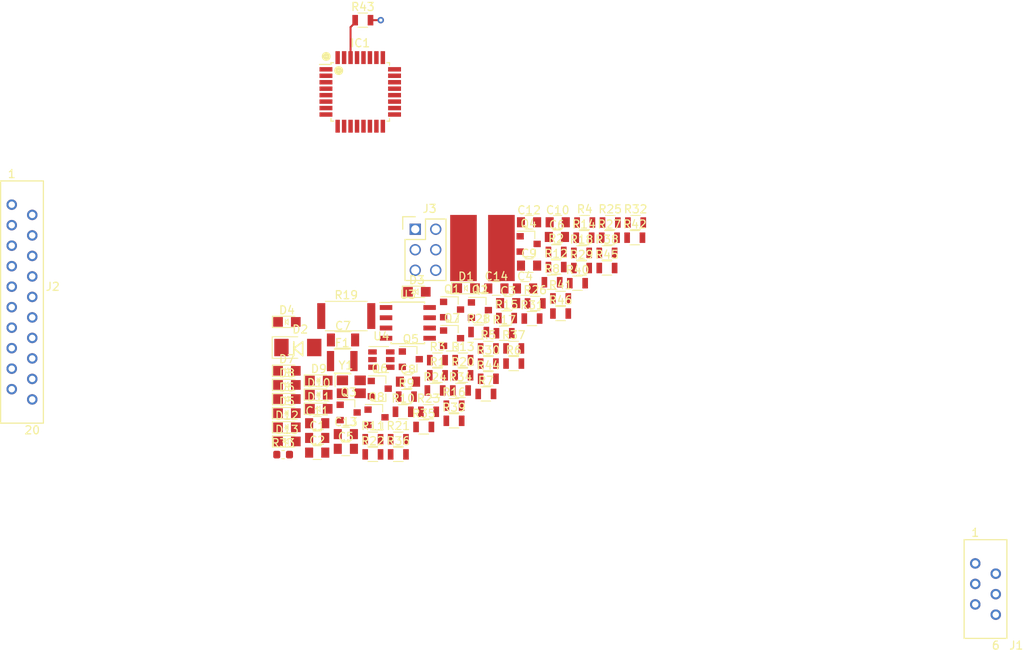
<source format=kicad_pcb>
(kicad_pcb (version 20171130) (host pcbnew 5.0.2-bee76a0~70~ubuntu18.04.1)

  (general
    (thickness 1.6)
    (drawings 0)
    (tracks 6)
    (zones 0)
    (modules 90)
    (nets 75)
  )

  (page A4)
  (layers
    (0 F.Cu signal)
    (31 B.Cu signal)
    (32 B.Adhes user)
    (33 F.Adhes user)
    (34 B.Paste user)
    (35 F.Paste user)
    (36 B.SilkS user)
    (37 F.SilkS user)
    (38 B.Mask user)
    (39 F.Mask user)
    (40 Dwgs.User user)
    (41 Cmts.User user)
    (42 Eco1.User user)
    (43 Eco2.User user)
    (44 Edge.Cuts user)
    (45 Margin user)
    (46 B.CrtYd user)
    (47 F.CrtYd user)
    (48 B.Fab user)
    (49 F.Fab user)
  )

  (setup
    (last_trace_width 0.25)
    (trace_clearance 0.2)
    (zone_clearance 0.508)
    (zone_45_only no)
    (trace_min 0.2)
    (segment_width 0.2)
    (edge_width 0.1)
    (via_size 0.8)
    (via_drill 0.4)
    (via_min_size 0.4)
    (via_min_drill 0.3)
    (uvia_size 0.3)
    (uvia_drill 0.1)
    (uvias_allowed no)
    (uvia_min_size 0.2)
    (uvia_min_drill 0.1)
    (pcb_text_width 0.3)
    (pcb_text_size 1.5 1.5)
    (mod_edge_width 0.15)
    (mod_text_size 1 1)
    (mod_text_width 0.15)
    (pad_size 1.5 1.5)
    (pad_drill 0.6)
    (pad_to_mask_clearance 0)
    (aux_axis_origin 0 0)
    (visible_elements FFFFEF7F)
    (pcbplotparams
      (layerselection 0x010fc_ffffffff)
      (usegerberextensions false)
      (usegerberattributes false)
      (usegerberadvancedattributes false)
      (creategerberjobfile false)
      (excludeedgelayer true)
      (linewidth 0.100000)
      (plotframeref false)
      (viasonmask false)
      (mode 1)
      (useauxorigin false)
      (hpglpennumber 1)
      (hpglpenspeed 20)
      (hpglpendiameter 15.000000)
      (psnegative false)
      (psa4output false)
      (plotreference true)
      (plotvalue true)
      (plotinvisibletext false)
      (padsonsilk false)
      (subtractmaskfromsilk false)
      (outputformat 1)
      (mirror false)
      (drillshape 1)
      (scaleselection 1)
      (outputdirectory ""))
  )

  (net 0 "")
  (net 1 VCC)
  (net 2 GND)
  (net 3 "Net-(C2-Pad1)")
  (net 4 "Net-(C3-Pad1)")
  (net 5 "Net-(C4-Pad1)")
  (net 6 "Net-(C5-Pad1)")
  (net 7 "Net-(C6-Pad1)")
  (net 8 /12V_Fused)
  (net 9 "Net-(C10-Pad1)")
  (net 10 "Net-(C11-Pad1)")
  (net 11 "Net-(C11-Pad2)")
  (net 12 "Net-(C12-Pad1)")
  (net 13 "Net-(D1-Pad2)")
  (net 14 +12V)
  (net 15 "Net-(D3-Pad2)")
  (net 16 "Net-(D4-Pad2)")
  (net 17 "Net-(D5-Pad2)")
  (net 18 "Net-(D6-Pad2)")
  (net 19 "Net-(D7-Pad2)")
  (net 20 "Net-(D8-Pad2)")
  (net 21 "Net-(D9-Pad2)")
  (net 22 "Net-(D10-Pad2)")
  (net 23 "Net-(D11-Pad2)")
  (net 24 "Net-(D12-Pad2)")
  (net 25 "Net-(D13-Pad2)")
  (net 26 /MISO)
  (net 27 /MOSI)
  (net 28 "Net-(IC1-Pad3)")
  (net 29 /TXCAN)
  (net 30 /RXCAN)
  (net 31 "Net-(IC1-Pad8)")
  (net 32 "Net-(IC1-Pad9)")
  (net 33 /SCK)
  (net 34 /HVD_Pin)
  (net 35 /LED_1)
  (net 36 /LED_2)
  (net 37 /LED_3)
  (net 38 "Net-(IC1-Pad17)")
  (net 39 /Brake_Pressure-)
  (net 40 "Net-(IC1-Pad21)")
  (net 41 /Brake_Pressure_Sense)
  (net 42 "Net-(IC1-Pad23)")
  (net 43 "Net-(IC1-Pad24)")
  (net 44 /BSPD_Test_Switch)
  (net 45 /E-Stop_Pin)
  (net 46 /TSMS_Pin)
  (net 47 /BSPD_Pin)
  (net 48 "Net-(IC1-Pad29)")
  (net 49 /Cooling_Pump_LSD_n)
  (net 50 /RESET)
  (net 51 /Brakelight_Gate)
  (net 52 /Shutdown_Sense_TSMS)
  (net 53 /Shutdown_Sense_BSPD)
  (net 54 /Shutdown_Sense_GLVMS)
  (net 55 /Shutdown_Sense_Estop)
  (net 56 /Shutdown_Sense_HVD)
  (net 57 "Net-(J1-Pad6)")
  (net 58 /Brake_Switch-)
  (net 59 /BSPD_Relay)
  (net 60 /CAN_low)
  (net 61 /CAN_high)
  (net 62 /Brakelight_LSD)
  (net 63 /RJ45_LED1)
  (net 64 /RJ45_LED2)
  (net 65 "Net-(Q1-Pad3)")
  (net 66 /Main_Shutdown_Pin)
  (net 67 /Brake_Switch_Pressed)
  (net 68 "Net-(R5-Pad1)")
  (net 69 "Net-(R11-Pad1)")
  (net 70 "Net-(R12-Pad2)")
  (net 71 "Net-(R13-Pad2)")
  (net 72 "Net-(R15-Pad1)")
  (net 73 "Net-(R24-Pad1)")
  (net 74 "Net-(U3-Pad5)")

  (net_class Default "This is the default net class."
    (clearance 0.2)
    (trace_width 0.25)
    (via_dia 0.8)
    (via_drill 0.4)
    (uvia_dia 0.3)
    (uvia_drill 0.1)
    (add_net +12V)
    (add_net /12V_Fused)
    (add_net /BSPD_Pin)
    (add_net /BSPD_Relay)
    (add_net /BSPD_Test_Switch)
    (add_net /Brake_Pressure-)
    (add_net /Brake_Pressure_Sense)
    (add_net /Brake_Switch-)
    (add_net /Brake_Switch_Pressed)
    (add_net /Brakelight_Gate)
    (add_net /Brakelight_LSD)
    (add_net /CAN_high)
    (add_net /CAN_low)
    (add_net /Cooling_Pump_LSD_n)
    (add_net /E-Stop_Pin)
    (add_net /HVD_Pin)
    (add_net /LED_1)
    (add_net /LED_2)
    (add_net /LED_3)
    (add_net /MISO)
    (add_net /MOSI)
    (add_net /Main_Shutdown_Pin)
    (add_net /RESET)
    (add_net /RJ45_LED1)
    (add_net /RJ45_LED2)
    (add_net /RXCAN)
    (add_net /SCK)
    (add_net /Shutdown_Sense_BSPD)
    (add_net /Shutdown_Sense_Estop)
    (add_net /Shutdown_Sense_GLVMS)
    (add_net /Shutdown_Sense_HVD)
    (add_net /Shutdown_Sense_TSMS)
    (add_net /TSMS_Pin)
    (add_net /TXCAN)
    (add_net GND)
    (add_net "Net-(C10-Pad1)")
    (add_net "Net-(C11-Pad1)")
    (add_net "Net-(C11-Pad2)")
    (add_net "Net-(C12-Pad1)")
    (add_net "Net-(C2-Pad1)")
    (add_net "Net-(C3-Pad1)")
    (add_net "Net-(C4-Pad1)")
    (add_net "Net-(C5-Pad1)")
    (add_net "Net-(C6-Pad1)")
    (add_net "Net-(D1-Pad2)")
    (add_net "Net-(D10-Pad2)")
    (add_net "Net-(D11-Pad2)")
    (add_net "Net-(D12-Pad2)")
    (add_net "Net-(D13-Pad2)")
    (add_net "Net-(D3-Pad2)")
    (add_net "Net-(D4-Pad2)")
    (add_net "Net-(D5-Pad2)")
    (add_net "Net-(D6-Pad2)")
    (add_net "Net-(D7-Pad2)")
    (add_net "Net-(D8-Pad2)")
    (add_net "Net-(D9-Pad2)")
    (add_net "Net-(IC1-Pad17)")
    (add_net "Net-(IC1-Pad21)")
    (add_net "Net-(IC1-Pad23)")
    (add_net "Net-(IC1-Pad24)")
    (add_net "Net-(IC1-Pad29)")
    (add_net "Net-(IC1-Pad3)")
    (add_net "Net-(IC1-Pad8)")
    (add_net "Net-(IC1-Pad9)")
    (add_net "Net-(J1-Pad6)")
    (add_net "Net-(Q1-Pad3)")
    (add_net "Net-(R11-Pad1)")
    (add_net "Net-(R12-Pad2)")
    (add_net "Net-(R13-Pad2)")
    (add_net "Net-(R15-Pad1)")
    (add_net "Net-(R24-Pad1)")
    (add_net "Net-(R5-Pad1)")
    (add_net "Net-(U3-Pad5)")
    (add_net VCC)
  )

  (module footprints:C_0805_OEM (layer F.Cu) (tedit 59F250E7) (tstamp 5C5CDFBE)
    (at 121.665001 97.480001)
    (descr "Capacitor SMD 0805, reflow soldering, AVX (see smccp.pdf)")
    (tags "capacitor 0805")
    (path /5BEE9819)
    (attr smd)
    (fp_text reference C1 (at 0 -1.5) (layer F.SilkS)
      (effects (font (size 1 1) (thickness 0.15)))
    )
    (fp_text value C_0.1uF (at 0 1.75) (layer F.Fab) hide
      (effects (font (size 1 1) (thickness 0.15)))
    )
    (fp_line (start -1 0.62) (end -1 -0.62) (layer F.Fab) (width 0.1))
    (fp_line (start 1 0.62) (end -1 0.62) (layer F.Fab) (width 0.1))
    (fp_line (start 1 -0.62) (end 1 0.62) (layer F.Fab) (width 0.1))
    (fp_line (start -1 -0.62) (end 1 -0.62) (layer F.Fab) (width 0.1))
    (fp_line (start 0.5 -0.85) (end -0.5 -0.85) (layer F.SilkS) (width 0.12))
    (fp_line (start -0.5 0.85) (end 0.5 0.85) (layer F.SilkS) (width 0.12))
    (fp_line (start -1.75 -0.88) (end 1.75 -0.88) (layer F.CrtYd) (width 0.05))
    (fp_line (start -1.75 -0.88) (end -1.75 0.87) (layer F.CrtYd) (width 0.05))
    (fp_line (start 1.75 0.87) (end 1.75 -0.88) (layer F.CrtYd) (width 0.05))
    (fp_line (start 1.75 0.87) (end -1.75 0.87) (layer F.CrtYd) (width 0.05))
    (pad 1 smd rect (at -1 0) (size 1 1.25) (layers F.Cu F.Paste F.Mask)
      (net 1 VCC))
    (pad 2 smd rect (at 1 0) (size 1 1.25) (layers F.Cu F.Paste F.Mask)
      (net 2 GND))
    (model /home/josh/Formula/OEM_Preferred_Parts/3DModels/C_0805_OEM/C_0805.wrl
      (at (xyz 0 0 0))
      (scale (xyz 1 1 1))
      (rotate (xyz 0 0 0))
    )
  )

  (module footprints:C_0805_OEM (layer F.Cu) (tedit 59F250E7) (tstamp 5C5CDFCE)
    (at 121.665001 99.300001)
    (descr "Capacitor SMD 0805, reflow soldering, AVX (see smccp.pdf)")
    (tags "capacitor 0805")
    (path /5BEE9824)
    (attr smd)
    (fp_text reference C2 (at 0 -1.5) (layer F.SilkS)
      (effects (font (size 1 1) (thickness 0.15)))
    )
    (fp_text value C_100pF (at 0 1.75) (layer F.Fab) hide
      (effects (font (size 1 1) (thickness 0.15)))
    )
    (fp_line (start 1.75 0.87) (end -1.75 0.87) (layer F.CrtYd) (width 0.05))
    (fp_line (start 1.75 0.87) (end 1.75 -0.88) (layer F.CrtYd) (width 0.05))
    (fp_line (start -1.75 -0.88) (end -1.75 0.87) (layer F.CrtYd) (width 0.05))
    (fp_line (start -1.75 -0.88) (end 1.75 -0.88) (layer F.CrtYd) (width 0.05))
    (fp_line (start -0.5 0.85) (end 0.5 0.85) (layer F.SilkS) (width 0.12))
    (fp_line (start 0.5 -0.85) (end -0.5 -0.85) (layer F.SilkS) (width 0.12))
    (fp_line (start -1 -0.62) (end 1 -0.62) (layer F.Fab) (width 0.1))
    (fp_line (start 1 -0.62) (end 1 0.62) (layer F.Fab) (width 0.1))
    (fp_line (start 1 0.62) (end -1 0.62) (layer F.Fab) (width 0.1))
    (fp_line (start -1 0.62) (end -1 -0.62) (layer F.Fab) (width 0.1))
    (pad 2 smd rect (at 1 0) (size 1 1.25) (layers F.Cu F.Paste F.Mask)
      (net 2 GND))
    (pad 1 smd rect (at -1 0) (size 1 1.25) (layers F.Cu F.Paste F.Mask)
      (net 3 "Net-(C2-Pad1)"))
    (model /home/josh/Formula/OEM_Preferred_Parts/3DModels/C_0805_OEM/C_0805.wrl
      (at (xyz 0 0 0))
      (scale (xyz 1 1 1))
      (rotate (xyz 0 0 0))
    )
  )

  (module footprints:C_0805_OEM (layer F.Cu) (tedit 59F250E7) (tstamp 5C5CDFDE)
    (at 145.325001 80.780001)
    (descr "Capacitor SMD 0805, reflow soldering, AVX (see smccp.pdf)")
    (tags "capacitor 0805")
    (path /5BEE983A)
    (attr smd)
    (fp_text reference C3 (at 0 -1.5) (layer F.SilkS)
      (effects (font (size 1 1) (thickness 0.15)))
    )
    (fp_text value C_30pF (at 0 1.75) (layer F.Fab) hide
      (effects (font (size 1 1) (thickness 0.15)))
    )
    (fp_line (start 1.75 0.87) (end -1.75 0.87) (layer F.CrtYd) (width 0.05))
    (fp_line (start 1.75 0.87) (end 1.75 -0.88) (layer F.CrtYd) (width 0.05))
    (fp_line (start -1.75 -0.88) (end -1.75 0.87) (layer F.CrtYd) (width 0.05))
    (fp_line (start -1.75 -0.88) (end 1.75 -0.88) (layer F.CrtYd) (width 0.05))
    (fp_line (start -0.5 0.85) (end 0.5 0.85) (layer F.SilkS) (width 0.12))
    (fp_line (start 0.5 -0.85) (end -0.5 -0.85) (layer F.SilkS) (width 0.12))
    (fp_line (start -1 -0.62) (end 1 -0.62) (layer F.Fab) (width 0.1))
    (fp_line (start 1 -0.62) (end 1 0.62) (layer F.Fab) (width 0.1))
    (fp_line (start 1 0.62) (end -1 0.62) (layer F.Fab) (width 0.1))
    (fp_line (start -1 0.62) (end -1 -0.62) (layer F.Fab) (width 0.1))
    (pad 2 smd rect (at 1 0) (size 1 1.25) (layers F.Cu F.Paste F.Mask)
      (net 2 GND))
    (pad 1 smd rect (at -1 0) (size 1 1.25) (layers F.Cu F.Paste F.Mask)
      (net 4 "Net-(C3-Pad1)"))
    (model /home/josh/Formula/OEM_Preferred_Parts/3DModels/C_0805_OEM/C_0805.wrl
      (at (xyz 0 0 0))
      (scale (xyz 1 1 1))
      (rotate (xyz 0 0 0))
    )
  )

  (module footprints:C_0805_OEM (layer F.Cu) (tedit 59F250E7) (tstamp 5C5CDFEE)
    (at 147.415001 78.960001)
    (descr "Capacitor SMD 0805, reflow soldering, AVX (see smccp.pdf)")
    (tags "capacitor 0805")
    (path /5BEE982F)
    (attr smd)
    (fp_text reference C4 (at 0 -1.5) (layer F.SilkS)
      (effects (font (size 1 1) (thickness 0.15)))
    )
    (fp_text value C_30pF (at 0 1.75) (layer F.Fab) hide
      (effects (font (size 1 1) (thickness 0.15)))
    )
    (fp_line (start -1 0.62) (end -1 -0.62) (layer F.Fab) (width 0.1))
    (fp_line (start 1 0.62) (end -1 0.62) (layer F.Fab) (width 0.1))
    (fp_line (start 1 -0.62) (end 1 0.62) (layer F.Fab) (width 0.1))
    (fp_line (start -1 -0.62) (end 1 -0.62) (layer F.Fab) (width 0.1))
    (fp_line (start 0.5 -0.85) (end -0.5 -0.85) (layer F.SilkS) (width 0.12))
    (fp_line (start -0.5 0.85) (end 0.5 0.85) (layer F.SilkS) (width 0.12))
    (fp_line (start -1.75 -0.88) (end 1.75 -0.88) (layer F.CrtYd) (width 0.05))
    (fp_line (start -1.75 -0.88) (end -1.75 0.87) (layer F.CrtYd) (width 0.05))
    (fp_line (start 1.75 0.87) (end 1.75 -0.88) (layer F.CrtYd) (width 0.05))
    (fp_line (start 1.75 0.87) (end -1.75 0.87) (layer F.CrtYd) (width 0.05))
    (pad 1 smd rect (at -1 0) (size 1 1.25) (layers F.Cu F.Paste F.Mask)
      (net 5 "Net-(C4-Pad1)"))
    (pad 2 smd rect (at 1 0) (size 1 1.25) (layers F.Cu F.Paste F.Mask)
      (net 2 GND))
    (model /home/josh/Formula/OEM_Preferred_Parts/3DModels/C_0805_OEM/C_0805.wrl
      (at (xyz 0 0 0))
      (scale (xyz 1 1 1))
      (rotate (xyz 0 0 0))
    )
  )

  (module footprints:C_0805_OEM (layer F.Cu) (tedit 59F250E7) (tstamp 5C5CDFFE)
    (at 125.215001 98.830001)
    (descr "Capacitor SMD 0805, reflow soldering, AVX (see smccp.pdf)")
    (tags "capacitor 0805")
    (path /5C032CA5)
    (attr smd)
    (fp_text reference C5 (at 0 -1.5) (layer F.SilkS)
      (effects (font (size 1 1) (thickness 0.15)))
    )
    (fp_text value C_10uF (at 0 1.75) (layer F.Fab) hide
      (effects (font (size 1 1) (thickness 0.15)))
    )
    (fp_line (start -1 0.62) (end -1 -0.62) (layer F.Fab) (width 0.1))
    (fp_line (start 1 0.62) (end -1 0.62) (layer F.Fab) (width 0.1))
    (fp_line (start 1 -0.62) (end 1 0.62) (layer F.Fab) (width 0.1))
    (fp_line (start -1 -0.62) (end 1 -0.62) (layer F.Fab) (width 0.1))
    (fp_line (start 0.5 -0.85) (end -0.5 -0.85) (layer F.SilkS) (width 0.12))
    (fp_line (start -0.5 0.85) (end 0.5 0.85) (layer F.SilkS) (width 0.12))
    (fp_line (start -1.75 -0.88) (end 1.75 -0.88) (layer F.CrtYd) (width 0.05))
    (fp_line (start -1.75 -0.88) (end -1.75 0.87) (layer F.CrtYd) (width 0.05))
    (fp_line (start 1.75 0.87) (end 1.75 -0.88) (layer F.CrtYd) (width 0.05))
    (fp_line (start 1.75 0.87) (end -1.75 0.87) (layer F.CrtYd) (width 0.05))
    (pad 1 smd rect (at -1 0) (size 1 1.25) (layers F.Cu F.Paste F.Mask)
      (net 6 "Net-(C5-Pad1)"))
    (pad 2 smd rect (at 1 0) (size 1 1.25) (layers F.Cu F.Paste F.Mask)
      (net 2 GND))
    (model /home/josh/Formula/OEM_Preferred_Parts/3DModels/C_0805_OEM/C_0805.wrl
      (at (xyz 0 0 0))
      (scale (xyz 1 1 1))
      (rotate (xyz 0 0 0))
    )
  )

  (module footprints:C_0805_OEM (layer F.Cu) (tedit 59F250E7) (tstamp 5C5CE00E)
    (at 151.365001 72.580001)
    (descr "Capacitor SMD 0805, reflow soldering, AVX (see smccp.pdf)")
    (tags "capacitor 0805")
    (path /5C0BABAC)
    (attr smd)
    (fp_text reference C6 (at 0 -1.5) (layer F.SilkS)
      (effects (font (size 1 1) (thickness 0.15)))
    )
    (fp_text value C_0.1uF (at 0 1.75) (layer F.Fab) hide
      (effects (font (size 1 1) (thickness 0.15)))
    )
    (fp_line (start 1.75 0.87) (end -1.75 0.87) (layer F.CrtYd) (width 0.05))
    (fp_line (start 1.75 0.87) (end 1.75 -0.88) (layer F.CrtYd) (width 0.05))
    (fp_line (start -1.75 -0.88) (end -1.75 0.87) (layer F.CrtYd) (width 0.05))
    (fp_line (start -1.75 -0.88) (end 1.75 -0.88) (layer F.CrtYd) (width 0.05))
    (fp_line (start -0.5 0.85) (end 0.5 0.85) (layer F.SilkS) (width 0.12))
    (fp_line (start 0.5 -0.85) (end -0.5 -0.85) (layer F.SilkS) (width 0.12))
    (fp_line (start -1 -0.62) (end 1 -0.62) (layer F.Fab) (width 0.1))
    (fp_line (start 1 -0.62) (end 1 0.62) (layer F.Fab) (width 0.1))
    (fp_line (start 1 0.62) (end -1 0.62) (layer F.Fab) (width 0.1))
    (fp_line (start -1 0.62) (end -1 -0.62) (layer F.Fab) (width 0.1))
    (pad 2 smd rect (at 1 0) (size 1 1.25) (layers F.Cu F.Paste F.Mask)
      (net 2 GND))
    (pad 1 smd rect (at -1 0) (size 1 1.25) (layers F.Cu F.Paste F.Mask)
      (net 7 "Net-(C6-Pad1)"))
    (model /home/josh/Formula/OEM_Preferred_Parts/3DModels/C_0805_OEM/C_0805.wrl
      (at (xyz 0 0 0))
      (scale (xyz 1 1 1))
      (rotate (xyz 0 0 0))
    )
  )

  (module footprints:C_1206_OEM (layer F.Cu) (tedit 59F253AA) (tstamp 5C5CE01E)
    (at 124.865001 85.340001)
    (descr "Capacitor SMD 1206, reflow soldering, AVX (see smccp.pdf)")
    (tags "capacitor 1206")
    (path /5C031BD2)
    (attr smd)
    (fp_text reference C7 (at 0 -1.75) (layer F.SilkS)
      (effects (font (size 1 1) (thickness 0.15)))
    )
    (fp_text value C_22uF (at 0 2) (layer F.Fab) hide
      (effects (font (size 1 1) (thickness 0.15)))
    )
    (fp_line (start -1.6 0.8) (end -1.6 -0.8) (layer F.Fab) (width 0.1))
    (fp_line (start 1.6 0.8) (end -1.6 0.8) (layer F.Fab) (width 0.1))
    (fp_line (start 1.6 -0.8) (end 1.6 0.8) (layer F.Fab) (width 0.1))
    (fp_line (start -1.6 -0.8) (end 1.6 -0.8) (layer F.Fab) (width 0.1))
    (fp_line (start 1 -1.02) (end -1 -1.02) (layer F.SilkS) (width 0.12))
    (fp_line (start -1 1.02) (end 1 1.02) (layer F.SilkS) (width 0.12))
    (fp_line (start -2.25 -1.05) (end 2.25 -1.05) (layer F.CrtYd) (width 0.05))
    (fp_line (start -2.25 -1.05) (end -2.25 1.05) (layer F.CrtYd) (width 0.05))
    (fp_line (start 2.25 1.05) (end 2.25 -1.05) (layer F.CrtYd) (width 0.05))
    (fp_line (start 2.25 1.05) (end -2.25 1.05) (layer F.CrtYd) (width 0.05))
    (pad 1 smd rect (at -1.5 0) (size 1 1.6) (layers F.Cu F.Paste F.Mask)
      (net 8 /12V_Fused))
    (pad 2 smd rect (at 1.5 0) (size 1 1.6) (layers F.Cu F.Paste F.Mask)
      (net 2 GND))
    (model Capacitors_SMD.3dshapes/C_1206.wrl
      (at (xyz 0 0 0))
      (scale (xyz 1 1 1))
      (rotate (xyz 0 0 0))
    )
  )

  (module footprints:C_0805_OEM (layer F.Cu) (tedit 59F250E7) (tstamp 5C5CE02E)
    (at 132.915001 90.510001)
    (descr "Capacitor SMD 0805, reflow soldering, AVX (see smccp.pdf)")
    (tags "capacitor 0805")
    (path /5C054521)
    (attr smd)
    (fp_text reference C8 (at 0 -1.5) (layer F.SilkS)
      (effects (font (size 1 1) (thickness 0.15)))
    )
    (fp_text value C_0.1uF (at 0 1.75) (layer F.Fab) hide
      (effects (font (size 1 1) (thickness 0.15)))
    )
    (fp_line (start 1.75 0.87) (end -1.75 0.87) (layer F.CrtYd) (width 0.05))
    (fp_line (start 1.75 0.87) (end 1.75 -0.88) (layer F.CrtYd) (width 0.05))
    (fp_line (start -1.75 -0.88) (end -1.75 0.87) (layer F.CrtYd) (width 0.05))
    (fp_line (start -1.75 -0.88) (end 1.75 -0.88) (layer F.CrtYd) (width 0.05))
    (fp_line (start -0.5 0.85) (end 0.5 0.85) (layer F.SilkS) (width 0.12))
    (fp_line (start 0.5 -0.85) (end -0.5 -0.85) (layer F.SilkS) (width 0.12))
    (fp_line (start -1 -0.62) (end 1 -0.62) (layer F.Fab) (width 0.1))
    (fp_line (start 1 -0.62) (end 1 0.62) (layer F.Fab) (width 0.1))
    (fp_line (start 1 0.62) (end -1 0.62) (layer F.Fab) (width 0.1))
    (fp_line (start -1 0.62) (end -1 -0.62) (layer F.Fab) (width 0.1))
    (pad 2 smd rect (at 1 0) (size 1 1.25) (layers F.Cu F.Paste F.Mask)
      (net 2 GND))
    (pad 1 smd rect (at -1 0) (size 1 1.25) (layers F.Cu F.Paste F.Mask)
      (net 1 VCC))
    (model /home/josh/Formula/OEM_Preferred_Parts/3DModels/C_0805_OEM/C_0805.wrl
      (at (xyz 0 0 0))
      (scale (xyz 1 1 1))
      (rotate (xyz 0 0 0))
    )
  )

  (module footprints:C_0805_OEM (layer F.Cu) (tedit 59F250E7) (tstamp 5C5CE03E)
    (at 147.915001 76.130001)
    (descr "Capacitor SMD 0805, reflow soldering, AVX (see smccp.pdf)")
    (tags "capacitor 0805")
    (path /5C00B3CC)
    (attr smd)
    (fp_text reference C9 (at 0 -1.5) (layer F.SilkS)
      (effects (font (size 1 1) (thickness 0.15)))
    )
    (fp_text value C_0.1uF (at 0 1.75) (layer F.Fab) hide
      (effects (font (size 1 1) (thickness 0.15)))
    )
    (fp_line (start -1 0.62) (end -1 -0.62) (layer F.Fab) (width 0.1))
    (fp_line (start 1 0.62) (end -1 0.62) (layer F.Fab) (width 0.1))
    (fp_line (start 1 -0.62) (end 1 0.62) (layer F.Fab) (width 0.1))
    (fp_line (start -1 -0.62) (end 1 -0.62) (layer F.Fab) (width 0.1))
    (fp_line (start 0.5 -0.85) (end -0.5 -0.85) (layer F.SilkS) (width 0.12))
    (fp_line (start -0.5 0.85) (end 0.5 0.85) (layer F.SilkS) (width 0.12))
    (fp_line (start -1.75 -0.88) (end 1.75 -0.88) (layer F.CrtYd) (width 0.05))
    (fp_line (start -1.75 -0.88) (end -1.75 0.87) (layer F.CrtYd) (width 0.05))
    (fp_line (start 1.75 0.87) (end 1.75 -0.88) (layer F.CrtYd) (width 0.05))
    (fp_line (start 1.75 0.87) (end -1.75 0.87) (layer F.CrtYd) (width 0.05))
    (pad 1 smd rect (at -1 0) (size 1 1.25) (layers F.Cu F.Paste F.Mask)
      (net 1 VCC))
    (pad 2 smd rect (at 1 0) (size 1 1.25) (layers F.Cu F.Paste F.Mask)
      (net 2 GND))
    (model /home/josh/Formula/OEM_Preferred_Parts/3DModels/C_0805_OEM/C_0805.wrl
      (at (xyz 0 0 0))
      (scale (xyz 1 1 1))
      (rotate (xyz 0 0 0))
    )
  )

  (module footprints:C_0805_OEM (layer F.Cu) (tedit 59F250E7) (tstamp 5C5CE04E)
    (at 151.465001 70.760001)
    (descr "Capacitor SMD 0805, reflow soldering, AVX (see smccp.pdf)")
    (tags "capacitor 0805")
    (path /5C06327B)
    (attr smd)
    (fp_text reference C10 (at 0 -1.5) (layer F.SilkS)
      (effects (font (size 1 1) (thickness 0.15)))
    )
    (fp_text value C_1uF (at 0 1.75) (layer F.Fab) hide
      (effects (font (size 1 1) (thickness 0.15)))
    )
    (fp_line (start -1 0.62) (end -1 -0.62) (layer F.Fab) (width 0.1))
    (fp_line (start 1 0.62) (end -1 0.62) (layer F.Fab) (width 0.1))
    (fp_line (start 1 -0.62) (end 1 0.62) (layer F.Fab) (width 0.1))
    (fp_line (start -1 -0.62) (end 1 -0.62) (layer F.Fab) (width 0.1))
    (fp_line (start 0.5 -0.85) (end -0.5 -0.85) (layer F.SilkS) (width 0.12))
    (fp_line (start -0.5 0.85) (end 0.5 0.85) (layer F.SilkS) (width 0.12))
    (fp_line (start -1.75 -0.88) (end 1.75 -0.88) (layer F.CrtYd) (width 0.05))
    (fp_line (start -1.75 -0.88) (end -1.75 0.87) (layer F.CrtYd) (width 0.05))
    (fp_line (start 1.75 0.87) (end 1.75 -0.88) (layer F.CrtYd) (width 0.05))
    (fp_line (start 1.75 0.87) (end -1.75 0.87) (layer F.CrtYd) (width 0.05))
    (pad 1 smd rect (at -1 0) (size 1 1.25) (layers F.Cu F.Paste F.Mask)
      (net 9 "Net-(C10-Pad1)"))
    (pad 2 smd rect (at 1 0) (size 1 1.25) (layers F.Cu F.Paste F.Mask)
      (net 2 GND))
    (model /home/josh/Formula/OEM_Preferred_Parts/3DModels/C_0805_OEM/C_0805.wrl
      (at (xyz 0 0 0))
      (scale (xyz 1 1 1))
      (rotate (xyz 0 0 0))
    )
  )

  (module footprints:C_0805_OEM (layer F.Cu) (tedit 59F250E7) (tstamp 5C5CE05E)
    (at 121.665001 95.660001)
    (descr "Capacitor SMD 0805, reflow soldering, AVX (see smccp.pdf)")
    (tags "capacitor 0805")
    (path /5C00B3C4)
    (attr smd)
    (fp_text reference C11 (at 0 -1.5) (layer F.SilkS)
      (effects (font (size 1 1) (thickness 0.15)))
    )
    (fp_text value C_0.1uF (at 0 1.75) (layer F.Fab) hide
      (effects (font (size 1 1) (thickness 0.15)))
    )
    (fp_line (start -1 0.62) (end -1 -0.62) (layer F.Fab) (width 0.1))
    (fp_line (start 1 0.62) (end -1 0.62) (layer F.Fab) (width 0.1))
    (fp_line (start 1 -0.62) (end 1 0.62) (layer F.Fab) (width 0.1))
    (fp_line (start -1 -0.62) (end 1 -0.62) (layer F.Fab) (width 0.1))
    (fp_line (start 0.5 -0.85) (end -0.5 -0.85) (layer F.SilkS) (width 0.12))
    (fp_line (start -0.5 0.85) (end 0.5 0.85) (layer F.SilkS) (width 0.12))
    (fp_line (start -1.75 -0.88) (end 1.75 -0.88) (layer F.CrtYd) (width 0.05))
    (fp_line (start -1.75 -0.88) (end -1.75 0.87) (layer F.CrtYd) (width 0.05))
    (fp_line (start 1.75 0.87) (end 1.75 -0.88) (layer F.CrtYd) (width 0.05))
    (fp_line (start 1.75 0.87) (end -1.75 0.87) (layer F.CrtYd) (width 0.05))
    (pad 1 smd rect (at -1 0) (size 1 1.25) (layers F.Cu F.Paste F.Mask)
      (net 10 "Net-(C11-Pad1)"))
    (pad 2 smd rect (at 1 0) (size 1 1.25) (layers F.Cu F.Paste F.Mask)
      (net 11 "Net-(C11-Pad2)"))
    (model /home/josh/Formula/OEM_Preferred_Parts/3DModels/C_0805_OEM/C_0805.wrl
      (at (xyz 0 0 0))
      (scale (xyz 1 1 1))
      (rotate (xyz 0 0 0))
    )
  )

  (module footprints:C_0805_OEM (layer F.Cu) (tedit 59F250E7) (tstamp 5C5CE06E)
    (at 147.915001 70.760001)
    (descr "Capacitor SMD 0805, reflow soldering, AVX (see smccp.pdf)")
    (tags "capacitor 0805")
    (path /59E0494E)
    (attr smd)
    (fp_text reference C12 (at 0 -1.5) (layer F.SilkS)
      (effects (font (size 1 1) (thickness 0.15)))
    )
    (fp_text value C_47uF (at 0 1.75) (layer F.Fab) hide
      (effects (font (size 1 1) (thickness 0.15)))
    )
    (fp_line (start 1.75 0.87) (end -1.75 0.87) (layer F.CrtYd) (width 0.05))
    (fp_line (start 1.75 0.87) (end 1.75 -0.88) (layer F.CrtYd) (width 0.05))
    (fp_line (start -1.75 -0.88) (end -1.75 0.87) (layer F.CrtYd) (width 0.05))
    (fp_line (start -1.75 -0.88) (end 1.75 -0.88) (layer F.CrtYd) (width 0.05))
    (fp_line (start -0.5 0.85) (end 0.5 0.85) (layer F.SilkS) (width 0.12))
    (fp_line (start 0.5 -0.85) (end -0.5 -0.85) (layer F.SilkS) (width 0.12))
    (fp_line (start -1 -0.62) (end 1 -0.62) (layer F.Fab) (width 0.1))
    (fp_line (start 1 -0.62) (end 1 0.62) (layer F.Fab) (width 0.1))
    (fp_line (start 1 0.62) (end -1 0.62) (layer F.Fab) (width 0.1))
    (fp_line (start -1 0.62) (end -1 -0.62) (layer F.Fab) (width 0.1))
    (pad 2 smd rect (at 1 0) (size 1 1.25) (layers F.Cu F.Paste F.Mask)
      (net 2 GND))
    (pad 1 smd rect (at -1 0) (size 1 1.25) (layers F.Cu F.Paste F.Mask)
      (net 12 "Net-(C12-Pad1)"))
    (model /home/josh/Formula/OEM_Preferred_Parts/3DModels/C_0805_OEM/C_0805.wrl
      (at (xyz 0 0 0))
      (scale (xyz 1 1 1))
      (rotate (xyz 0 0 0))
    )
  )

  (module footprints:C_0805_OEM (layer F.Cu) (tedit 59F250E7) (tstamp 5C5CE07E)
    (at 125.215001 97.010001)
    (descr "Capacitor SMD 0805, reflow soldering, AVX (see smccp.pdf)")
    (tags "capacitor 0805")
    (path /5C00B3E3)
    (attr smd)
    (fp_text reference C13 (at 0 -1.5) (layer F.SilkS)
      (effects (font (size 1 1) (thickness 0.15)))
    )
    (fp_text value C_1uF (at 0 1.75) (layer F.Fab) hide
      (effects (font (size 1 1) (thickness 0.15)))
    )
    (fp_line (start 1.75 0.87) (end -1.75 0.87) (layer F.CrtYd) (width 0.05))
    (fp_line (start 1.75 0.87) (end 1.75 -0.88) (layer F.CrtYd) (width 0.05))
    (fp_line (start -1.75 -0.88) (end -1.75 0.87) (layer F.CrtYd) (width 0.05))
    (fp_line (start -1.75 -0.88) (end 1.75 -0.88) (layer F.CrtYd) (width 0.05))
    (fp_line (start -0.5 0.85) (end 0.5 0.85) (layer F.SilkS) (width 0.12))
    (fp_line (start 0.5 -0.85) (end -0.5 -0.85) (layer F.SilkS) (width 0.12))
    (fp_line (start -1 -0.62) (end 1 -0.62) (layer F.Fab) (width 0.1))
    (fp_line (start 1 -0.62) (end 1 0.62) (layer F.Fab) (width 0.1))
    (fp_line (start 1 0.62) (end -1 0.62) (layer F.Fab) (width 0.1))
    (fp_line (start -1 0.62) (end -1 -0.62) (layer F.Fab) (width 0.1))
    (pad 2 smd rect (at 1 0) (size 1 1.25) (layers F.Cu F.Paste F.Mask)
      (net 2 GND))
    (pad 1 smd rect (at -1 0) (size 1 1.25) (layers F.Cu F.Paste F.Mask)
      (net 12 "Net-(C12-Pad1)"))
    (model /home/josh/Formula/OEM_Preferred_Parts/3DModels/C_0805_OEM/C_0805.wrl
      (at (xyz 0 0 0))
      (scale (xyz 1 1 1))
      (rotate (xyz 0 0 0))
    )
  )

  (module footprints:C_0805_OEM (layer F.Cu) (tedit 59F250E7) (tstamp 5C5CE08E)
    (at 143.865001 78.960001)
    (descr "Capacitor SMD 0805, reflow soldering, AVX (see smccp.pdf)")
    (tags "capacitor 0805")
    (path /5C00B3E2)
    (attr smd)
    (fp_text reference C14 (at 0 -1.5) (layer F.SilkS)
      (effects (font (size 1 1) (thickness 0.15)))
    )
    (fp_text value C_0.1uF (at 0 1.75) (layer F.Fab) hide
      (effects (font (size 1 1) (thickness 0.15)))
    )
    (fp_line (start -1 0.62) (end -1 -0.62) (layer F.Fab) (width 0.1))
    (fp_line (start 1 0.62) (end -1 0.62) (layer F.Fab) (width 0.1))
    (fp_line (start 1 -0.62) (end 1 0.62) (layer F.Fab) (width 0.1))
    (fp_line (start -1 -0.62) (end 1 -0.62) (layer F.Fab) (width 0.1))
    (fp_line (start 0.5 -0.85) (end -0.5 -0.85) (layer F.SilkS) (width 0.12))
    (fp_line (start -0.5 0.85) (end 0.5 0.85) (layer F.SilkS) (width 0.12))
    (fp_line (start -1.75 -0.88) (end 1.75 -0.88) (layer F.CrtYd) (width 0.05))
    (fp_line (start -1.75 -0.88) (end -1.75 0.87) (layer F.CrtYd) (width 0.05))
    (fp_line (start 1.75 0.87) (end 1.75 -0.88) (layer F.CrtYd) (width 0.05))
    (fp_line (start 1.75 0.87) (end -1.75 0.87) (layer F.CrtYd) (width 0.05))
    (pad 1 smd rect (at -1 0) (size 1 1.25) (layers F.Cu F.Paste F.Mask)
      (net 12 "Net-(C12-Pad1)"))
    (pad 2 smd rect (at 1 0) (size 1 1.25) (layers F.Cu F.Paste F.Mask)
      (net 2 GND))
    (model /home/josh/Formula/OEM_Preferred_Parts/3DModels/C_0805_OEM/C_0805.wrl
      (at (xyz 0 0 0))
      (scale (xyz 1 1 1))
      (rotate (xyz 0 0 0))
    )
  )

  (module footprints:LED_0805_OEM (layer F.Cu) (tedit 5A5B129D) (tstamp 5C5CE0A7)
    (at 140.115001 78.925001)
    (descr "LED 0805 smd package")
    (tags "LED led 0805 SMD smd SMT smt smdled SMDLED smtled SMTLED")
    (path /5C02C9A2)
    (attr smd)
    (fp_text reference D1 (at 0 -1.45) (layer F.SilkS)
      (effects (font (size 1 1) (thickness 0.15)))
    )
    (fp_text value LED_0805 (at 0.508 2.032) (layer F.Fab) hide
      (effects (font (size 1 1) (thickness 0.15)))
    )
    (fp_line (start -1.95 -0.85) (end 1.95 -0.85) (layer F.CrtYd) (width 0.05))
    (fp_line (start -1.95 0.85) (end -1.95 -0.85) (layer F.CrtYd) (width 0.05))
    (fp_line (start 1.95 0.85) (end -1.95 0.85) (layer F.CrtYd) (width 0.05))
    (fp_line (start 1.95 -0.85) (end 1.95 0.85) (layer F.CrtYd) (width 0.05))
    (fp_line (start -1.8 -0.7) (end 1 -0.7) (layer F.SilkS) (width 0.12))
    (fp_line (start -1.8 0.7) (end 1 0.7) (layer F.SilkS) (width 0.12))
    (fp_line (start -1 0.6) (end -1 -0.6) (layer F.Fab) (width 0.1))
    (fp_line (start -1 -0.6) (end 1 -0.6) (layer F.Fab) (width 0.1))
    (fp_line (start 1 -0.6) (end 1 0.6) (layer F.Fab) (width 0.1))
    (fp_line (start 1 0.6) (end -1 0.6) (layer F.Fab) (width 0.1))
    (fp_line (start -1.8 -0.7) (end -1.8 0.7) (layer F.SilkS) (width 0.12))
    (fp_line (start -0.2 0) (end 0.1 -0.3) (layer F.SilkS) (width 0.1))
    (fp_line (start 0.1 -0.3) (end 0.15 -0.35) (layer F.SilkS) (width 0.1))
    (fp_line (start 0.15 -0.35) (end 0.15 0.3) (layer F.SilkS) (width 0.1))
    (fp_line (start 0.15 0.35) (end 0.15 0.3) (layer F.SilkS) (width 0.1))
    (fp_line (start 0.15 0.3) (end 0.15 0.35) (layer F.SilkS) (width 0.1))
    (fp_line (start 0.15 0.35) (end -0.2 0) (layer F.SilkS) (width 0.1))
    (fp_line (start -0.2 0) (end -0.2 -0.35) (layer F.SilkS) (width 0.1))
    (fp_line (start -0.2 0.35) (end -0.2 0) (layer F.SilkS) (width 0.1))
    (pad 1 smd rect (at -1.1 0 180) (size 1.2 1.2) (layers F.Cu F.Paste F.Mask)
      (net 2 GND))
    (pad 2 smd rect (at 1.1 0 180) (size 1.2 1.2) (layers F.Cu F.Paste F.Mask)
      (net 13 "Net-(D1-Pad2)"))
    (model "/home/josh/Formula/OEM_Preferred_Parts/3DModels/LED_0805/LED 0805 Base GREEN001_sp.wrl"
      (at (xyz 0 0 0))
      (scale (xyz 1 1 1))
      (rotate (xyz 0 0 180))
    )
  )

  (module footprints:DO-214AA (layer F.Cu) (tedit 5A59FDFB) (tstamp 5C5CE0BC)
    (at 119.267001 86.278501)
    (descr "http://www.diodes.com/datasheets/ap02001.pdf p.144")
    (tags "Diode SOD523")
    (path /5C00B3E0)
    (attr smd)
    (fp_text reference D2 (at 0.3 -2.25) (layer F.SilkS)
      (effects (font (size 1 1) (thickness 0.15)))
    )
    (fp_text value D_Zener_18V (at 0 2.286) (layer F.Fab) hide
      (effects (font (size 1 1) (thickness 0.15)))
    )
    (fp_line (start 0.6 1) (end -0.5 0.1) (layer F.SilkS) (width 0.2))
    (fp_line (start 0.6 -0.7) (end 0.6 1) (layer F.SilkS) (width 0.2))
    (fp_line (start -0.5 0.1) (end 0.6 -0.7) (layer F.SilkS) (width 0.2))
    (fp_line (start -0.5 -0.7) (end -0.5 1) (layer F.SilkS) (width 0.2))
    (fp_line (start -3.175 -1.3335) (end -3.175 1.3335) (layer F.SilkS) (width 0.12))
    (fp_line (start 3.302 -1.4605) (end 3.302 1.4605) (layer F.CrtYd) (width 0.05))
    (fp_line (start -3.302 -1.4605) (end 3.302 -1.4605) (layer F.CrtYd) (width 0.05))
    (fp_line (start -3.302 -1.4605) (end -3.302 1.4605) (layer F.CrtYd) (width 0.05))
    (fp_line (start -3.302 1.4605) (end 3.302 1.4605) (layer F.CrtYd) (width 0.05))
    (fp_line (start 2.3749 -1.9685) (end 2.3749 1.9685) (layer F.Fab) (width 0.1))
    (fp_line (start -2.3749 -1.9685) (end 2.3749 -1.9685) (layer F.Fab) (width 0.1))
    (fp_line (start -2.3749 -1.9685) (end -2.3749 1.9685) (layer F.Fab) (width 0.1))
    (fp_line (start 2.3749 1.9685) (end -2.3749 1.9685) (layer F.Fab) (width 0.1))
    (fp_line (start -3.175 1.3335) (end 0 1.3335) (layer F.SilkS) (width 0.12))
    (fp_line (start -3.175 -1.3335) (end 0 -1.3335) (layer F.SilkS) (width 0.12))
    (pad 2 smd rect (at 2.032 0 180) (size 1.778 2.159) (layers F.Cu F.Paste F.Mask)
      (net 2 GND))
    (pad 1 smd rect (at -2.032 0 180) (size 1.778 2.159) (layers F.Cu F.Paste F.Mask)
      (net 14 +12V))
    (model /home/josh/Formula/OEM_Preferred_Parts/3DModels/DO_214AA_OEM/DO_214AA.wrl
      (at (xyz 0 0 0))
      (scale (xyz 1 1 1))
      (rotate (xyz 0 0 0))
    )
  )

  (module footprints:LED_0805_OEM (layer F.Cu) (tedit 5A5B129D) (tstamp 5C5CE0D5)
    (at 134.015001 79.375001)
    (descr "LED 0805 smd package")
    (tags "LED led 0805 SMD smd SMT smt smdled SMDLED smtled SMTLED")
    (path /5C00B3C1)
    (attr smd)
    (fp_text reference D3 (at 0 -1.45) (layer F.SilkS)
      (effects (font (size 1 1) (thickness 0.15)))
    )
    (fp_text value LED_0805 (at 0.508 2.032) (layer F.Fab) hide
      (effects (font (size 1 1) (thickness 0.15)))
    )
    (fp_line (start -0.2 0.35) (end -0.2 0) (layer F.SilkS) (width 0.1))
    (fp_line (start -0.2 0) (end -0.2 -0.35) (layer F.SilkS) (width 0.1))
    (fp_line (start 0.15 0.35) (end -0.2 0) (layer F.SilkS) (width 0.1))
    (fp_line (start 0.15 0.3) (end 0.15 0.35) (layer F.SilkS) (width 0.1))
    (fp_line (start 0.15 0.35) (end 0.15 0.3) (layer F.SilkS) (width 0.1))
    (fp_line (start 0.15 -0.35) (end 0.15 0.3) (layer F.SilkS) (width 0.1))
    (fp_line (start 0.1 -0.3) (end 0.15 -0.35) (layer F.SilkS) (width 0.1))
    (fp_line (start -0.2 0) (end 0.1 -0.3) (layer F.SilkS) (width 0.1))
    (fp_line (start -1.8 -0.7) (end -1.8 0.7) (layer F.SilkS) (width 0.12))
    (fp_line (start 1 0.6) (end -1 0.6) (layer F.Fab) (width 0.1))
    (fp_line (start 1 -0.6) (end 1 0.6) (layer F.Fab) (width 0.1))
    (fp_line (start -1 -0.6) (end 1 -0.6) (layer F.Fab) (width 0.1))
    (fp_line (start -1 0.6) (end -1 -0.6) (layer F.Fab) (width 0.1))
    (fp_line (start -1.8 0.7) (end 1 0.7) (layer F.SilkS) (width 0.12))
    (fp_line (start -1.8 -0.7) (end 1 -0.7) (layer F.SilkS) (width 0.12))
    (fp_line (start 1.95 -0.85) (end 1.95 0.85) (layer F.CrtYd) (width 0.05))
    (fp_line (start 1.95 0.85) (end -1.95 0.85) (layer F.CrtYd) (width 0.05))
    (fp_line (start -1.95 0.85) (end -1.95 -0.85) (layer F.CrtYd) (width 0.05))
    (fp_line (start -1.95 -0.85) (end 1.95 -0.85) (layer F.CrtYd) (width 0.05))
    (pad 2 smd rect (at 1.1 0 180) (size 1.2 1.2) (layers F.Cu F.Paste F.Mask)
      (net 15 "Net-(D3-Pad2)"))
    (pad 1 smd rect (at -1.1 0 180) (size 1.2 1.2) (layers F.Cu F.Paste F.Mask)
      (net 2 GND))
    (model "/home/josh/Formula/OEM_Preferred_Parts/3DModels/LED_0805/LED 0805 Base GREEN001_sp.wrl"
      (at (xyz 0 0 0))
      (scale (xyz 1 1 1))
      (rotate (xyz 0 0 180))
    )
  )

  (module footprints:LED_0805_OEM (layer F.Cu) (tedit 5A5B129D) (tstamp 5C5CE0EE)
    (at 117.915001 83.105001)
    (descr "LED 0805 smd package")
    (tags "LED led 0805 SMD smd SMT smt smdled SMDLED smtled SMTLED")
    (path /5C0E3DF5)
    (attr smd)
    (fp_text reference D4 (at 0 -1.45) (layer F.SilkS)
      (effects (font (size 1 1) (thickness 0.15)))
    )
    (fp_text value LED_0805 (at 0.508 2.032) (layer F.Fab) hide
      (effects (font (size 1 1) (thickness 0.15)))
    )
    (fp_line (start -1.95 -0.85) (end 1.95 -0.85) (layer F.CrtYd) (width 0.05))
    (fp_line (start -1.95 0.85) (end -1.95 -0.85) (layer F.CrtYd) (width 0.05))
    (fp_line (start 1.95 0.85) (end -1.95 0.85) (layer F.CrtYd) (width 0.05))
    (fp_line (start 1.95 -0.85) (end 1.95 0.85) (layer F.CrtYd) (width 0.05))
    (fp_line (start -1.8 -0.7) (end 1 -0.7) (layer F.SilkS) (width 0.12))
    (fp_line (start -1.8 0.7) (end 1 0.7) (layer F.SilkS) (width 0.12))
    (fp_line (start -1 0.6) (end -1 -0.6) (layer F.Fab) (width 0.1))
    (fp_line (start -1 -0.6) (end 1 -0.6) (layer F.Fab) (width 0.1))
    (fp_line (start 1 -0.6) (end 1 0.6) (layer F.Fab) (width 0.1))
    (fp_line (start 1 0.6) (end -1 0.6) (layer F.Fab) (width 0.1))
    (fp_line (start -1.8 -0.7) (end -1.8 0.7) (layer F.SilkS) (width 0.12))
    (fp_line (start -0.2 0) (end 0.1 -0.3) (layer F.SilkS) (width 0.1))
    (fp_line (start 0.1 -0.3) (end 0.15 -0.35) (layer F.SilkS) (width 0.1))
    (fp_line (start 0.15 -0.35) (end 0.15 0.3) (layer F.SilkS) (width 0.1))
    (fp_line (start 0.15 0.35) (end 0.15 0.3) (layer F.SilkS) (width 0.1))
    (fp_line (start 0.15 0.3) (end 0.15 0.35) (layer F.SilkS) (width 0.1))
    (fp_line (start 0.15 0.35) (end -0.2 0) (layer F.SilkS) (width 0.1))
    (fp_line (start -0.2 0) (end -0.2 -0.35) (layer F.SilkS) (width 0.1))
    (fp_line (start -0.2 0.35) (end -0.2 0) (layer F.SilkS) (width 0.1))
    (pad 1 smd rect (at -1.1 0 180) (size 1.2 1.2) (layers F.Cu F.Paste F.Mask)
      (net 2 GND))
    (pad 2 smd rect (at 1.1 0 180) (size 1.2 1.2) (layers F.Cu F.Paste F.Mask)
      (net 16 "Net-(D4-Pad2)"))
    (model "/home/josh/Formula/OEM_Preferred_Parts/3DModels/LED_0805/LED 0805 Base GREEN001_sp.wrl"
      (at (xyz 0 0 0))
      (scale (xyz 1 1 1))
      (rotate (xyz 0 0 180))
    )
  )

  (module footprints:LED_0805_OEM (layer F.Cu) (tedit 5A5B129D) (tstamp 5C5CE107)
    (at 117.915001 94.415001)
    (descr "LED 0805 smd package")
    (tags "LED led 0805 SMD smd SMT smt smdled SMDLED smtled SMTLED")
    (path /5C654615)
    (attr smd)
    (fp_text reference D5 (at 0 -1.45) (layer F.SilkS)
      (effects (font (size 1 1) (thickness 0.15)))
    )
    (fp_text value LED_0805 (at 0.508 2.032) (layer F.Fab) hide
      (effects (font (size 1 1) (thickness 0.15)))
    )
    (fp_line (start -0.2 0.35) (end -0.2 0) (layer F.SilkS) (width 0.1))
    (fp_line (start -0.2 0) (end -0.2 -0.35) (layer F.SilkS) (width 0.1))
    (fp_line (start 0.15 0.35) (end -0.2 0) (layer F.SilkS) (width 0.1))
    (fp_line (start 0.15 0.3) (end 0.15 0.35) (layer F.SilkS) (width 0.1))
    (fp_line (start 0.15 0.35) (end 0.15 0.3) (layer F.SilkS) (width 0.1))
    (fp_line (start 0.15 -0.35) (end 0.15 0.3) (layer F.SilkS) (width 0.1))
    (fp_line (start 0.1 -0.3) (end 0.15 -0.35) (layer F.SilkS) (width 0.1))
    (fp_line (start -0.2 0) (end 0.1 -0.3) (layer F.SilkS) (width 0.1))
    (fp_line (start -1.8 -0.7) (end -1.8 0.7) (layer F.SilkS) (width 0.12))
    (fp_line (start 1 0.6) (end -1 0.6) (layer F.Fab) (width 0.1))
    (fp_line (start 1 -0.6) (end 1 0.6) (layer F.Fab) (width 0.1))
    (fp_line (start -1 -0.6) (end 1 -0.6) (layer F.Fab) (width 0.1))
    (fp_line (start -1 0.6) (end -1 -0.6) (layer F.Fab) (width 0.1))
    (fp_line (start -1.8 0.7) (end 1 0.7) (layer F.SilkS) (width 0.12))
    (fp_line (start -1.8 -0.7) (end 1 -0.7) (layer F.SilkS) (width 0.12))
    (fp_line (start 1.95 -0.85) (end 1.95 0.85) (layer F.CrtYd) (width 0.05))
    (fp_line (start 1.95 0.85) (end -1.95 0.85) (layer F.CrtYd) (width 0.05))
    (fp_line (start -1.95 0.85) (end -1.95 -0.85) (layer F.CrtYd) (width 0.05))
    (fp_line (start -1.95 -0.85) (end 1.95 -0.85) (layer F.CrtYd) (width 0.05))
    (pad 2 smd rect (at 1.1 0 180) (size 1.2 1.2) (layers F.Cu F.Paste F.Mask)
      (net 17 "Net-(D5-Pad2)"))
    (pad 1 smd rect (at -1.1 0 180) (size 1.2 1.2) (layers F.Cu F.Paste F.Mask)
      (net 2 GND))
    (model "/home/josh/Formula/OEM_Preferred_Parts/3DModels/LED_0805/LED 0805 Base GREEN001_sp.wrl"
      (at (xyz 0 0 0))
      (scale (xyz 1 1 1))
      (rotate (xyz 0 0 180))
    )
  )

  (module footprints:LED_0805_OEM (layer F.Cu) (tedit 5A5B129D) (tstamp 5C5CE120)
    (at 117.915001 92.665001)
    (descr "LED 0805 smd package")
    (tags "LED led 0805 SMD smd SMT smt smdled SMDLED smtled SMTLED")
    (path /5C00B3C2)
    (attr smd)
    (fp_text reference D6 (at 0 -1.45) (layer F.SilkS)
      (effects (font (size 1 1) (thickness 0.15)))
    )
    (fp_text value LED_0805 (at 0.508 2.032) (layer F.Fab) hide
      (effects (font (size 1 1) (thickness 0.15)))
    )
    (fp_line (start -1.95 -0.85) (end 1.95 -0.85) (layer F.CrtYd) (width 0.05))
    (fp_line (start -1.95 0.85) (end -1.95 -0.85) (layer F.CrtYd) (width 0.05))
    (fp_line (start 1.95 0.85) (end -1.95 0.85) (layer F.CrtYd) (width 0.05))
    (fp_line (start 1.95 -0.85) (end 1.95 0.85) (layer F.CrtYd) (width 0.05))
    (fp_line (start -1.8 -0.7) (end 1 -0.7) (layer F.SilkS) (width 0.12))
    (fp_line (start -1.8 0.7) (end 1 0.7) (layer F.SilkS) (width 0.12))
    (fp_line (start -1 0.6) (end -1 -0.6) (layer F.Fab) (width 0.1))
    (fp_line (start -1 -0.6) (end 1 -0.6) (layer F.Fab) (width 0.1))
    (fp_line (start 1 -0.6) (end 1 0.6) (layer F.Fab) (width 0.1))
    (fp_line (start 1 0.6) (end -1 0.6) (layer F.Fab) (width 0.1))
    (fp_line (start -1.8 -0.7) (end -1.8 0.7) (layer F.SilkS) (width 0.12))
    (fp_line (start -0.2 0) (end 0.1 -0.3) (layer F.SilkS) (width 0.1))
    (fp_line (start 0.1 -0.3) (end 0.15 -0.35) (layer F.SilkS) (width 0.1))
    (fp_line (start 0.15 -0.35) (end 0.15 0.3) (layer F.SilkS) (width 0.1))
    (fp_line (start 0.15 0.35) (end 0.15 0.3) (layer F.SilkS) (width 0.1))
    (fp_line (start 0.15 0.3) (end 0.15 0.35) (layer F.SilkS) (width 0.1))
    (fp_line (start 0.15 0.35) (end -0.2 0) (layer F.SilkS) (width 0.1))
    (fp_line (start -0.2 0) (end -0.2 -0.35) (layer F.SilkS) (width 0.1))
    (fp_line (start -0.2 0.35) (end -0.2 0) (layer F.SilkS) (width 0.1))
    (pad 1 smd rect (at -1.1 0 180) (size 1.2 1.2) (layers F.Cu F.Paste F.Mask)
      (net 2 GND))
    (pad 2 smd rect (at 1.1 0 180) (size 1.2 1.2) (layers F.Cu F.Paste F.Mask)
      (net 18 "Net-(D6-Pad2)"))
    (model "/home/josh/Formula/OEM_Preferred_Parts/3DModels/LED_0805/LED 0805 Base GREEN001_sp.wrl"
      (at (xyz 0 0 0))
      (scale (xyz 1 1 1))
      (rotate (xyz 0 0 180))
    )
  )

  (module footprints:LED_0805_OEM (layer F.Cu) (tedit 5A5B129D) (tstamp 5C5CE139)
    (at 117.915001 89.165001)
    (descr "LED 0805 smd package")
    (tags "LED led 0805 SMD smd SMT smt smdled SMDLED smtled SMTLED")
    (path /5BE6D8B6)
    (attr smd)
    (fp_text reference D7 (at 0 -1.45) (layer F.SilkS)
      (effects (font (size 1 1) (thickness 0.15)))
    )
    (fp_text value LED_0805 (at 0.508 2.032) (layer F.Fab) hide
      (effects (font (size 1 1) (thickness 0.15)))
    )
    (fp_line (start -1.95 -0.85) (end 1.95 -0.85) (layer F.CrtYd) (width 0.05))
    (fp_line (start -1.95 0.85) (end -1.95 -0.85) (layer F.CrtYd) (width 0.05))
    (fp_line (start 1.95 0.85) (end -1.95 0.85) (layer F.CrtYd) (width 0.05))
    (fp_line (start 1.95 -0.85) (end 1.95 0.85) (layer F.CrtYd) (width 0.05))
    (fp_line (start -1.8 -0.7) (end 1 -0.7) (layer F.SilkS) (width 0.12))
    (fp_line (start -1.8 0.7) (end 1 0.7) (layer F.SilkS) (width 0.12))
    (fp_line (start -1 0.6) (end -1 -0.6) (layer F.Fab) (width 0.1))
    (fp_line (start -1 -0.6) (end 1 -0.6) (layer F.Fab) (width 0.1))
    (fp_line (start 1 -0.6) (end 1 0.6) (layer F.Fab) (width 0.1))
    (fp_line (start 1 0.6) (end -1 0.6) (layer F.Fab) (width 0.1))
    (fp_line (start -1.8 -0.7) (end -1.8 0.7) (layer F.SilkS) (width 0.12))
    (fp_line (start -0.2 0) (end 0.1 -0.3) (layer F.SilkS) (width 0.1))
    (fp_line (start 0.1 -0.3) (end 0.15 -0.35) (layer F.SilkS) (width 0.1))
    (fp_line (start 0.15 -0.35) (end 0.15 0.3) (layer F.SilkS) (width 0.1))
    (fp_line (start 0.15 0.35) (end 0.15 0.3) (layer F.SilkS) (width 0.1))
    (fp_line (start 0.15 0.3) (end 0.15 0.35) (layer F.SilkS) (width 0.1))
    (fp_line (start 0.15 0.35) (end -0.2 0) (layer F.SilkS) (width 0.1))
    (fp_line (start -0.2 0) (end -0.2 -0.35) (layer F.SilkS) (width 0.1))
    (fp_line (start -0.2 0.35) (end -0.2 0) (layer F.SilkS) (width 0.1))
    (pad 1 smd rect (at -1.1 0 180) (size 1.2 1.2) (layers F.Cu F.Paste F.Mask)
      (net 2 GND))
    (pad 2 smd rect (at 1.1 0 180) (size 1.2 1.2) (layers F.Cu F.Paste F.Mask)
      (net 19 "Net-(D7-Pad2)"))
    (model "/home/josh/Formula/OEM_Preferred_Parts/3DModels/LED_0805/LED 0805 Base GREEN001_sp.wrl"
      (at (xyz 0 0 0))
      (scale (xyz 1 1 1))
      (rotate (xyz 0 0 180))
    )
  )

  (module footprints:LED_0805_OEM (layer F.Cu) (tedit 5A5B129D) (tstamp 5C5CE152)
    (at 117.915001 90.915001)
    (descr "LED 0805 smd package")
    (tags "LED led 0805 SMD smd SMT smt smdled SMDLED smtled SMTLED")
    (path /5BE94BBA)
    (attr smd)
    (fp_text reference D8 (at 0 -1.45) (layer F.SilkS)
      (effects (font (size 1 1) (thickness 0.15)))
    )
    (fp_text value LED_0805 (at 0.508 2.032) (layer F.Fab) hide
      (effects (font (size 1 1) (thickness 0.15)))
    )
    (fp_line (start -0.2 0.35) (end -0.2 0) (layer F.SilkS) (width 0.1))
    (fp_line (start -0.2 0) (end -0.2 -0.35) (layer F.SilkS) (width 0.1))
    (fp_line (start 0.15 0.35) (end -0.2 0) (layer F.SilkS) (width 0.1))
    (fp_line (start 0.15 0.3) (end 0.15 0.35) (layer F.SilkS) (width 0.1))
    (fp_line (start 0.15 0.35) (end 0.15 0.3) (layer F.SilkS) (width 0.1))
    (fp_line (start 0.15 -0.35) (end 0.15 0.3) (layer F.SilkS) (width 0.1))
    (fp_line (start 0.1 -0.3) (end 0.15 -0.35) (layer F.SilkS) (width 0.1))
    (fp_line (start -0.2 0) (end 0.1 -0.3) (layer F.SilkS) (width 0.1))
    (fp_line (start -1.8 -0.7) (end -1.8 0.7) (layer F.SilkS) (width 0.12))
    (fp_line (start 1 0.6) (end -1 0.6) (layer F.Fab) (width 0.1))
    (fp_line (start 1 -0.6) (end 1 0.6) (layer F.Fab) (width 0.1))
    (fp_line (start -1 -0.6) (end 1 -0.6) (layer F.Fab) (width 0.1))
    (fp_line (start -1 0.6) (end -1 -0.6) (layer F.Fab) (width 0.1))
    (fp_line (start -1.8 0.7) (end 1 0.7) (layer F.SilkS) (width 0.12))
    (fp_line (start -1.8 -0.7) (end 1 -0.7) (layer F.SilkS) (width 0.12))
    (fp_line (start 1.95 -0.85) (end 1.95 0.85) (layer F.CrtYd) (width 0.05))
    (fp_line (start 1.95 0.85) (end -1.95 0.85) (layer F.CrtYd) (width 0.05))
    (fp_line (start -1.95 0.85) (end -1.95 -0.85) (layer F.CrtYd) (width 0.05))
    (fp_line (start -1.95 -0.85) (end 1.95 -0.85) (layer F.CrtYd) (width 0.05))
    (pad 2 smd rect (at 1.1 0 180) (size 1.2 1.2) (layers F.Cu F.Paste F.Mask)
      (net 20 "Net-(D8-Pad2)"))
    (pad 1 smd rect (at -1.1 0 180) (size 1.2 1.2) (layers F.Cu F.Paste F.Mask)
      (net 2 GND))
    (model "/home/josh/Formula/OEM_Preferred_Parts/3DModels/LED_0805/LED 0805 Base GREEN001_sp.wrl"
      (at (xyz 0 0 0))
      (scale (xyz 1 1 1))
      (rotate (xyz 0 0 180))
    )
  )

  (module footprints:LED_0805_OEM (layer F.Cu) (tedit 5A5B129D) (tstamp 5C5CE16B)
    (at 121.865001 90.375001)
    (descr "LED 0805 smd package")
    (tags "LED led 0805 SMD smd SMT smt smdled SMDLED smtled SMTLED")
    (path /5BE9B0BD)
    (attr smd)
    (fp_text reference D9 (at 0 -1.45) (layer F.SilkS)
      (effects (font (size 1 1) (thickness 0.15)))
    )
    (fp_text value LED_0805 (at 0.508 2.032) (layer F.Fab) hide
      (effects (font (size 1 1) (thickness 0.15)))
    )
    (fp_line (start -0.2 0.35) (end -0.2 0) (layer F.SilkS) (width 0.1))
    (fp_line (start -0.2 0) (end -0.2 -0.35) (layer F.SilkS) (width 0.1))
    (fp_line (start 0.15 0.35) (end -0.2 0) (layer F.SilkS) (width 0.1))
    (fp_line (start 0.15 0.3) (end 0.15 0.35) (layer F.SilkS) (width 0.1))
    (fp_line (start 0.15 0.35) (end 0.15 0.3) (layer F.SilkS) (width 0.1))
    (fp_line (start 0.15 -0.35) (end 0.15 0.3) (layer F.SilkS) (width 0.1))
    (fp_line (start 0.1 -0.3) (end 0.15 -0.35) (layer F.SilkS) (width 0.1))
    (fp_line (start -0.2 0) (end 0.1 -0.3) (layer F.SilkS) (width 0.1))
    (fp_line (start -1.8 -0.7) (end -1.8 0.7) (layer F.SilkS) (width 0.12))
    (fp_line (start 1 0.6) (end -1 0.6) (layer F.Fab) (width 0.1))
    (fp_line (start 1 -0.6) (end 1 0.6) (layer F.Fab) (width 0.1))
    (fp_line (start -1 -0.6) (end 1 -0.6) (layer F.Fab) (width 0.1))
    (fp_line (start -1 0.6) (end -1 -0.6) (layer F.Fab) (width 0.1))
    (fp_line (start -1.8 0.7) (end 1 0.7) (layer F.SilkS) (width 0.12))
    (fp_line (start -1.8 -0.7) (end 1 -0.7) (layer F.SilkS) (width 0.12))
    (fp_line (start 1.95 -0.85) (end 1.95 0.85) (layer F.CrtYd) (width 0.05))
    (fp_line (start 1.95 0.85) (end -1.95 0.85) (layer F.CrtYd) (width 0.05))
    (fp_line (start -1.95 0.85) (end -1.95 -0.85) (layer F.CrtYd) (width 0.05))
    (fp_line (start -1.95 -0.85) (end 1.95 -0.85) (layer F.CrtYd) (width 0.05))
    (pad 2 smd rect (at 1.1 0 180) (size 1.2 1.2) (layers F.Cu F.Paste F.Mask)
      (net 21 "Net-(D9-Pad2)"))
    (pad 1 smd rect (at -1.1 0 180) (size 1.2 1.2) (layers F.Cu F.Paste F.Mask)
      (net 2 GND))
    (model "/home/josh/Formula/OEM_Preferred_Parts/3DModels/LED_0805/LED 0805 Base GREEN001_sp.wrl"
      (at (xyz 0 0 0))
      (scale (xyz 1 1 1))
      (rotate (xyz 0 0 180))
    )
  )

  (module footprints:LED_0805_OEM (layer F.Cu) (tedit 5A5B129D) (tstamp 5C5CE184)
    (at 121.865001 92.125001)
    (descr "LED 0805 smd package")
    (tags "LED led 0805 SMD smd SMT smt smdled SMDLED smtled SMTLED")
    (path /5BE970EE)
    (attr smd)
    (fp_text reference D10 (at 0 -1.45) (layer F.SilkS)
      (effects (font (size 1 1) (thickness 0.15)))
    )
    (fp_text value LED_0805 (at 0.508 2.032) (layer F.Fab) hide
      (effects (font (size 1 1) (thickness 0.15)))
    )
    (fp_line (start -0.2 0.35) (end -0.2 0) (layer F.SilkS) (width 0.1))
    (fp_line (start -0.2 0) (end -0.2 -0.35) (layer F.SilkS) (width 0.1))
    (fp_line (start 0.15 0.35) (end -0.2 0) (layer F.SilkS) (width 0.1))
    (fp_line (start 0.15 0.3) (end 0.15 0.35) (layer F.SilkS) (width 0.1))
    (fp_line (start 0.15 0.35) (end 0.15 0.3) (layer F.SilkS) (width 0.1))
    (fp_line (start 0.15 -0.35) (end 0.15 0.3) (layer F.SilkS) (width 0.1))
    (fp_line (start 0.1 -0.3) (end 0.15 -0.35) (layer F.SilkS) (width 0.1))
    (fp_line (start -0.2 0) (end 0.1 -0.3) (layer F.SilkS) (width 0.1))
    (fp_line (start -1.8 -0.7) (end -1.8 0.7) (layer F.SilkS) (width 0.12))
    (fp_line (start 1 0.6) (end -1 0.6) (layer F.Fab) (width 0.1))
    (fp_line (start 1 -0.6) (end 1 0.6) (layer F.Fab) (width 0.1))
    (fp_line (start -1 -0.6) (end 1 -0.6) (layer F.Fab) (width 0.1))
    (fp_line (start -1 0.6) (end -1 -0.6) (layer F.Fab) (width 0.1))
    (fp_line (start -1.8 0.7) (end 1 0.7) (layer F.SilkS) (width 0.12))
    (fp_line (start -1.8 -0.7) (end 1 -0.7) (layer F.SilkS) (width 0.12))
    (fp_line (start 1.95 -0.85) (end 1.95 0.85) (layer F.CrtYd) (width 0.05))
    (fp_line (start 1.95 0.85) (end -1.95 0.85) (layer F.CrtYd) (width 0.05))
    (fp_line (start -1.95 0.85) (end -1.95 -0.85) (layer F.CrtYd) (width 0.05))
    (fp_line (start -1.95 -0.85) (end 1.95 -0.85) (layer F.CrtYd) (width 0.05))
    (pad 2 smd rect (at 1.1 0 180) (size 1.2 1.2) (layers F.Cu F.Paste F.Mask)
      (net 22 "Net-(D10-Pad2)"))
    (pad 1 smd rect (at -1.1 0 180) (size 1.2 1.2) (layers F.Cu F.Paste F.Mask)
      (net 2 GND))
    (model "/home/josh/Formula/OEM_Preferred_Parts/3DModels/LED_0805/LED 0805 Base GREEN001_sp.wrl"
      (at (xyz 0 0 0))
      (scale (xyz 1 1 1))
      (rotate (xyz 0 0 180))
    )
  )

  (module footprints:LED_0805_OEM (layer F.Cu) (tedit 5A5B129D) (tstamp 5C5CE19D)
    (at 121.865001 93.875001)
    (descr "LED 0805 smd package")
    (tags "LED led 0805 SMD smd SMT smt smdled SMDLED smtled SMTLED")
    (path /5BEC16CC)
    (attr smd)
    (fp_text reference D11 (at 0 -1.45) (layer F.SilkS)
      (effects (font (size 1 1) (thickness 0.15)))
    )
    (fp_text value LED_0805 (at 0.508 2.032) (layer F.Fab) hide
      (effects (font (size 1 1) (thickness 0.15)))
    )
    (fp_line (start -1.95 -0.85) (end 1.95 -0.85) (layer F.CrtYd) (width 0.05))
    (fp_line (start -1.95 0.85) (end -1.95 -0.85) (layer F.CrtYd) (width 0.05))
    (fp_line (start 1.95 0.85) (end -1.95 0.85) (layer F.CrtYd) (width 0.05))
    (fp_line (start 1.95 -0.85) (end 1.95 0.85) (layer F.CrtYd) (width 0.05))
    (fp_line (start -1.8 -0.7) (end 1 -0.7) (layer F.SilkS) (width 0.12))
    (fp_line (start -1.8 0.7) (end 1 0.7) (layer F.SilkS) (width 0.12))
    (fp_line (start -1 0.6) (end -1 -0.6) (layer F.Fab) (width 0.1))
    (fp_line (start -1 -0.6) (end 1 -0.6) (layer F.Fab) (width 0.1))
    (fp_line (start 1 -0.6) (end 1 0.6) (layer F.Fab) (width 0.1))
    (fp_line (start 1 0.6) (end -1 0.6) (layer F.Fab) (width 0.1))
    (fp_line (start -1.8 -0.7) (end -1.8 0.7) (layer F.SilkS) (width 0.12))
    (fp_line (start -0.2 0) (end 0.1 -0.3) (layer F.SilkS) (width 0.1))
    (fp_line (start 0.1 -0.3) (end 0.15 -0.35) (layer F.SilkS) (width 0.1))
    (fp_line (start 0.15 -0.35) (end 0.15 0.3) (layer F.SilkS) (width 0.1))
    (fp_line (start 0.15 0.35) (end 0.15 0.3) (layer F.SilkS) (width 0.1))
    (fp_line (start 0.15 0.3) (end 0.15 0.35) (layer F.SilkS) (width 0.1))
    (fp_line (start 0.15 0.35) (end -0.2 0) (layer F.SilkS) (width 0.1))
    (fp_line (start -0.2 0) (end -0.2 -0.35) (layer F.SilkS) (width 0.1))
    (fp_line (start -0.2 0.35) (end -0.2 0) (layer F.SilkS) (width 0.1))
    (pad 1 smd rect (at -1.1 0 180) (size 1.2 1.2) (layers F.Cu F.Paste F.Mask)
      (net 2 GND))
    (pad 2 smd rect (at 1.1 0 180) (size 1.2 1.2) (layers F.Cu F.Paste F.Mask)
      (net 23 "Net-(D11-Pad2)"))
    (model "/home/josh/Formula/OEM_Preferred_Parts/3DModels/LED_0805/LED 0805 Base GREEN001_sp.wrl"
      (at (xyz 0 0 0))
      (scale (xyz 1 1 1))
      (rotate (xyz 0 0 180))
    )
  )

  (module footprints:LED_0805_OEM (layer F.Cu) (tedit 5A5B129D) (tstamp 5C5CE1B6)
    (at 117.915001 96.165001)
    (descr "LED 0805 smd package")
    (tags "LED led 0805 SMD smd SMT smt smdled SMDLED smtled SMTLED")
    (path /5C6400AE)
    (attr smd)
    (fp_text reference D12 (at 0 -1.45) (layer F.SilkS)
      (effects (font (size 1 1) (thickness 0.15)))
    )
    (fp_text value LED_0805 (at 0.508 2.032) (layer F.Fab) hide
      (effects (font (size 1 1) (thickness 0.15)))
    )
    (fp_line (start -0.2 0.35) (end -0.2 0) (layer F.SilkS) (width 0.1))
    (fp_line (start -0.2 0) (end -0.2 -0.35) (layer F.SilkS) (width 0.1))
    (fp_line (start 0.15 0.35) (end -0.2 0) (layer F.SilkS) (width 0.1))
    (fp_line (start 0.15 0.3) (end 0.15 0.35) (layer F.SilkS) (width 0.1))
    (fp_line (start 0.15 0.35) (end 0.15 0.3) (layer F.SilkS) (width 0.1))
    (fp_line (start 0.15 -0.35) (end 0.15 0.3) (layer F.SilkS) (width 0.1))
    (fp_line (start 0.1 -0.3) (end 0.15 -0.35) (layer F.SilkS) (width 0.1))
    (fp_line (start -0.2 0) (end 0.1 -0.3) (layer F.SilkS) (width 0.1))
    (fp_line (start -1.8 -0.7) (end -1.8 0.7) (layer F.SilkS) (width 0.12))
    (fp_line (start 1 0.6) (end -1 0.6) (layer F.Fab) (width 0.1))
    (fp_line (start 1 -0.6) (end 1 0.6) (layer F.Fab) (width 0.1))
    (fp_line (start -1 -0.6) (end 1 -0.6) (layer F.Fab) (width 0.1))
    (fp_line (start -1 0.6) (end -1 -0.6) (layer F.Fab) (width 0.1))
    (fp_line (start -1.8 0.7) (end 1 0.7) (layer F.SilkS) (width 0.12))
    (fp_line (start -1.8 -0.7) (end 1 -0.7) (layer F.SilkS) (width 0.12))
    (fp_line (start 1.95 -0.85) (end 1.95 0.85) (layer F.CrtYd) (width 0.05))
    (fp_line (start 1.95 0.85) (end -1.95 0.85) (layer F.CrtYd) (width 0.05))
    (fp_line (start -1.95 0.85) (end -1.95 -0.85) (layer F.CrtYd) (width 0.05))
    (fp_line (start -1.95 -0.85) (end 1.95 -0.85) (layer F.CrtYd) (width 0.05))
    (pad 2 smd rect (at 1.1 0 180) (size 1.2 1.2) (layers F.Cu F.Paste F.Mask)
      (net 24 "Net-(D12-Pad2)"))
    (pad 1 smd rect (at -1.1 0 180) (size 1.2 1.2) (layers F.Cu F.Paste F.Mask)
      (net 2 GND))
    (model "/home/josh/Formula/OEM_Preferred_Parts/3DModels/LED_0805/LED 0805 Base GREEN001_sp.wrl"
      (at (xyz 0 0 0))
      (scale (xyz 1 1 1))
      (rotate (xyz 0 0 180))
    )
  )

  (module footprints:LED_0805_OEM (layer F.Cu) (tedit 5A5B129D) (tstamp 5C5CE1CF)
    (at 117.915001 97.915001)
    (descr "LED 0805 smd package")
    (tags "LED led 0805 SMD smd SMT smt smdled SMDLED smtled SMTLED")
    (path /5C692004)
    (attr smd)
    (fp_text reference D13 (at 0 -1.45) (layer F.SilkS)
      (effects (font (size 1 1) (thickness 0.15)))
    )
    (fp_text value LED_0805 (at 0.508 2.032) (layer F.Fab) hide
      (effects (font (size 1 1) (thickness 0.15)))
    )
    (fp_line (start -1.95 -0.85) (end 1.95 -0.85) (layer F.CrtYd) (width 0.05))
    (fp_line (start -1.95 0.85) (end -1.95 -0.85) (layer F.CrtYd) (width 0.05))
    (fp_line (start 1.95 0.85) (end -1.95 0.85) (layer F.CrtYd) (width 0.05))
    (fp_line (start 1.95 -0.85) (end 1.95 0.85) (layer F.CrtYd) (width 0.05))
    (fp_line (start -1.8 -0.7) (end 1 -0.7) (layer F.SilkS) (width 0.12))
    (fp_line (start -1.8 0.7) (end 1 0.7) (layer F.SilkS) (width 0.12))
    (fp_line (start -1 0.6) (end -1 -0.6) (layer F.Fab) (width 0.1))
    (fp_line (start -1 -0.6) (end 1 -0.6) (layer F.Fab) (width 0.1))
    (fp_line (start 1 -0.6) (end 1 0.6) (layer F.Fab) (width 0.1))
    (fp_line (start 1 0.6) (end -1 0.6) (layer F.Fab) (width 0.1))
    (fp_line (start -1.8 -0.7) (end -1.8 0.7) (layer F.SilkS) (width 0.12))
    (fp_line (start -0.2 0) (end 0.1 -0.3) (layer F.SilkS) (width 0.1))
    (fp_line (start 0.1 -0.3) (end 0.15 -0.35) (layer F.SilkS) (width 0.1))
    (fp_line (start 0.15 -0.35) (end 0.15 0.3) (layer F.SilkS) (width 0.1))
    (fp_line (start 0.15 0.35) (end 0.15 0.3) (layer F.SilkS) (width 0.1))
    (fp_line (start 0.15 0.3) (end 0.15 0.35) (layer F.SilkS) (width 0.1))
    (fp_line (start 0.15 0.35) (end -0.2 0) (layer F.SilkS) (width 0.1))
    (fp_line (start -0.2 0) (end -0.2 -0.35) (layer F.SilkS) (width 0.1))
    (fp_line (start -0.2 0.35) (end -0.2 0) (layer F.SilkS) (width 0.1))
    (pad 1 smd rect (at -1.1 0 180) (size 1.2 1.2) (layers F.Cu F.Paste F.Mask)
      (net 2 GND))
    (pad 2 smd rect (at 1.1 0 180) (size 1.2 1.2) (layers F.Cu F.Paste F.Mask)
      (net 25 "Net-(D13-Pad2)"))
    (model "/home/josh/Formula/OEM_Preferred_Parts/3DModels/LED_0805/LED 0805 Base GREEN001_sp.wrl"
      (at (xyz 0 0 0))
      (scale (xyz 1 1 1))
      (rotate (xyz 0 0 180))
    )
  )

  (module footprints:Fuse_1210 (layer F.Cu) (tedit 59F24A11) (tstamp 5C5CE1DF)
    (at 124.765001 87.960001)
    (descr "Resistor SMD 1210, reflow soldering, Vishay (see dcrcw.pdf)")
    (tags "resistor 1210")
    (path /5C00B3D6)
    (attr smd)
    (fp_text reference F1 (at 0 -2.25) (layer F.SilkS)
      (effects (font (size 1 1) (thickness 0.15)))
    )
    (fp_text value 500mA (at 0 2.4) (layer F.Fab) hide
      (effects (font (size 1 1) (thickness 0.15)))
    )
    (fp_line (start -1.6 1.25) (end -1.6 -1.25) (layer F.Fab) (width 0.1))
    (fp_line (start 1.6 1.25) (end -1.6 1.25) (layer F.Fab) (width 0.1))
    (fp_line (start 1.6 -1.25) (end 1.6 1.25) (layer F.Fab) (width 0.1))
    (fp_line (start -1.6 -1.25) (end 1.6 -1.25) (layer F.Fab) (width 0.1))
    (fp_line (start 1 1.48) (end -1 1.48) (layer F.SilkS) (width 0.12))
    (fp_line (start -1 -1.48) (end 1 -1.48) (layer F.SilkS) (width 0.12))
    (fp_line (start -2.15 -1.5) (end 2.15 -1.5) (layer F.CrtYd) (width 0.05))
    (fp_line (start -2.15 -1.5) (end -2.15 1.5) (layer F.CrtYd) (width 0.05))
    (fp_line (start 2.15 1.5) (end 2.15 -1.5) (layer F.CrtYd) (width 0.05))
    (fp_line (start 2.15 1.5) (end -2.15 1.5) (layer F.CrtYd) (width 0.05))
    (pad 1 smd rect (at -1.45 0) (size 0.9 2.5) (layers F.Cu F.Paste F.Mask)
      (net 14 +12V))
    (pad 2 smd rect (at 1.45 0) (size 0.9 2.5) (layers F.Cu F.Paste F.Mask)
      (net 8 /12V_Fused))
    (model /home/josh/Formula/OEM_Preferred_Parts/3DModels/Fuse_1210_OEM/Fuse1210.wrl
      (at (xyz 0 0 0))
      (scale (xyz 1 1 1))
      (rotate (xyz 0 0 0))
    )
  )

  (module footprints:TQFP-32_7x7mm_Pitch0.8mm (layer F.Cu) (tedit 59F24C0F) (tstamp 5C5CE218)
    (at 127 54.61)
    (descr "32-Lead Plastic Thin Quad Flatpack (PT) - 7x7x1.0 mm Body, 2.00 mm [TQFP] (see Microchip Packaging Specification 00000049BS.pdf)")
    (tags "QFP 0.8")
    (path /5BEE9886)
    (attr smd)
    (fp_text reference IC1 (at 0 -6.05) (layer F.SilkS)
      (effects (font (size 1 1) (thickness 0.15)))
    )
    (fp_text value ATMEGA16M1 (at 0 6.05) (layer F.Fab) hide
      (effects (font (size 1 1) (thickness 0.15)))
    )
    (fp_circle (center -2.667 -2.6416) (end -2.667 -2.6924) (layer F.SilkS) (width 0.5))
    (fp_circle (center -4.2164 -4.3942) (end -4.2164 -4.445) (layer F.SilkS) (width 0.5))
    (fp_text user %R (at 0 0) (layer F.Fab)
      (effects (font (size 1 1) (thickness 0.15)))
    )
    (fp_line (start -2.5 -3.5) (end 3.5 -3.5) (layer F.Fab) (width 0.15))
    (fp_line (start 3.5 -3.5) (end 3.5 3.5) (layer F.Fab) (width 0.15))
    (fp_line (start 3.5 3.5) (end -3.5 3.5) (layer F.Fab) (width 0.15))
    (fp_line (start -3.5 3.5) (end -3.5 -2.5) (layer F.Fab) (width 0.15))
    (fp_line (start -3.5 -2.5) (end -2.5 -3.5) (layer F.Fab) (width 0.15))
    (fp_line (start -5.3 -5.3) (end -5.3 5.3) (layer F.CrtYd) (width 0.05))
    (fp_line (start 5.3 -5.3) (end 5.3 5.3) (layer F.CrtYd) (width 0.05))
    (fp_line (start -5.3 -5.3) (end 5.3 -5.3) (layer F.CrtYd) (width 0.05))
    (fp_line (start -5.3 5.3) (end 5.3 5.3) (layer F.CrtYd) (width 0.05))
    (fp_line (start -3.625 -3.625) (end -3.625 -3.4) (layer F.SilkS) (width 0.15))
    (fp_line (start 3.625 -3.625) (end 3.625 -3.3) (layer F.SilkS) (width 0.15))
    (fp_line (start 3.625 3.625) (end 3.625 3.3) (layer F.SilkS) (width 0.15))
    (fp_line (start -3.625 3.625) (end -3.625 3.3) (layer F.SilkS) (width 0.15))
    (fp_line (start -3.625 -3.625) (end -3.3 -3.625) (layer F.SilkS) (width 0.15))
    (fp_line (start -3.625 3.625) (end -3.3 3.625) (layer F.SilkS) (width 0.15))
    (fp_line (start 3.625 3.625) (end 3.3 3.625) (layer F.SilkS) (width 0.15))
    (fp_line (start 3.625 -3.625) (end 3.3 -3.625) (layer F.SilkS) (width 0.15))
    (fp_line (start -3.625 -3.4) (end -5.05 -3.4) (layer F.SilkS) (width 0.15))
    (pad 1 smd rect (at -4.25 -2.8) (size 1.6 0.55) (layers F.Cu F.Paste F.Mask)
      (net 26 /MISO))
    (pad 2 smd rect (at -4.25 -2) (size 1.6 0.55) (layers F.Cu F.Paste F.Mask)
      (net 27 /MOSI))
    (pad 3 smd rect (at -4.25 -1.2) (size 1.6 0.55) (layers F.Cu F.Paste F.Mask)
      (net 28 "Net-(IC1-Pad3)"))
    (pad 4 smd rect (at -4.25 -0.4) (size 1.6 0.55) (layers F.Cu F.Paste F.Mask)
      (net 1 VCC))
    (pad 5 smd rect (at -4.25 0.4) (size 1.6 0.55) (layers F.Cu F.Paste F.Mask)
      (net 2 GND))
    (pad 6 smd rect (at -4.25 1.2) (size 1.6 0.55) (layers F.Cu F.Paste F.Mask)
      (net 29 /TXCAN))
    (pad 7 smd rect (at -4.25 2) (size 1.6 0.55) (layers F.Cu F.Paste F.Mask)
      (net 30 /RXCAN))
    (pad 8 smd rect (at -4.25 2.8) (size 1.6 0.55) (layers F.Cu F.Paste F.Mask)
      (net 31 "Net-(IC1-Pad8)"))
    (pad 9 smd rect (at -2.8 4.25 90) (size 1.6 0.55) (layers F.Cu F.Paste F.Mask)
      (net 32 "Net-(IC1-Pad9)"))
    (pad 10 smd rect (at -2 4.25 90) (size 1.6 0.55) (layers F.Cu F.Paste F.Mask)
      (net 5 "Net-(C4-Pad1)"))
    (pad 11 smd rect (at -1.2 4.25 90) (size 1.6 0.55) (layers F.Cu F.Paste F.Mask)
      (net 4 "Net-(C3-Pad1)"))
    (pad 12 smd rect (at -0.4 4.25 90) (size 1.6 0.55) (layers F.Cu F.Paste F.Mask)
      (net 33 /SCK))
    (pad 13 smd rect (at 0.4 4.25 90) (size 1.6 0.55) (layers F.Cu F.Paste F.Mask)
      (net 34 /HVD_Pin))
    (pad 14 smd rect (at 1.2 4.25 90) (size 1.6 0.55) (layers F.Cu F.Paste F.Mask)
      (net 35 /LED_1))
    (pad 15 smd rect (at 2 4.25 90) (size 1.6 0.55) (layers F.Cu F.Paste F.Mask)
      (net 36 /LED_2))
    (pad 16 smd rect (at 2.8 4.25 90) (size 1.6 0.55) (layers F.Cu F.Paste F.Mask)
      (net 37 /LED_3))
    (pad 17 smd rect (at 4.25 2.8) (size 1.6 0.55) (layers F.Cu F.Paste F.Mask)
      (net 38 "Net-(IC1-Pad17)"))
    (pad 18 smd rect (at 4.25 2) (size 1.6 0.55) (layers F.Cu F.Paste F.Mask)
      (net 39 /Brake_Pressure-))
    (pad 19 smd rect (at 4.25 1.2) (size 1.6 0.55) (layers F.Cu F.Paste F.Mask)
      (net 3 "Net-(C2-Pad1)"))
    (pad 20 smd rect (at 4.25 0.4) (size 1.6 0.55) (layers F.Cu F.Paste F.Mask)
      (net 2 GND))
    (pad 21 smd rect (at 4.25 -0.4) (size 1.6 0.55) (layers F.Cu F.Paste F.Mask)
      (net 40 "Net-(IC1-Pad21)"))
    (pad 22 smd rect (at 4.25 -1.2) (size 1.6 0.55) (layers F.Cu F.Paste F.Mask)
      (net 41 /Brake_Pressure_Sense))
    (pad 23 smd rect (at 4.25 -2) (size 1.6 0.55) (layers F.Cu F.Paste F.Mask)
      (net 42 "Net-(IC1-Pad23)"))
    (pad 24 smd rect (at 4.25 -2.8) (size 1.6 0.55) (layers F.Cu F.Paste F.Mask)
      (net 43 "Net-(IC1-Pad24)"))
    (pad 25 smd rect (at 2.8 -4.25 90) (size 1.6 0.55) (layers F.Cu F.Paste F.Mask)
      (net 44 /BSPD_Test_Switch))
    (pad 26 smd rect (at 2 -4.25 90) (size 1.6 0.55) (layers F.Cu F.Paste F.Mask)
      (net 45 /E-Stop_Pin))
    (pad 27 smd rect (at 1.2 -4.25 90) (size 1.6 0.55) (layers F.Cu F.Paste F.Mask)
      (net 46 /TSMS_Pin))
    (pad 28 smd rect (at 0.4 -4.25 90) (size 1.6 0.55) (layers F.Cu F.Paste F.Mask)
      (net 47 /BSPD_Pin))
    (pad 29 smd rect (at -0.4 -4.25 90) (size 1.6 0.55) (layers F.Cu F.Paste F.Mask)
      (net 48 "Net-(IC1-Pad29)"))
    (pad 30 smd rect (at -1.2 -4.25 90) (size 1.6 0.55) (layers F.Cu F.Paste F.Mask)
      (net 49 /Cooling_Pump_LSD_n))
    (pad 31 smd rect (at -2 -4.25 90) (size 1.6 0.55) (layers F.Cu F.Paste F.Mask)
      (net 50 /RESET))
    (pad 32 smd rect (at -2.8 -4.25 90) (size 1.6 0.55) (layers F.Cu F.Paste F.Mask)
      (net 51 /Brakelight_Gate))
    (model Housings_QFP.3dshapes/TQFP-32_7x7mm_Pitch0.8mm.wrl
      (at (xyz 0 0 0))
      (scale (xyz 1 1 1))
      (rotate (xyz 0 0 0))
    )
  )

  (module footprints:micromatch_female_ra_6 (layer F.Cu) (tedit 59EE800C) (tstamp 5C5CE228)
    (at 203.2 118.11)
    (path /5C05573C)
    (fp_text reference J1 (at 5.08 5.08) (layer F.SilkS)
      (effects (font (size 1 1) (thickness 0.15)))
    )
    (fp_text value MM_F_RA_06 (at 6.35 0 90) (layer F.Fab) hide
      (effects (font (size 1 1) (thickness 0.15)))
    )
    (fp_text user 6 (at 2.54 5.08) (layer F.SilkS)
      (effects (font (size 1 1) (thickness 0.15)))
    )
    (fp_text user 1 (at 0 -8.89) (layer F.SilkS)
      (effects (font (size 1 1) (thickness 0.15)))
    )
    (fp_line (start -1.38 4.21) (end 3.92 4.21) (layer F.SilkS) (width 0.15))
    (fp_line (start -1.38 -8.02) (end 3.92 -8.02) (layer F.SilkS) (width 0.15))
    (fp_line (start -1.38 4.21) (end -1.38 -8.02) (layer F.SilkS) (width 0.15))
    (fp_line (start 3.92 4.21) (end 3.92 -8.02) (layer F.SilkS) (width 0.15))
    (pad 5 thru_hole circle (at 0 0) (size 1.3 1.3) (drill 0.8) (layers *.Cu *.Mask)
      (net 52 /Shutdown_Sense_TSMS))
    (pad 3 thru_hole circle (at 0 -2.54) (size 1.3 1.3) (drill 0.8) (layers *.Cu *.Mask)
      (net 53 /Shutdown_Sense_BSPD))
    (pad 1 thru_hole circle (at 0 -5.08) (size 1.3 1.3) (drill 0.8) (layers *.Cu *.Mask)
      (net 54 /Shutdown_Sense_GLVMS))
    (pad 2 thru_hole circle (at 2.54 -3.81) (size 1.3 1.3) (drill 0.8) (layers *.Cu *.Mask)
      (net 55 /Shutdown_Sense_Estop))
    (pad 4 thru_hole circle (at 2.54 -1.27) (size 1.3 1.3) (drill 0.8) (layers *.Cu *.Mask)
      (net 56 /Shutdown_Sense_HVD))
    (pad 6 thru_hole circle (at 2.54 1.27) (size 1.3 1.3) (drill 0.8) (layers *.Cu *.Mask)
      (net 57 "Net-(J1-Pad6)"))
  )

  (module footprints:micromatch_female_ra_20 (layer F.Cu) (tedit 59EE7AE1) (tstamp 5C5CE246)
    (at 83.82 73.66)
    (path /5BEA89C8)
    (fp_text reference J2 (at 5.08 5.08) (layer F.SilkS)
      (effects (font (size 1 1) (thickness 0.15)))
    )
    (fp_text value MM_F_RA_20 (at 6.35 0 90) (layer F.Fab) hide
      (effects (font (size 1 1) (thickness 0.15)))
    )
    (fp_text user 20 (at 2.54 22.86) (layer F.SilkS)
      (effects (font (size 1 1) (thickness 0.15)))
    )
    (fp_text user 1 (at 0 -8.89) (layer F.SilkS)
      (effects (font (size 1 1) (thickness 0.15)))
    )
    (fp_line (start -1.38 21.99) (end 3.92 21.99) (layer F.SilkS) (width 0.15))
    (fp_line (start -1.38 -8.02) (end 3.92 -8.02) (layer F.SilkS) (width 0.15))
    (fp_line (start -1.38 21.99) (end -1.38 -8.02) (layer F.SilkS) (width 0.15))
    (fp_line (start 3.92 21.99) (end 3.92 -8.02) (layer F.SilkS) (width 0.15))
    (pad 5 thru_hole circle (at 0 0) (size 1.3 1.3) (drill 0.8) (layers *.Cu *.Mask)
      (net 58 /Brake_Switch-))
    (pad 3 thru_hole circle (at 0 -2.54) (size 1.3 1.3) (drill 0.8) (layers *.Cu *.Mask)
      (net 59 /BSPD_Relay))
    (pad 1 thru_hole circle (at 0 -5.08) (size 1.3 1.3) (drill 0.8) (layers *.Cu *.Mask)
      (net 2 GND))
    (pad 7 thru_hole circle (at 0 2.54) (size 1.3 1.3) (drill 0.8) (layers *.Cu *.Mask)
      (net 60 /CAN_low))
    (pad 2 thru_hole circle (at 2.54 -3.81) (size 1.3 1.3) (drill 0.8) (layers *.Cu *.Mask)
      (net 14 +12V))
    (pad 4 thru_hole circle (at 2.54 -1.27) (size 1.3 1.3) (drill 0.8) (layers *.Cu *.Mask)
      (net 1 VCC))
    (pad 6 thru_hole circle (at 2.54 1.27) (size 1.3 1.3) (drill 0.8) (layers *.Cu *.Mask)
      (net 61 /CAN_high))
    (pad 8 thru_hole circle (at 2.54 3.81) (size 1.3 1.3) (drill 0.8) (layers *.Cu *.Mask)
      (net 1 VCC))
    (pad 9 thru_hole circle (at 0 5.08) (size 1.3 1.3) (drill 0.8) (layers *.Cu *.Mask)
      (net 26 /MISO))
    (pad 10 thru_hole circle (at 2.54 6.35) (size 1.3 1.3) (drill 0.8) (layers *.Cu *.Mask)
      (net 27 /MOSI))
    (pad 11 thru_hole circle (at 0 7.62) (size 1.3 1.3) (drill 0.8) (layers *.Cu *.Mask)
      (net 33 /SCK))
    (pad 12 thru_hole circle (at 2.54 8.89) (size 1.3 1.3) (drill 0.8) (layers *.Cu *.Mask)
      (net 50 /RESET))
    (pad 13 thru_hole circle (at 0 10.16) (size 1.3 1.3) (drill 0.8) (layers *.Cu *.Mask)
      (net 49 /Cooling_Pump_LSD_n))
    (pad 14 thru_hole circle (at 2.54 11.43) (size 1.3 1.3) (drill 0.8) (layers *.Cu *.Mask)
      (net 62 /Brakelight_LSD))
    (pad 15 thru_hole circle (at 0 12.7) (size 1.3 1.3) (drill 0.8) (layers *.Cu *.Mask)
      (net 1 VCC))
    (pad 16 thru_hole circle (at 2.54 13.97) (size 1.3 1.3) (drill 0.8) (layers *.Cu *.Mask)
      (net 41 /Brake_Pressure_Sense))
    (pad 17 thru_hole circle (at 0 15.24) (size 1.3 1.3) (drill 0.8) (layers *.Cu *.Mask)
      (net 39 /Brake_Pressure-))
    (pad 18 thru_hole circle (at 2.54 16.51) (size 1.3 1.3) (drill 0.8) (layers *.Cu *.Mask)
      (net 44 /BSPD_Test_Switch))
    (pad 19 thru_hole circle (at 0 17.78) (size 1.3 1.3) (drill 0.8) (layers *.Cu *.Mask)
      (net 63 /RJ45_LED1))
    (pad 20 thru_hole circle (at 2.54 19.05) (size 1.3 1.3) (drill 0.8) (layers *.Cu *.Mask)
      (net 64 /RJ45_LED2))
  )

  (module footprints:Pin_Header_Straight_2x03 (layer F.Cu) (tedit 5BB5911C) (tstamp 5C5CE25D)
    (at 133.815001 71.625001)
    (descr "Through hole pin header")
    (tags "pin header")
    (path /5C00B3DE)
    (fp_text reference J3 (at 1.778 -2.54) (layer F.SilkS)
      (effects (font (size 1 1) (thickness 0.15)))
    )
    (fp_text value CONN_02X03 (at 1.27 7.874) (layer F.Fab) hide
      (effects (font (size 1 1) (thickness 0.15)))
    )
    (fp_line (start -1.27 1.27) (end -1.27 6.35) (layer F.SilkS) (width 0.15))
    (fp_line (start -1.55 -1.55) (end 0 -1.55) (layer F.SilkS) (width 0.15))
    (fp_line (start -1.75 -1.75) (end -1.75 6.85) (layer F.CrtYd) (width 0.05))
    (fp_line (start 4.3 -1.75) (end 4.3 6.85) (layer F.CrtYd) (width 0.05))
    (fp_line (start -1.75 -1.75) (end 4.3 -1.75) (layer F.CrtYd) (width 0.05))
    (fp_line (start -1.75 6.85) (end 4.3 6.85) (layer F.CrtYd) (width 0.05))
    (fp_line (start 1.27 -1.27) (end 1.27 1.27) (layer F.SilkS) (width 0.15))
    (fp_line (start 1.27 1.27) (end -1.27 1.27) (layer F.SilkS) (width 0.15))
    (fp_line (start -1.27 6.35) (end 3.81 6.35) (layer F.SilkS) (width 0.15))
    (fp_line (start 3.81 6.35) (end 3.81 1.27) (layer F.SilkS) (width 0.15))
    (fp_line (start -1.55 -1.55) (end -1.55 0) (layer F.SilkS) (width 0.15))
    (fp_line (start 3.81 -1.27) (end 1.27 -1.27) (layer F.SilkS) (width 0.15))
    (fp_line (start 3.81 1.27) (end 3.81 -1.27) (layer F.SilkS) (width 0.15))
    (pad 1 thru_hole rect (at 0 0) (size 1.4 1.4) (drill 1.016) (layers *.Cu *.Mask)
      (net 26 /MISO))
    (pad 2 thru_hole circle (at 2.54 0) (size 1.4 1.4) (drill 1.016) (layers *.Cu *.Mask)
      (net 1 VCC))
    (pad 3 thru_hole circle (at 0 2.54) (size 1.4 1.4) (drill 1.016) (layers *.Cu *.Mask)
      (net 33 /SCK))
    (pad 4 thru_hole circle (at 2.54 2.54) (size 1.4 1.4) (drill 1.016) (layers *.Cu *.Mask)
      (net 27 /MOSI))
    (pad 5 thru_hole circle (at 0 5.08) (size 1.4 1.4) (drill 1.016) (layers *.Cu *.Mask)
      (net 50 /RESET))
    (pad 6 thru_hole circle (at 2.54 5.08) (size 1.4 1.4) (drill 1.016) (layers *.Cu *.Mask)
      (net 2 GND))
    (model Pin_Headers.3dshapes/Pin_Header_Straight_2x03.wrl
      (offset (xyz 1.269999980926514 -2.539999961853027 0))
      (scale (xyz 1 1 1))
      (rotate (xyz 0 0 90))
    )
  )

  (module footprints:4.7uH_Inductor_OEM (layer F.Cu) (tedit 59D2CA8F) (tstamp 5C5CE263)
    (at 142.14 73.95)
    (path /5C00B3C3)
    (fp_text reference L1 (at 0 5.08) (layer F.SilkS)
      (effects (font (size 1 1) (thickness 0.15)))
    )
    (fp_text value L_4.7uH (at 0 -5.08) (layer F.Fab) hide
      (effects (font (size 1 1) (thickness 0.15)))
    )
    (pad 1 smd rect (at -2.35 0) (size 3.3 8.2) (layers F.Cu F.Paste F.Mask)
      (net 11 "Net-(C11-Pad2)"))
    (pad 2 smd rect (at 2.35 0) (size 3.3 8.2) (layers F.Cu F.Paste F.Mask)
      (net 12 "Net-(C12-Pad1)"))
  )

  (module footprints:SOT-23F (layer F.Cu) (tedit 59F24B04) (tstamp 5C5CE277)
    (at 138.375001 81.575001)
    (descr "SOT-23, Standard")
    (tags SOT-23)
    (path /5C0AC646)
    (attr smd)
    (fp_text reference Q1 (at 0 -2.5) (layer F.SilkS)
      (effects (font (size 1 1) (thickness 0.15)))
    )
    (fp_text value SSM3K333R (at 0 2.5) (layer F.Fab) hide
      (effects (font (size 1 1) (thickness 0.15)))
    )
    (fp_line (start 0.76 1.58) (end -0.7 1.58) (layer F.SilkS) (width 0.12))
    (fp_line (start 0.76 -1.58) (end -1.4 -1.58) (layer F.SilkS) (width 0.12))
    (fp_line (start -1.7 1.75) (end -1.7 -1.75) (layer F.CrtYd) (width 0.05))
    (fp_line (start 1.7 1.75) (end -1.7 1.75) (layer F.CrtYd) (width 0.05))
    (fp_line (start 1.7 -1.75) (end 1.7 1.75) (layer F.CrtYd) (width 0.05))
    (fp_line (start -1.7 -1.75) (end 1.7 -1.75) (layer F.CrtYd) (width 0.05))
    (fp_line (start 0.76 -1.58) (end 0.76 -0.65) (layer F.SilkS) (width 0.12))
    (fp_line (start 0.76 1.58) (end 0.76 0.65) (layer F.SilkS) (width 0.12))
    (fp_line (start -0.7 1.52) (end 0.7 1.52) (layer F.Fab) (width 0.1))
    (fp_line (start 0.7 -1.52) (end 0.7 1.52) (layer F.Fab) (width 0.1))
    (fp_line (start -0.7 -0.95) (end -0.15 -1.52) (layer F.Fab) (width 0.1))
    (fp_line (start -0.15 -1.52) (end 0.7 -1.52) (layer F.Fab) (width 0.1))
    (fp_line (start -0.7 -0.95) (end -0.7 1.5) (layer F.Fab) (width 0.1))
    (pad 3 smd rect (at 1.05 0) (size 0.9 0.8) (layers F.Cu F.Paste F.Mask)
      (net 65 "Net-(Q1-Pad3)"))
    (pad 2 smd rect (at -1.05 0.95) (size 0.9 0.8) (layers F.Cu F.Paste F.Mask)
      (net 2 GND))
    (pad 1 smd rect (at -1.05 -0.95) (size 0.9 0.8) (layers F.Cu F.Paste F.Mask)
      (net 7 "Net-(C6-Pad1)"))
    (model /home/josh/Formula/OEM_Preferred_Parts/3DModels/SOT-23_OEM/SOT-23.wrl
      (at (xyz 0 0 0))
      (scale (xyz 1 1 1))
      (rotate (xyz 0 0 0))
    )
  )

  (module footprints:SOT-23F (layer F.Cu) (tedit 59F24B04) (tstamp 5C5CE28B)
    (at 141.825001 81.645001)
    (descr "SOT-23, Standard")
    (tags SOT-23)
    (path /5C0F4B67)
    (attr smd)
    (fp_text reference Q2 (at 0 -2.5) (layer F.SilkS)
      (effects (font (size 1 1) (thickness 0.15)))
    )
    (fp_text value SSM3K333R (at 0 2.5) (layer F.Fab) hide
      (effects (font (size 1 1) (thickness 0.15)))
    )
    (fp_line (start 0.76 1.58) (end -0.7 1.58) (layer F.SilkS) (width 0.12))
    (fp_line (start 0.76 -1.58) (end -1.4 -1.58) (layer F.SilkS) (width 0.12))
    (fp_line (start -1.7 1.75) (end -1.7 -1.75) (layer F.CrtYd) (width 0.05))
    (fp_line (start 1.7 1.75) (end -1.7 1.75) (layer F.CrtYd) (width 0.05))
    (fp_line (start 1.7 -1.75) (end 1.7 1.75) (layer F.CrtYd) (width 0.05))
    (fp_line (start -1.7 -1.75) (end 1.7 -1.75) (layer F.CrtYd) (width 0.05))
    (fp_line (start 0.76 -1.58) (end 0.76 -0.65) (layer F.SilkS) (width 0.12))
    (fp_line (start 0.76 1.58) (end 0.76 0.65) (layer F.SilkS) (width 0.12))
    (fp_line (start -0.7 1.52) (end 0.7 1.52) (layer F.Fab) (width 0.1))
    (fp_line (start 0.7 -1.52) (end 0.7 1.52) (layer F.Fab) (width 0.1))
    (fp_line (start -0.7 -0.95) (end -0.15 -1.52) (layer F.Fab) (width 0.1))
    (fp_line (start -0.15 -1.52) (end 0.7 -1.52) (layer F.Fab) (width 0.1))
    (fp_line (start -0.7 -0.95) (end -0.7 1.5) (layer F.Fab) (width 0.1))
    (pad 3 smd rect (at 1.05 0) (size 0.9 0.8) (layers F.Cu F.Paste F.Mask)
      (net 59 /BSPD_Relay))
    (pad 2 smd rect (at -1.05 0.95) (size 0.9 0.8) (layers F.Cu F.Paste F.Mask)
      (net 2 GND))
    (pad 1 smd rect (at -1.05 -0.95) (size 0.9 0.8) (layers F.Cu F.Paste F.Mask)
      (net 59 /BSPD_Relay))
    (model /home/josh/Formula/OEM_Preferred_Parts/3DModels/SOT-23_OEM/SOT-23.wrl
      (at (xyz 0 0 0))
      (scale (xyz 1 1 1))
      (rotate (xyz 0 0 0))
    )
  )

  (module footprints:SOT-23F (layer F.Cu) (tedit 59F24B04) (tstamp 5C5CE29F)
    (at 125.565001 94.325001)
    (descr "SOT-23, Standard")
    (tags SOT-23)
    (path /5BE85DF8)
    (attr smd)
    (fp_text reference Q3 (at 0 -2.5) (layer F.SilkS)
      (effects (font (size 1 1) (thickness 0.15)))
    )
    (fp_text value SSM3K333R (at 0 2.5) (layer F.Fab) hide
      (effects (font (size 1 1) (thickness 0.15)))
    )
    (fp_line (start -0.7 -0.95) (end -0.7 1.5) (layer F.Fab) (width 0.1))
    (fp_line (start -0.15 -1.52) (end 0.7 -1.52) (layer F.Fab) (width 0.1))
    (fp_line (start -0.7 -0.95) (end -0.15 -1.52) (layer F.Fab) (width 0.1))
    (fp_line (start 0.7 -1.52) (end 0.7 1.52) (layer F.Fab) (width 0.1))
    (fp_line (start -0.7 1.52) (end 0.7 1.52) (layer F.Fab) (width 0.1))
    (fp_line (start 0.76 1.58) (end 0.76 0.65) (layer F.SilkS) (width 0.12))
    (fp_line (start 0.76 -1.58) (end 0.76 -0.65) (layer F.SilkS) (width 0.12))
    (fp_line (start -1.7 -1.75) (end 1.7 -1.75) (layer F.CrtYd) (width 0.05))
    (fp_line (start 1.7 -1.75) (end 1.7 1.75) (layer F.CrtYd) (width 0.05))
    (fp_line (start 1.7 1.75) (end -1.7 1.75) (layer F.CrtYd) (width 0.05))
    (fp_line (start -1.7 1.75) (end -1.7 -1.75) (layer F.CrtYd) (width 0.05))
    (fp_line (start 0.76 -1.58) (end -1.4 -1.58) (layer F.SilkS) (width 0.12))
    (fp_line (start 0.76 1.58) (end -0.7 1.58) (layer F.SilkS) (width 0.12))
    (pad 1 smd rect (at -1.05 -0.95) (size 0.9 0.8) (layers F.Cu F.Paste F.Mask)
      (net 54 /Shutdown_Sense_GLVMS))
    (pad 2 smd rect (at -1.05 0.95) (size 0.9 0.8) (layers F.Cu F.Paste F.Mask)
      (net 2 GND))
    (pad 3 smd rect (at 1.05 0) (size 0.9 0.8) (layers F.Cu F.Paste F.Mask)
      (net 66 /Main_Shutdown_Pin))
    (model /home/josh/Formula/OEM_Preferred_Parts/3DModels/SOT-23_OEM/SOT-23.wrl
      (at (xyz 0 0 0))
      (scale (xyz 1 1 1))
      (rotate (xyz 0 0 0))
    )
  )

  (module footprints:SOT-23F (layer F.Cu) (tedit 59F24B04) (tstamp 5C5CE2B3)
    (at 147.865001 73.445001)
    (descr "SOT-23, Standard")
    (tags SOT-23)
    (path /5BE94BD8)
    (attr smd)
    (fp_text reference Q4 (at 0 -2.5) (layer F.SilkS)
      (effects (font (size 1 1) (thickness 0.15)))
    )
    (fp_text value SSM3K333R (at 0 2.5) (layer F.Fab) hide
      (effects (font (size 1 1) (thickness 0.15)))
    )
    (fp_line (start -0.7 -0.95) (end -0.7 1.5) (layer F.Fab) (width 0.1))
    (fp_line (start -0.15 -1.52) (end 0.7 -1.52) (layer F.Fab) (width 0.1))
    (fp_line (start -0.7 -0.95) (end -0.15 -1.52) (layer F.Fab) (width 0.1))
    (fp_line (start 0.7 -1.52) (end 0.7 1.52) (layer F.Fab) (width 0.1))
    (fp_line (start -0.7 1.52) (end 0.7 1.52) (layer F.Fab) (width 0.1))
    (fp_line (start 0.76 1.58) (end 0.76 0.65) (layer F.SilkS) (width 0.12))
    (fp_line (start 0.76 -1.58) (end 0.76 -0.65) (layer F.SilkS) (width 0.12))
    (fp_line (start -1.7 -1.75) (end 1.7 -1.75) (layer F.CrtYd) (width 0.05))
    (fp_line (start 1.7 -1.75) (end 1.7 1.75) (layer F.CrtYd) (width 0.05))
    (fp_line (start 1.7 1.75) (end -1.7 1.75) (layer F.CrtYd) (width 0.05))
    (fp_line (start -1.7 1.75) (end -1.7 -1.75) (layer F.CrtYd) (width 0.05))
    (fp_line (start 0.76 -1.58) (end -1.4 -1.58) (layer F.SilkS) (width 0.12))
    (fp_line (start 0.76 1.58) (end -0.7 1.58) (layer F.SilkS) (width 0.12))
    (pad 1 smd rect (at -1.05 -0.95) (size 0.9 0.8) (layers F.Cu F.Paste F.Mask)
      (net 55 /Shutdown_Sense_Estop))
    (pad 2 smd rect (at -1.05 0.95) (size 0.9 0.8) (layers F.Cu F.Paste F.Mask)
      (net 2 GND))
    (pad 3 smd rect (at 1.05 0) (size 0.9 0.8) (layers F.Cu F.Paste F.Mask)
      (net 45 /E-Stop_Pin))
    (model /home/josh/Formula/OEM_Preferred_Parts/3DModels/SOT-23_OEM/SOT-23.wrl
      (at (xyz 0 0 0))
      (scale (xyz 1 1 1))
      (rotate (xyz 0 0 0))
    )
  )

  (module footprints:SOT-23F (layer F.Cu) (tedit 59F24B04) (tstamp 5C5CE2C7)
    (at 133.265001 87.725001)
    (descr "SOT-23, Standard")
    (tags SOT-23)
    (path /5BE9B0DB)
    (attr smd)
    (fp_text reference Q5 (at 0 -2.5) (layer F.SilkS)
      (effects (font (size 1 1) (thickness 0.15)))
    )
    (fp_text value SSM3K333R (at 0 2.5) (layer F.Fab) hide
      (effects (font (size 1 1) (thickness 0.15)))
    )
    (fp_line (start -0.7 -0.95) (end -0.7 1.5) (layer F.Fab) (width 0.1))
    (fp_line (start -0.15 -1.52) (end 0.7 -1.52) (layer F.Fab) (width 0.1))
    (fp_line (start -0.7 -0.95) (end -0.15 -1.52) (layer F.Fab) (width 0.1))
    (fp_line (start 0.7 -1.52) (end 0.7 1.52) (layer F.Fab) (width 0.1))
    (fp_line (start -0.7 1.52) (end 0.7 1.52) (layer F.Fab) (width 0.1))
    (fp_line (start 0.76 1.58) (end 0.76 0.65) (layer F.SilkS) (width 0.12))
    (fp_line (start 0.76 -1.58) (end 0.76 -0.65) (layer F.SilkS) (width 0.12))
    (fp_line (start -1.7 -1.75) (end 1.7 -1.75) (layer F.CrtYd) (width 0.05))
    (fp_line (start 1.7 -1.75) (end 1.7 1.75) (layer F.CrtYd) (width 0.05))
    (fp_line (start 1.7 1.75) (end -1.7 1.75) (layer F.CrtYd) (width 0.05))
    (fp_line (start -1.7 1.75) (end -1.7 -1.75) (layer F.CrtYd) (width 0.05))
    (fp_line (start 0.76 -1.58) (end -1.4 -1.58) (layer F.SilkS) (width 0.12))
    (fp_line (start 0.76 1.58) (end -0.7 1.58) (layer F.SilkS) (width 0.12))
    (pad 1 smd rect (at -1.05 -0.95) (size 0.9 0.8) (layers F.Cu F.Paste F.Mask)
      (net 53 /Shutdown_Sense_BSPD))
    (pad 2 smd rect (at -1.05 0.95) (size 0.9 0.8) (layers F.Cu F.Paste F.Mask)
      (net 2 GND))
    (pad 3 smd rect (at 1.05 0) (size 0.9 0.8) (layers F.Cu F.Paste F.Mask)
      (net 47 /BSPD_Pin))
    (model /home/josh/Formula/OEM_Preferred_Parts/3DModels/SOT-23_OEM/SOT-23.wrl
      (at (xyz 0 0 0))
      (scale (xyz 1 1 1))
      (rotate (xyz 0 0 0))
    )
  )

  (module footprints:SOT-23F (layer F.Cu) (tedit 59F24B04) (tstamp 5C5CE2DB)
    (at 129.415001 91.375001)
    (descr "SOT-23, Standard")
    (tags SOT-23)
    (path /5C00D6C3)
    (attr smd)
    (fp_text reference Q6 (at 0 -2.5) (layer F.SilkS)
      (effects (font (size 1 1) (thickness 0.15)))
    )
    (fp_text value SSM3K333R (at 0 2.5) (layer F.Fab) hide
      (effects (font (size 1 1) (thickness 0.15)))
    )
    (fp_line (start 0.76 1.58) (end -0.7 1.58) (layer F.SilkS) (width 0.12))
    (fp_line (start 0.76 -1.58) (end -1.4 -1.58) (layer F.SilkS) (width 0.12))
    (fp_line (start -1.7 1.75) (end -1.7 -1.75) (layer F.CrtYd) (width 0.05))
    (fp_line (start 1.7 1.75) (end -1.7 1.75) (layer F.CrtYd) (width 0.05))
    (fp_line (start 1.7 -1.75) (end 1.7 1.75) (layer F.CrtYd) (width 0.05))
    (fp_line (start -1.7 -1.75) (end 1.7 -1.75) (layer F.CrtYd) (width 0.05))
    (fp_line (start 0.76 -1.58) (end 0.76 -0.65) (layer F.SilkS) (width 0.12))
    (fp_line (start 0.76 1.58) (end 0.76 0.65) (layer F.SilkS) (width 0.12))
    (fp_line (start -0.7 1.52) (end 0.7 1.52) (layer F.Fab) (width 0.1))
    (fp_line (start 0.7 -1.52) (end 0.7 1.52) (layer F.Fab) (width 0.1))
    (fp_line (start -0.7 -0.95) (end -0.15 -1.52) (layer F.Fab) (width 0.1))
    (fp_line (start -0.15 -1.52) (end 0.7 -1.52) (layer F.Fab) (width 0.1))
    (fp_line (start -0.7 -0.95) (end -0.7 1.5) (layer F.Fab) (width 0.1))
    (pad 3 smd rect (at 1.05 0) (size 0.9 0.8) (layers F.Cu F.Paste F.Mask)
      (net 62 /Brakelight_LSD))
    (pad 2 smd rect (at -1.05 0.95) (size 0.9 0.8) (layers F.Cu F.Paste F.Mask)
      (net 2 GND))
    (pad 1 smd rect (at -1.05 -0.95) (size 0.9 0.8) (layers F.Cu F.Paste F.Mask)
      (net 51 /Brakelight_Gate))
    (model /home/josh/Formula/OEM_Preferred_Parts/3DModels/SOT-23_OEM/SOT-23.wrl
      (at (xyz 0 0 0))
      (scale (xyz 1 1 1))
      (rotate (xyz 0 0 0))
    )
  )

  (module footprints:SOT-23F (layer F.Cu) (tedit 59F24B04) (tstamp 5C5CE2EF)
    (at 138.375001 85.125001)
    (descr "SOT-23, Standard")
    (tags SOT-23)
    (path /5BE9710C)
    (attr smd)
    (fp_text reference Q7 (at 0 -2.5) (layer F.SilkS)
      (effects (font (size 1 1) (thickness 0.15)))
    )
    (fp_text value SSM3K333R (at 0 2.5) (layer F.Fab) hide
      (effects (font (size 1 1) (thickness 0.15)))
    )
    (fp_line (start 0.76 1.58) (end -0.7 1.58) (layer F.SilkS) (width 0.12))
    (fp_line (start 0.76 -1.58) (end -1.4 -1.58) (layer F.SilkS) (width 0.12))
    (fp_line (start -1.7 1.75) (end -1.7 -1.75) (layer F.CrtYd) (width 0.05))
    (fp_line (start 1.7 1.75) (end -1.7 1.75) (layer F.CrtYd) (width 0.05))
    (fp_line (start 1.7 -1.75) (end 1.7 1.75) (layer F.CrtYd) (width 0.05))
    (fp_line (start -1.7 -1.75) (end 1.7 -1.75) (layer F.CrtYd) (width 0.05))
    (fp_line (start 0.76 -1.58) (end 0.76 -0.65) (layer F.SilkS) (width 0.12))
    (fp_line (start 0.76 1.58) (end 0.76 0.65) (layer F.SilkS) (width 0.12))
    (fp_line (start -0.7 1.52) (end 0.7 1.52) (layer F.Fab) (width 0.1))
    (fp_line (start 0.7 -1.52) (end 0.7 1.52) (layer F.Fab) (width 0.1))
    (fp_line (start -0.7 -0.95) (end -0.15 -1.52) (layer F.Fab) (width 0.1))
    (fp_line (start -0.15 -1.52) (end 0.7 -1.52) (layer F.Fab) (width 0.1))
    (fp_line (start -0.7 -0.95) (end -0.7 1.5) (layer F.Fab) (width 0.1))
    (pad 3 smd rect (at 1.05 0) (size 0.9 0.8) (layers F.Cu F.Paste F.Mask)
      (net 46 /TSMS_Pin))
    (pad 2 smd rect (at -1.05 0.95) (size 0.9 0.8) (layers F.Cu F.Paste F.Mask)
      (net 2 GND))
    (pad 1 smd rect (at -1.05 -0.95) (size 0.9 0.8) (layers F.Cu F.Paste F.Mask)
      (net 52 /Shutdown_Sense_TSMS))
    (model /home/josh/Formula/OEM_Preferred_Parts/3DModels/SOT-23_OEM/SOT-23.wrl
      (at (xyz 0 0 0))
      (scale (xyz 1 1 1))
      (rotate (xyz 0 0 0))
    )
  )

  (module footprints:SOT-23F (layer F.Cu) (tedit 59F24B04) (tstamp 5C5CE303)
    (at 129.015001 94.925001)
    (descr "SOT-23, Standard")
    (tags SOT-23)
    (path /5BEC16EA)
    (attr smd)
    (fp_text reference Q8 (at 0 -2.5) (layer F.SilkS)
      (effects (font (size 1 1) (thickness 0.15)))
    )
    (fp_text value SSM3K333R (at 0 2.5) (layer F.Fab) hide
      (effects (font (size 1 1) (thickness 0.15)))
    )
    (fp_line (start -0.7 -0.95) (end -0.7 1.5) (layer F.Fab) (width 0.1))
    (fp_line (start -0.15 -1.52) (end 0.7 -1.52) (layer F.Fab) (width 0.1))
    (fp_line (start -0.7 -0.95) (end -0.15 -1.52) (layer F.Fab) (width 0.1))
    (fp_line (start 0.7 -1.52) (end 0.7 1.52) (layer F.Fab) (width 0.1))
    (fp_line (start -0.7 1.52) (end 0.7 1.52) (layer F.Fab) (width 0.1))
    (fp_line (start 0.76 1.58) (end 0.76 0.65) (layer F.SilkS) (width 0.12))
    (fp_line (start 0.76 -1.58) (end 0.76 -0.65) (layer F.SilkS) (width 0.12))
    (fp_line (start -1.7 -1.75) (end 1.7 -1.75) (layer F.CrtYd) (width 0.05))
    (fp_line (start 1.7 -1.75) (end 1.7 1.75) (layer F.CrtYd) (width 0.05))
    (fp_line (start 1.7 1.75) (end -1.7 1.75) (layer F.CrtYd) (width 0.05))
    (fp_line (start -1.7 1.75) (end -1.7 -1.75) (layer F.CrtYd) (width 0.05))
    (fp_line (start 0.76 -1.58) (end -1.4 -1.58) (layer F.SilkS) (width 0.12))
    (fp_line (start 0.76 1.58) (end -0.7 1.58) (layer F.SilkS) (width 0.12))
    (pad 1 smd rect (at -1.05 -0.95) (size 0.9 0.8) (layers F.Cu F.Paste F.Mask)
      (net 56 /Shutdown_Sense_HVD))
    (pad 2 smd rect (at -1.05 0.95) (size 0.9 0.8) (layers F.Cu F.Paste F.Mask)
      (net 2 GND))
    (pad 3 smd rect (at 1.05 0) (size 0.9 0.8) (layers F.Cu F.Paste F.Mask)
      (net 34 /HVD_Pin))
    (model /home/josh/Formula/OEM_Preferred_Parts/3DModels/SOT-23_OEM/SOT-23.wrl
      (at (xyz 0 0 0))
      (scale (xyz 1 1 1))
      (rotate (xyz 0 0 0))
    )
  )

  (module footprints:R_0805_OEM (layer F.Cu) (tedit 59F25131) (tstamp 5C5CE313)
    (at 136.565001 89.720001)
    (descr "Resistor SMD 0805, reflow soldering, Vishay (see dcrcw.pdf)")
    (tags "resistor 0805")
    (path /5BEE980E)
    (attr smd)
    (fp_text reference R1 (at 0 -1.65) (layer F.SilkS)
      (effects (font (size 1 1) (thickness 0.15)))
    )
    (fp_text value R_100 (at 0 1.75) (layer F.Fab) hide
      (effects (font (size 1 1) (thickness 0.15)))
    )
    (fp_line (start 1.55 0.9) (end -1.55 0.9) (layer F.CrtYd) (width 0.05))
    (fp_line (start 1.55 0.9) (end 1.55 -0.9) (layer F.CrtYd) (width 0.05))
    (fp_line (start -1.55 -0.9) (end -1.55 0.9) (layer F.CrtYd) (width 0.05))
    (fp_line (start -1.55 -0.9) (end 1.55 -0.9) (layer F.CrtYd) (width 0.05))
    (fp_line (start -0.6 -0.88) (end 0.6 -0.88) (layer F.SilkS) (width 0.12))
    (fp_line (start 0.6 0.88) (end -0.6 0.88) (layer F.SilkS) (width 0.12))
    (fp_line (start -1 -0.62) (end 1 -0.62) (layer F.Fab) (width 0.1))
    (fp_line (start 1 -0.62) (end 1 0.62) (layer F.Fab) (width 0.1))
    (fp_line (start 1 0.62) (end -1 0.62) (layer F.Fab) (width 0.1))
    (fp_line (start -1 0.62) (end -1 -0.62) (layer F.Fab) (width 0.1))
    (pad 2 smd rect (at 0.95 0) (size 0.7 1.3) (layers F.Cu F.Paste F.Mask)
      (net 3 "Net-(C2-Pad1)"))
    (pad 1 smd rect (at -0.95 0) (size 0.7 1.3) (layers F.Cu F.Paste F.Mask)
      (net 1 VCC))
    (model "/home/josh/Formula/OEM_Preferred_Parts/3DModels/WRL Files/res0805.wrl"
      (at (xyz 0 0 0))
      (scale (xyz 1 1 1))
      (rotate (xyz 0 0 0))
    )
  )

  (module footprints:R_0805_OEM (layer F.Cu) (tedit 59F25131) (tstamp 5C5CE323)
    (at 151.265001 74.430001)
    (descr "Resistor SMD 0805, reflow soldering, Vishay (see dcrcw.pdf)")
    (tags "resistor 0805")
    (path /5BFFCA13)
    (attr smd)
    (fp_text reference R2 (at 0 -1.65) (layer F.SilkS)
      (effects (font (size 1 1) (thickness 0.15)))
    )
    (fp_text value R_100K (at 0 1.75) (layer F.Fab) hide
      (effects (font (size 1 1) (thickness 0.15)))
    )
    (fp_line (start 1.55 0.9) (end -1.55 0.9) (layer F.CrtYd) (width 0.05))
    (fp_line (start 1.55 0.9) (end 1.55 -0.9) (layer F.CrtYd) (width 0.05))
    (fp_line (start -1.55 -0.9) (end -1.55 0.9) (layer F.CrtYd) (width 0.05))
    (fp_line (start -1.55 -0.9) (end 1.55 -0.9) (layer F.CrtYd) (width 0.05))
    (fp_line (start -0.6 -0.88) (end 0.6 -0.88) (layer F.SilkS) (width 0.12))
    (fp_line (start 0.6 0.88) (end -0.6 0.88) (layer F.SilkS) (width 0.12))
    (fp_line (start -1 -0.62) (end 1 -0.62) (layer F.Fab) (width 0.1))
    (fp_line (start 1 -0.62) (end 1 0.62) (layer F.Fab) (width 0.1))
    (fp_line (start 1 0.62) (end -1 0.62) (layer F.Fab) (width 0.1))
    (fp_line (start -1 0.62) (end -1 -0.62) (layer F.Fab) (width 0.1))
    (pad 2 smd rect (at 0.95 0) (size 0.7 1.3) (layers F.Cu F.Paste F.Mask)
      (net 2 GND))
    (pad 1 smd rect (at -0.95 0) (size 0.7 1.3) (layers F.Cu F.Paste F.Mask)
      (net 67 /Brake_Switch_Pressed))
    (model "/home/josh/Formula/OEM_Preferred_Parts/3DModels/WRL Files/res0805.wrl"
      (at (xyz 0 0 0))
      (scale (xyz 1 1 1))
      (rotate (xyz 0 0 0))
    )
  )

  (module footprints:R_0805_OEM (layer F.Cu) (tedit 59F25131) (tstamp 5C5CE333)
    (at 136.565001 87.840001)
    (descr "Resistor SMD 0805, reflow soldering, Vishay (see dcrcw.pdf)")
    (tags "resistor 0805")
    (path /5BEE9857)
    (attr smd)
    (fp_text reference R3 (at 0 -1.65) (layer F.SilkS)
      (effects (font (size 1 1) (thickness 0.15)))
    )
    (fp_text value R_10k (at 0 1.75) (layer F.Fab) hide
      (effects (font (size 1 1) (thickness 0.15)))
    )
    (fp_line (start -1 0.62) (end -1 -0.62) (layer F.Fab) (width 0.1))
    (fp_line (start 1 0.62) (end -1 0.62) (layer F.Fab) (width 0.1))
    (fp_line (start 1 -0.62) (end 1 0.62) (layer F.Fab) (width 0.1))
    (fp_line (start -1 -0.62) (end 1 -0.62) (layer F.Fab) (width 0.1))
    (fp_line (start 0.6 0.88) (end -0.6 0.88) (layer F.SilkS) (width 0.12))
    (fp_line (start -0.6 -0.88) (end 0.6 -0.88) (layer F.SilkS) (width 0.12))
    (fp_line (start -1.55 -0.9) (end 1.55 -0.9) (layer F.CrtYd) (width 0.05))
    (fp_line (start -1.55 -0.9) (end -1.55 0.9) (layer F.CrtYd) (width 0.05))
    (fp_line (start 1.55 0.9) (end 1.55 -0.9) (layer F.CrtYd) (width 0.05))
    (fp_line (start 1.55 0.9) (end -1.55 0.9) (layer F.CrtYd) (width 0.05))
    (pad 1 smd rect (at -0.95 0) (size 0.7 1.3) (layers F.Cu F.Paste F.Mask)
      (net 1 VCC))
    (pad 2 smd rect (at 0.95 0) (size 0.7 1.3) (layers F.Cu F.Paste F.Mask)
      (net 50 /RESET))
    (model "/home/josh/Formula/OEM_Preferred_Parts/3DModels/WRL Files/res0805.wrl"
      (at (xyz 0 0 0))
      (scale (xyz 1 1 1))
      (rotate (xyz 0 0 0))
    )
  )

  (module footprints:R_0805_OEM (layer F.Cu) (tedit 59F25131) (tstamp 5C5CE343)
    (at 154.815001 70.790001)
    (descr "Resistor SMD 0805, reflow soldering, Vishay (see dcrcw.pdf)")
    (tags "resistor 0805")
    (path /5C008673)
    (attr smd)
    (fp_text reference R4 (at 0 -1.65) (layer F.SilkS)
      (effects (font (size 1 1) (thickness 0.15)))
    )
    (fp_text value R_100K (at 0 1.75) (layer F.Fab) hide
      (effects (font (size 1 1) (thickness 0.15)))
    )
    (fp_line (start 1.55 0.9) (end -1.55 0.9) (layer F.CrtYd) (width 0.05))
    (fp_line (start 1.55 0.9) (end 1.55 -0.9) (layer F.CrtYd) (width 0.05))
    (fp_line (start -1.55 -0.9) (end -1.55 0.9) (layer F.CrtYd) (width 0.05))
    (fp_line (start -1.55 -0.9) (end 1.55 -0.9) (layer F.CrtYd) (width 0.05))
    (fp_line (start -0.6 -0.88) (end 0.6 -0.88) (layer F.SilkS) (width 0.12))
    (fp_line (start 0.6 0.88) (end -0.6 0.88) (layer F.SilkS) (width 0.12))
    (fp_line (start -1 -0.62) (end 1 -0.62) (layer F.Fab) (width 0.1))
    (fp_line (start 1 -0.62) (end 1 0.62) (layer F.Fab) (width 0.1))
    (fp_line (start 1 0.62) (end -1 0.62) (layer F.Fab) (width 0.1))
    (fp_line (start -1 0.62) (end -1 -0.62) (layer F.Fab) (width 0.1))
    (pad 2 smd rect (at 0.95 0) (size 0.7 1.3) (layers F.Cu F.Paste F.Mask)
      (net 44 /BSPD_Test_Switch))
    (pad 1 smd rect (at -0.95 0) (size 0.7 1.3) (layers F.Cu F.Paste F.Mask)
      (net 2 GND))
    (model "/home/josh/Formula/OEM_Preferred_Parts/3DModels/WRL Files/res0805.wrl"
      (at (xyz 0 0 0))
      (scale (xyz 1 1 1))
      (rotate (xyz 0 0 0))
    )
  )

  (module footprints:R_0805_OEM (layer F.Cu) (tedit 59F25131) (tstamp 5C5CE353)
    (at 142.865001 86.390001)
    (descr "Resistor SMD 0805, reflow soldering, Vishay (see dcrcw.pdf)")
    (tags "resistor 0805")
    (path /5C02C4F0)
    (attr smd)
    (fp_text reference R5 (at 0 -1.65) (layer F.SilkS)
      (effects (font (size 1 1) (thickness 0.15)))
    )
    (fp_text value R_200 (at 0 1.75) (layer F.Fab) hide
      (effects (font (size 1 1) (thickness 0.15)))
    )
    (fp_line (start -1 0.62) (end -1 -0.62) (layer F.Fab) (width 0.1))
    (fp_line (start 1 0.62) (end -1 0.62) (layer F.Fab) (width 0.1))
    (fp_line (start 1 -0.62) (end 1 0.62) (layer F.Fab) (width 0.1))
    (fp_line (start -1 -0.62) (end 1 -0.62) (layer F.Fab) (width 0.1))
    (fp_line (start 0.6 0.88) (end -0.6 0.88) (layer F.SilkS) (width 0.12))
    (fp_line (start -0.6 -0.88) (end 0.6 -0.88) (layer F.SilkS) (width 0.12))
    (fp_line (start -1.55 -0.9) (end 1.55 -0.9) (layer F.CrtYd) (width 0.05))
    (fp_line (start -1.55 -0.9) (end -1.55 0.9) (layer F.CrtYd) (width 0.05))
    (fp_line (start 1.55 0.9) (end 1.55 -0.9) (layer F.CrtYd) (width 0.05))
    (fp_line (start 1.55 0.9) (end -1.55 0.9) (layer F.CrtYd) (width 0.05))
    (pad 1 smd rect (at -0.95 0) (size 0.7 1.3) (layers F.Cu F.Paste F.Mask)
      (net 68 "Net-(R5-Pad1)"))
    (pad 2 smd rect (at 0.95 0) (size 0.7 1.3) (layers F.Cu F.Paste F.Mask)
      (net 13 "Net-(D1-Pad2)"))
    (model "/home/josh/Formula/OEM_Preferred_Parts/3DModels/WRL Files/res0805.wrl"
      (at (xyz 0 0 0))
      (scale (xyz 1 1 1))
      (rotate (xyz 0 0 0))
    )
  )

  (module footprints:R_0805_OEM (layer F.Cu) (tedit 59F25131) (tstamp 5C5CE363)
    (at 146.015001 88.270001)
    (descr "Resistor SMD 0805, reflow soldering, Vishay (see dcrcw.pdf)")
    (tags "resistor 0805")
    (path /5C0AC30A)
    (attr smd)
    (fp_text reference R6 (at 0 -1.65) (layer F.SilkS)
      (effects (font (size 1 1) (thickness 0.15)))
    )
    (fp_text value R_10K (at 0 1.75) (layer F.Fab) hide
      (effects (font (size 1 1) (thickness 0.15)))
    )
    (fp_line (start -1 0.62) (end -1 -0.62) (layer F.Fab) (width 0.1))
    (fp_line (start 1 0.62) (end -1 0.62) (layer F.Fab) (width 0.1))
    (fp_line (start 1 -0.62) (end 1 0.62) (layer F.Fab) (width 0.1))
    (fp_line (start -1 -0.62) (end 1 -0.62) (layer F.Fab) (width 0.1))
    (fp_line (start 0.6 0.88) (end -0.6 0.88) (layer F.SilkS) (width 0.12))
    (fp_line (start -0.6 -0.88) (end 0.6 -0.88) (layer F.SilkS) (width 0.12))
    (fp_line (start -1.55 -0.9) (end 1.55 -0.9) (layer F.CrtYd) (width 0.05))
    (fp_line (start -1.55 -0.9) (end -1.55 0.9) (layer F.CrtYd) (width 0.05))
    (fp_line (start 1.55 0.9) (end 1.55 -0.9) (layer F.CrtYd) (width 0.05))
    (fp_line (start 1.55 0.9) (end -1.55 0.9) (layer F.CrtYd) (width 0.05))
    (pad 1 smd rect (at -0.95 0) (size 0.7 1.3) (layers F.Cu F.Paste F.Mask)
      (net 1 VCC))
    (pad 2 smd rect (at 0.95 0) (size 0.7 1.3) (layers F.Cu F.Paste F.Mask)
      (net 7 "Net-(C6-Pad1)"))
    (model "/home/josh/Formula/OEM_Preferred_Parts/3DModels/WRL Files/res0805.wrl"
      (at (xyz 0 0 0))
      (scale (xyz 1 1 1))
      (rotate (xyz 0 0 0))
    )
  )

  (module footprints:R_0805_OEM (layer F.Cu) (tedit 59F25131) (tstamp 5C5CE373)
    (at 142.565001 92.030001)
    (descr "Resistor SMD 0805, reflow soldering, Vishay (see dcrcw.pdf)")
    (tags "resistor 0805")
    (path /5C081446)
    (attr smd)
    (fp_text reference R7 (at 0 -1.65) (layer F.SilkS)
      (effects (font (size 1 1) (thickness 0.15)))
    )
    (fp_text value R_71.5K (at 0 1.75) (layer F.Fab) hide
      (effects (font (size 1 1) (thickness 0.15)))
    )
    (fp_line (start 1.55 0.9) (end -1.55 0.9) (layer F.CrtYd) (width 0.05))
    (fp_line (start 1.55 0.9) (end 1.55 -0.9) (layer F.CrtYd) (width 0.05))
    (fp_line (start -1.55 -0.9) (end -1.55 0.9) (layer F.CrtYd) (width 0.05))
    (fp_line (start -1.55 -0.9) (end 1.55 -0.9) (layer F.CrtYd) (width 0.05))
    (fp_line (start -0.6 -0.88) (end 0.6 -0.88) (layer F.SilkS) (width 0.12))
    (fp_line (start 0.6 0.88) (end -0.6 0.88) (layer F.SilkS) (width 0.12))
    (fp_line (start -1 -0.62) (end 1 -0.62) (layer F.Fab) (width 0.1))
    (fp_line (start 1 -0.62) (end 1 0.62) (layer F.Fab) (width 0.1))
    (fp_line (start 1 0.62) (end -1 0.62) (layer F.Fab) (width 0.1))
    (fp_line (start -1 0.62) (end -1 -0.62) (layer F.Fab) (width 0.1))
    (pad 2 smd rect (at 0.95 0) (size 0.7 1.3) (layers F.Cu F.Paste F.Mask)
      (net 6 "Net-(C5-Pad1)"))
    (pad 1 smd rect (at -0.95 0) (size 0.7 1.3) (layers F.Cu F.Paste F.Mask)
      (net 68 "Net-(R5-Pad1)"))
    (model "/home/josh/Formula/OEM_Preferred_Parts/3DModels/WRL Files/res0805.wrl"
      (at (xyz 0 0 0))
      (scale (xyz 1 1 1))
      (rotate (xyz 0 0 0))
    )
  )

  (module footprints:R_0805_OEM (layer F.Cu) (tedit 59F25131) (tstamp 5C5CE383)
    (at 150.765001 78.190001)
    (descr "Resistor SMD 0805, reflow soldering, Vishay (see dcrcw.pdf)")
    (tags "resistor 0805")
    (path /5C03C74C)
    (attr smd)
    (fp_text reference R8 (at 0 -1.65) (layer F.SilkS)
      (effects (font (size 1 1) (thickness 0.15)))
    )
    (fp_text value R_10K (at 0 1.75) (layer F.Fab) hide
      (effects (font (size 1 1) (thickness 0.15)))
    )
    (fp_line (start 1.55 0.9) (end -1.55 0.9) (layer F.CrtYd) (width 0.05))
    (fp_line (start 1.55 0.9) (end 1.55 -0.9) (layer F.CrtYd) (width 0.05))
    (fp_line (start -1.55 -0.9) (end -1.55 0.9) (layer F.CrtYd) (width 0.05))
    (fp_line (start -1.55 -0.9) (end 1.55 -0.9) (layer F.CrtYd) (width 0.05))
    (fp_line (start -0.6 -0.88) (end 0.6 -0.88) (layer F.SilkS) (width 0.12))
    (fp_line (start 0.6 0.88) (end -0.6 0.88) (layer F.SilkS) (width 0.12))
    (fp_line (start -1 -0.62) (end 1 -0.62) (layer F.Fab) (width 0.1))
    (fp_line (start 1 -0.62) (end 1 0.62) (layer F.Fab) (width 0.1))
    (fp_line (start 1 0.62) (end -1 0.62) (layer F.Fab) (width 0.1))
    (fp_line (start -1 0.62) (end -1 -0.62) (layer F.Fab) (width 0.1))
    (pad 2 smd rect (at 0.95 0) (size 0.7 1.3) (layers F.Cu F.Paste F.Mask)
      (net 69 "Net-(R11-Pad1)"))
    (pad 1 smd rect (at -0.95 0) (size 0.7 1.3) (layers F.Cu F.Paste F.Mask)
      (net 1 VCC))
    (model "/home/josh/Formula/OEM_Preferred_Parts/3DModels/WRL Files/res0805.wrl"
      (at (xyz 0 0 0))
      (scale (xyz 1 1 1))
      (rotate (xyz 0 0 0))
    )
  )

  (module footprints:R_0805_OEM (layer F.Cu) (tedit 59F25131) (tstamp 5C5CE393)
    (at 132.715001 92.360001)
    (descr "Resistor SMD 0805, reflow soldering, Vishay (see dcrcw.pdf)")
    (tags "resistor 0805")
    (path /5C0ABE7D)
    (attr smd)
    (fp_text reference R9 (at 0 -1.65) (layer F.SilkS)
      (effects (font (size 1 1) (thickness 0.15)))
    )
    (fp_text value R_100K (at 0 1.75) (layer F.Fab) hide
      (effects (font (size 1 1) (thickness 0.15)))
    )
    (fp_line (start 1.55 0.9) (end -1.55 0.9) (layer F.CrtYd) (width 0.05))
    (fp_line (start 1.55 0.9) (end 1.55 -0.9) (layer F.CrtYd) (width 0.05))
    (fp_line (start -1.55 -0.9) (end -1.55 0.9) (layer F.CrtYd) (width 0.05))
    (fp_line (start -1.55 -0.9) (end 1.55 -0.9) (layer F.CrtYd) (width 0.05))
    (fp_line (start -0.6 -0.88) (end 0.6 -0.88) (layer F.SilkS) (width 0.12))
    (fp_line (start 0.6 0.88) (end -0.6 0.88) (layer F.SilkS) (width 0.12))
    (fp_line (start -1 -0.62) (end 1 -0.62) (layer F.Fab) (width 0.1))
    (fp_line (start 1 -0.62) (end 1 0.62) (layer F.Fab) (width 0.1))
    (fp_line (start 1 0.62) (end -1 0.62) (layer F.Fab) (width 0.1))
    (fp_line (start -1 0.62) (end -1 -0.62) (layer F.Fab) (width 0.1))
    (pad 2 smd rect (at 0.95 0) (size 0.7 1.3) (layers F.Cu F.Paste F.Mask)
      (net 1 VCC))
    (pad 1 smd rect (at -0.95 0) (size 0.7 1.3) (layers F.Cu F.Paste F.Mask)
      (net 65 "Net-(Q1-Pad3)"))
    (model "/home/josh/Formula/OEM_Preferred_Parts/3DModels/WRL Files/res0805.wrl"
      (at (xyz 0 0 0))
      (scale (xyz 1 1 1))
      (rotate (xyz 0 0 0))
    )
  )

  (module footprints:R_0805_OEM (layer F.Cu) (tedit 59F25131) (tstamp 5C5CE3A3)
    (at 132.315001 94.240001)
    (descr "Resistor SMD 0805, reflow soldering, Vishay (see dcrcw.pdf)")
    (tags "resistor 0805")
    (path /5C00B3BD)
    (attr smd)
    (fp_text reference R10 (at 0 -1.65) (layer F.SilkS)
      (effects (font (size 1 1) (thickness 0.15)))
    )
    (fp_text value R_1k (at 0 1.75) (layer F.Fab) hide
      (effects (font (size 1 1) (thickness 0.15)))
    )
    (fp_line (start -1 0.62) (end -1 -0.62) (layer F.Fab) (width 0.1))
    (fp_line (start 1 0.62) (end -1 0.62) (layer F.Fab) (width 0.1))
    (fp_line (start 1 -0.62) (end 1 0.62) (layer F.Fab) (width 0.1))
    (fp_line (start -1 -0.62) (end 1 -0.62) (layer F.Fab) (width 0.1))
    (fp_line (start 0.6 0.88) (end -0.6 0.88) (layer F.SilkS) (width 0.12))
    (fp_line (start -0.6 -0.88) (end 0.6 -0.88) (layer F.SilkS) (width 0.12))
    (fp_line (start -1.55 -0.9) (end 1.55 -0.9) (layer F.CrtYd) (width 0.05))
    (fp_line (start -1.55 -0.9) (end -1.55 0.9) (layer F.CrtYd) (width 0.05))
    (fp_line (start 1.55 0.9) (end 1.55 -0.9) (layer F.CrtYd) (width 0.05))
    (fp_line (start 1.55 0.9) (end -1.55 0.9) (layer F.CrtYd) (width 0.05))
    (pad 1 smd rect (at -0.95 0) (size 0.7 1.3) (layers F.Cu F.Paste F.Mask)
      (net 8 /12V_Fused))
    (pad 2 smd rect (at 0.95 0) (size 0.7 1.3) (layers F.Cu F.Paste F.Mask)
      (net 15 "Net-(D3-Pad2)"))
    (model "/home/josh/Formula/OEM_Preferred_Parts/3DModels/WRL Files/res0805.wrl"
      (at (xyz 0 0 0))
      (scale (xyz 1 1 1))
      (rotate (xyz 0 0 0))
    )
  )

  (module footprints:R_0805_OEM (layer F.Cu) (tedit 59F25131) (tstamp 5C5CE3B3)
    (at 128.565001 97.640001)
    (descr "Resistor SMD 0805, reflow soldering, Vishay (see dcrcw.pdf)")
    (tags "resistor 0805")
    (path /5C0433E7)
    (attr smd)
    (fp_text reference R11 (at 0 -1.65) (layer F.SilkS)
      (effects (font (size 1 1) (thickness 0.15)))
    )
    (fp_text value R_10K (at 0 1.75) (layer F.Fab) hide
      (effects (font (size 1 1) (thickness 0.15)))
    )
    (fp_line (start -1 0.62) (end -1 -0.62) (layer F.Fab) (width 0.1))
    (fp_line (start 1 0.62) (end -1 0.62) (layer F.Fab) (width 0.1))
    (fp_line (start 1 -0.62) (end 1 0.62) (layer F.Fab) (width 0.1))
    (fp_line (start -1 -0.62) (end 1 -0.62) (layer F.Fab) (width 0.1))
    (fp_line (start 0.6 0.88) (end -0.6 0.88) (layer F.SilkS) (width 0.12))
    (fp_line (start -0.6 -0.88) (end 0.6 -0.88) (layer F.SilkS) (width 0.12))
    (fp_line (start -1.55 -0.9) (end 1.55 -0.9) (layer F.CrtYd) (width 0.05))
    (fp_line (start -1.55 -0.9) (end -1.55 0.9) (layer F.CrtYd) (width 0.05))
    (fp_line (start 1.55 0.9) (end 1.55 -0.9) (layer F.CrtYd) (width 0.05))
    (fp_line (start 1.55 0.9) (end -1.55 0.9) (layer F.CrtYd) (width 0.05))
    (pad 1 smd rect (at -0.95 0) (size 0.7 1.3) (layers F.Cu F.Paste F.Mask)
      (net 69 "Net-(R11-Pad1)"))
    (pad 2 smd rect (at 0.95 0) (size 0.7 1.3) (layers F.Cu F.Paste F.Mask)
      (net 2 GND))
    (model "/home/josh/Formula/OEM_Preferred_Parts/3DModels/WRL Files/res0805.wrl"
      (at (xyz 0 0 0))
      (scale (xyz 1 1 1))
      (rotate (xyz 0 0 0))
    )
  )

  (module footprints:R_0805_OEM (layer F.Cu) (tedit 59F25131) (tstamp 5C5CE3C3)
    (at 151.265001 76.310001)
    (descr "Resistor SMD 0805, reflow soldering, Vishay (see dcrcw.pdf)")
    (tags "resistor 0805")
    (path /5C00B3BB)
    (attr smd)
    (fp_text reference R12 (at 0 -1.65) (layer F.SilkS)
      (effects (font (size 1 1) (thickness 0.15)))
    )
    (fp_text value R_10k (at 0 1.75) (layer F.Fab) hide
      (effects (font (size 1 1) (thickness 0.15)))
    )
    (fp_line (start 1.55 0.9) (end -1.55 0.9) (layer F.CrtYd) (width 0.05))
    (fp_line (start 1.55 0.9) (end 1.55 -0.9) (layer F.CrtYd) (width 0.05))
    (fp_line (start -1.55 -0.9) (end -1.55 0.9) (layer F.CrtYd) (width 0.05))
    (fp_line (start -1.55 -0.9) (end 1.55 -0.9) (layer F.CrtYd) (width 0.05))
    (fp_line (start -0.6 -0.88) (end 0.6 -0.88) (layer F.SilkS) (width 0.12))
    (fp_line (start 0.6 0.88) (end -0.6 0.88) (layer F.SilkS) (width 0.12))
    (fp_line (start -1 -0.62) (end 1 -0.62) (layer F.Fab) (width 0.1))
    (fp_line (start 1 -0.62) (end 1 0.62) (layer F.Fab) (width 0.1))
    (fp_line (start 1 0.62) (end -1 0.62) (layer F.Fab) (width 0.1))
    (fp_line (start -1 0.62) (end -1 -0.62) (layer F.Fab) (width 0.1))
    (pad 2 smd rect (at 0.95 0) (size 0.7 1.3) (layers F.Cu F.Paste F.Mask)
      (net 70 "Net-(R12-Pad2)"))
    (pad 1 smd rect (at -0.95 0) (size 0.7 1.3) (layers F.Cu F.Paste F.Mask)
      (net 8 /12V_Fused))
    (model "/home/josh/Formula/OEM_Preferred_Parts/3DModels/WRL Files/res0805.wrl"
      (at (xyz 0 0 0))
      (scale (xyz 1 1 1))
      (rotate (xyz 0 0 0))
    )
  )

  (module footprints:R_0805_OEM (layer F.Cu) (tedit 59F25131) (tstamp 5C5CE3D3)
    (at 139.715001 87.840001)
    (descr "Resistor SMD 0805, reflow soldering, Vishay (see dcrcw.pdf)")
    (tags "resistor 0805")
    (path /5C04D53E)
    (attr smd)
    (fp_text reference R13 (at 0 -1.65) (layer F.SilkS)
      (effects (font (size 1 1) (thickness 0.15)))
    )
    (fp_text value R_10K (at 0 1.75) (layer F.Fab) hide
      (effects (font (size 1 1) (thickness 0.15)))
    )
    (fp_line (start 1.55 0.9) (end -1.55 0.9) (layer F.CrtYd) (width 0.05))
    (fp_line (start 1.55 0.9) (end 1.55 -0.9) (layer F.CrtYd) (width 0.05))
    (fp_line (start -1.55 -0.9) (end -1.55 0.9) (layer F.CrtYd) (width 0.05))
    (fp_line (start -1.55 -0.9) (end 1.55 -0.9) (layer F.CrtYd) (width 0.05))
    (fp_line (start -0.6 -0.88) (end 0.6 -0.88) (layer F.SilkS) (width 0.12))
    (fp_line (start 0.6 0.88) (end -0.6 0.88) (layer F.SilkS) (width 0.12))
    (fp_line (start -1 -0.62) (end 1 -0.62) (layer F.Fab) (width 0.1))
    (fp_line (start 1 -0.62) (end 1 0.62) (layer F.Fab) (width 0.1))
    (fp_line (start 1 0.62) (end -1 0.62) (layer F.Fab) (width 0.1))
    (fp_line (start -1 0.62) (end -1 -0.62) (layer F.Fab) (width 0.1))
    (pad 2 smd rect (at 0.95 0) (size 0.7 1.3) (layers F.Cu F.Paste F.Mask)
      (net 71 "Net-(R13-Pad2)"))
    (pad 1 smd rect (at -0.95 0) (size 0.7 1.3) (layers F.Cu F.Paste F.Mask)
      (net 9 "Net-(C10-Pad1)"))
    (model "/home/josh/Formula/OEM_Preferred_Parts/3DModels/WRL Files/res0805.wrl"
      (at (xyz 0 0 0))
      (scale (xyz 1 1 1))
      (rotate (xyz 0 0 0))
    )
  )

  (module footprints:R_0805_OEM (layer F.Cu) (tedit 59F25131) (tstamp 5C5CE3E3)
    (at 154.715001 72.670001)
    (descr "Resistor SMD 0805, reflow soldering, Vishay (see dcrcw.pdf)")
    (tags "resistor 0805")
    (path /5C031BE3)
    (attr smd)
    (fp_text reference R14 (at 0 -1.65) (layer F.SilkS)
      (effects (font (size 1 1) (thickness 0.15)))
    )
    (fp_text value R_200 (at 0 1.75) (layer F.Fab) hide
      (effects (font (size 1 1) (thickness 0.15)))
    )
    (fp_line (start -1 0.62) (end -1 -0.62) (layer F.Fab) (width 0.1))
    (fp_line (start 1 0.62) (end -1 0.62) (layer F.Fab) (width 0.1))
    (fp_line (start 1 -0.62) (end 1 0.62) (layer F.Fab) (width 0.1))
    (fp_line (start -1 -0.62) (end 1 -0.62) (layer F.Fab) (width 0.1))
    (fp_line (start 0.6 0.88) (end -0.6 0.88) (layer F.SilkS) (width 0.12))
    (fp_line (start -0.6 -0.88) (end 0.6 -0.88) (layer F.SilkS) (width 0.12))
    (fp_line (start -1.55 -0.9) (end 1.55 -0.9) (layer F.CrtYd) (width 0.05))
    (fp_line (start -1.55 -0.9) (end -1.55 0.9) (layer F.CrtYd) (width 0.05))
    (fp_line (start 1.55 0.9) (end 1.55 -0.9) (layer F.CrtYd) (width 0.05))
    (fp_line (start 1.55 0.9) (end -1.55 0.9) (layer F.CrtYd) (width 0.05))
    (pad 1 smd rect (at -0.95 0) (size 0.7 1.3) (layers F.Cu F.Paste F.Mask)
      (net 61 /CAN_high))
    (pad 2 smd rect (at 0.95 0) (size 0.7 1.3) (layers F.Cu F.Paste F.Mask)
      (net 60 /CAN_low))
    (model "/home/josh/Formula/OEM_Preferred_Parts/3DModels/WRL Files/res0805.wrl"
      (at (xyz 0 0 0))
      (scale (xyz 1 1 1))
      (rotate (xyz 0 0 0))
    )
  )

  (module footprints:R_0805_OEM (layer F.Cu) (tedit 59F25131) (tstamp 5C5CE3F3)
    (at 145.125001 82.630001)
    (descr "Resistor SMD 0805, reflow soldering, Vishay (see dcrcw.pdf)")
    (tags "resistor 0805")
    (path /5C00B3BC)
    (attr smd)
    (fp_text reference R15 (at 0 -1.65) (layer F.SilkS)
      (effects (font (size 1 1) (thickness 0.15)))
    )
    (fp_text value R_10k (at 0 1.75) (layer F.Fab) hide
      (effects (font (size 1 1) (thickness 0.15)))
    )
    (fp_line (start 1.55 0.9) (end -1.55 0.9) (layer F.CrtYd) (width 0.05))
    (fp_line (start 1.55 0.9) (end 1.55 -0.9) (layer F.CrtYd) (width 0.05))
    (fp_line (start -1.55 -0.9) (end -1.55 0.9) (layer F.CrtYd) (width 0.05))
    (fp_line (start -1.55 -0.9) (end 1.55 -0.9) (layer F.CrtYd) (width 0.05))
    (fp_line (start -0.6 -0.88) (end 0.6 -0.88) (layer F.SilkS) (width 0.12))
    (fp_line (start 0.6 0.88) (end -0.6 0.88) (layer F.SilkS) (width 0.12))
    (fp_line (start -1 -0.62) (end 1 -0.62) (layer F.Fab) (width 0.1))
    (fp_line (start 1 -0.62) (end 1 0.62) (layer F.Fab) (width 0.1))
    (fp_line (start 1 0.62) (end -1 0.62) (layer F.Fab) (width 0.1))
    (fp_line (start -1 0.62) (end -1 -0.62) (layer F.Fab) (width 0.1))
    (pad 2 smd rect (at 0.95 0) (size 0.7 1.3) (layers F.Cu F.Paste F.Mask)
      (net 2 GND))
    (pad 1 smd rect (at -0.95 0) (size 0.7 1.3) (layers F.Cu F.Paste F.Mask)
      (net 72 "Net-(R15-Pad1)"))
    (model "/home/josh/Formula/OEM_Preferred_Parts/3DModels/WRL Files/res0805.wrl"
      (at (xyz 0 0 0))
      (scale (xyz 1 1 1))
      (rotate (xyz 0 0 0))
    )
  )

  (module footprints:R_0805_OEM (layer F.Cu) (tedit 59F25131) (tstamp 5C5CE403)
    (at 138.615001 93.480001)
    (descr "Resistor SMD 0805, reflow soldering, Vishay (see dcrcw.pdf)")
    (tags "resistor 0805")
    (path /5C00B3BE)
    (attr smd)
    (fp_text reference R16 (at 0 -1.65) (layer F.SilkS)
      (effects (font (size 1 1) (thickness 0.15)))
    )
    (fp_text value R_51.1k (at 0 1.75) (layer F.Fab) hide
      (effects (font (size 1 1) (thickness 0.15)))
    )
    (fp_line (start -1 0.62) (end -1 -0.62) (layer F.Fab) (width 0.1))
    (fp_line (start 1 0.62) (end -1 0.62) (layer F.Fab) (width 0.1))
    (fp_line (start 1 -0.62) (end 1 0.62) (layer F.Fab) (width 0.1))
    (fp_line (start -1 -0.62) (end 1 -0.62) (layer F.Fab) (width 0.1))
    (fp_line (start 0.6 0.88) (end -0.6 0.88) (layer F.SilkS) (width 0.12))
    (fp_line (start -0.6 -0.88) (end 0.6 -0.88) (layer F.SilkS) (width 0.12))
    (fp_line (start -1.55 -0.9) (end 1.55 -0.9) (layer F.CrtYd) (width 0.05))
    (fp_line (start -1.55 -0.9) (end -1.55 0.9) (layer F.CrtYd) (width 0.05))
    (fp_line (start 1.55 0.9) (end 1.55 -0.9) (layer F.CrtYd) (width 0.05))
    (fp_line (start 1.55 0.9) (end -1.55 0.9) (layer F.CrtYd) (width 0.05))
    (pad 1 smd rect (at -0.95 0) (size 0.7 1.3) (layers F.Cu F.Paste F.Mask)
      (net 72 "Net-(R15-Pad1)"))
    (pad 2 smd rect (at 0.95 0) (size 0.7 1.3) (layers F.Cu F.Paste F.Mask)
      (net 12 "Net-(C12-Pad1)"))
    (model "/home/josh/Formula/OEM_Preferred_Parts/3DModels/WRL Files/res0805.wrl"
      (at (xyz 0 0 0))
      (scale (xyz 1 1 1))
      (rotate (xyz 0 0 0))
    )
  )

  (module footprints:R_0805_OEM (layer F.Cu) (tedit 59F25131) (tstamp 5C5CE413)
    (at 144.825001 84.510001)
    (descr "Resistor SMD 0805, reflow soldering, Vishay (see dcrcw.pdf)")
    (tags "resistor 0805")
    (path /5C0E3A7E)
    (attr smd)
    (fp_text reference R17 (at 0 -1.65) (layer F.SilkS)
      (effects (font (size 1 1) (thickness 0.15)))
    )
    (fp_text value R_200 (at 0 1.75) (layer F.Fab) hide
      (effects (font (size 1 1) (thickness 0.15)))
    )
    (fp_line (start 1.55 0.9) (end -1.55 0.9) (layer F.CrtYd) (width 0.05))
    (fp_line (start 1.55 0.9) (end 1.55 -0.9) (layer F.CrtYd) (width 0.05))
    (fp_line (start -1.55 -0.9) (end -1.55 0.9) (layer F.CrtYd) (width 0.05))
    (fp_line (start -1.55 -0.9) (end 1.55 -0.9) (layer F.CrtYd) (width 0.05))
    (fp_line (start -0.6 -0.88) (end 0.6 -0.88) (layer F.SilkS) (width 0.12))
    (fp_line (start 0.6 0.88) (end -0.6 0.88) (layer F.SilkS) (width 0.12))
    (fp_line (start -1 -0.62) (end 1 -0.62) (layer F.Fab) (width 0.1))
    (fp_line (start 1 -0.62) (end 1 0.62) (layer F.Fab) (width 0.1))
    (fp_line (start 1 0.62) (end -1 0.62) (layer F.Fab) (width 0.1))
    (fp_line (start -1 0.62) (end -1 -0.62) (layer F.Fab) (width 0.1))
    (pad 2 smd rect (at 0.95 0) (size 0.7 1.3) (layers F.Cu F.Paste F.Mask)
      (net 16 "Net-(D4-Pad2)"))
    (pad 1 smd rect (at -0.95 0) (size 0.7 1.3) (layers F.Cu F.Paste F.Mask)
      (net 59 /BSPD_Relay))
    (model "/home/josh/Formula/OEM_Preferred_Parts/3DModels/WRL Files/res0805.wrl"
      (at (xyz 0 0 0))
      (scale (xyz 1 1 1))
      (rotate (xyz 0 0 0))
    )
  )

  (module footprints:R_0805_OEM (layer F.Cu) (tedit 59F25131) (tstamp 5C5CE423)
    (at 154.415001 74.550001)
    (descr "Resistor SMD 0805, reflow soldering, Vishay (see dcrcw.pdf)")
    (tags "resistor 0805")
    (path /5C0F4327)
    (attr smd)
    (fp_text reference R18 (at 0 -1.65) (layer F.SilkS)
      (effects (font (size 1 1) (thickness 0.15)))
    )
    (fp_text value R_10K (at 0 1.75) (layer F.Fab) hide
      (effects (font (size 1 1) (thickness 0.15)))
    )
    (fp_line (start -1 0.62) (end -1 -0.62) (layer F.Fab) (width 0.1))
    (fp_line (start 1 0.62) (end -1 0.62) (layer F.Fab) (width 0.1))
    (fp_line (start 1 -0.62) (end 1 0.62) (layer F.Fab) (width 0.1))
    (fp_line (start -1 -0.62) (end 1 -0.62) (layer F.Fab) (width 0.1))
    (fp_line (start 0.6 0.88) (end -0.6 0.88) (layer F.SilkS) (width 0.12))
    (fp_line (start -0.6 -0.88) (end 0.6 -0.88) (layer F.SilkS) (width 0.12))
    (fp_line (start -1.55 -0.9) (end 1.55 -0.9) (layer F.CrtYd) (width 0.05))
    (fp_line (start -1.55 -0.9) (end -1.55 0.9) (layer F.CrtYd) (width 0.05))
    (fp_line (start 1.55 0.9) (end 1.55 -0.9) (layer F.CrtYd) (width 0.05))
    (fp_line (start 1.55 0.9) (end -1.55 0.9) (layer F.CrtYd) (width 0.05))
    (pad 1 smd rect (at -0.95 0) (size 0.7 1.3) (layers F.Cu F.Paste F.Mask)
      (net 59 /BSPD_Relay))
    (pad 2 smd rect (at 0.95 0) (size 0.7 1.3) (layers F.Cu F.Paste F.Mask)
      (net 2 GND))
    (model "/home/josh/Formula/OEM_Preferred_Parts/3DModels/WRL Files/res0805.wrl"
      (at (xyz 0 0 0))
      (scale (xyz 1 1 1))
      (rotate (xyz 0 0 0))
    )
  )

  (module footprints:R_2512_OEM (layer F.Cu) (tedit 59F2514A) (tstamp 5C5CE433)
    (at 125.265001 82.380001)
    (descr "Resistor SMD 2512, reflow soldering, Vishay (see dcrcw.pdf)")
    (tags "resistor 2512")
    (path /5C00B3C0)
    (attr smd)
    (fp_text reference R19 (at 0 -2.6) (layer F.SilkS)
      (effects (font (size 1 1) (thickness 0.15)))
    )
    (fp_text value R_0_Jumper (at 0 2.75) (layer F.Fab) hide
      (effects (font (size 1 1) (thickness 0.15)))
    )
    (fp_line (start -3.15 1.6) (end -3.15 -1.6) (layer F.Fab) (width 0.1))
    (fp_line (start 3.15 1.6) (end -3.15 1.6) (layer F.Fab) (width 0.1))
    (fp_line (start 3.15 -1.6) (end 3.15 1.6) (layer F.Fab) (width 0.1))
    (fp_line (start -3.15 -1.6) (end 3.15 -1.6) (layer F.Fab) (width 0.1))
    (fp_line (start 2.6 1.82) (end -2.6 1.82) (layer F.SilkS) (width 0.12))
    (fp_line (start -2.6 -1.82) (end 2.6 -1.82) (layer F.SilkS) (width 0.12))
    (fp_line (start -3.85 -1.85) (end 3.85 -1.85) (layer F.CrtYd) (width 0.05))
    (fp_line (start -3.85 -1.85) (end -3.85 1.85) (layer F.CrtYd) (width 0.05))
    (fp_line (start 3.85 1.85) (end 3.85 -1.85) (layer F.CrtYd) (width 0.05))
    (fp_line (start 3.85 1.85) (end -3.85 1.85) (layer F.CrtYd) (width 0.05))
    (pad 1 smd rect (at -3.1 0) (size 1 3.2) (layers F.Cu F.Paste F.Mask)
      (net 1 VCC))
    (pad 2 smd rect (at 3.1 0) (size 1 3.2) (layers F.Cu F.Paste F.Mask)
      (net 12 "Net-(C12-Pad1)"))
    (model ${KISYS3DMOD}/Resistors_SMD.3dshapes/R_2512.wrl
      (at (xyz 0 0 0))
      (scale (xyz 1 1 1))
      (rotate (xyz 0 0 0))
    )
  )

  (module footprints:R_0805_OEM (layer F.Cu) (tedit 59F25131) (tstamp 5C5CE443)
    (at 139.715001 89.720001)
    (descr "Resistor SMD 0805, reflow soldering, Vishay (see dcrcw.pdf)")
    (tags "resistor 0805")
    (path /5C00B3BF)
    (attr smd)
    (fp_text reference R20 (at 0 -1.65) (layer F.SilkS)
      (effects (font (size 1 1) (thickness 0.15)))
    )
    (fp_text value R_200 (at 0 1.75) (layer F.Fab) hide
      (effects (font (size 1 1) (thickness 0.15)))
    )
    (fp_line (start -1 0.62) (end -1 -0.62) (layer F.Fab) (width 0.1))
    (fp_line (start 1 0.62) (end -1 0.62) (layer F.Fab) (width 0.1))
    (fp_line (start 1 -0.62) (end 1 0.62) (layer F.Fab) (width 0.1))
    (fp_line (start -1 -0.62) (end 1 -0.62) (layer F.Fab) (width 0.1))
    (fp_line (start 0.6 0.88) (end -0.6 0.88) (layer F.SilkS) (width 0.12))
    (fp_line (start -0.6 -0.88) (end 0.6 -0.88) (layer F.SilkS) (width 0.12))
    (fp_line (start -1.55 -0.9) (end 1.55 -0.9) (layer F.CrtYd) (width 0.05))
    (fp_line (start -1.55 -0.9) (end -1.55 0.9) (layer F.CrtYd) (width 0.05))
    (fp_line (start 1.55 0.9) (end 1.55 -0.9) (layer F.CrtYd) (width 0.05))
    (fp_line (start 1.55 0.9) (end -1.55 0.9) (layer F.CrtYd) (width 0.05))
    (pad 1 smd rect (at -0.95 0) (size 0.7 1.3) (layers F.Cu F.Paste F.Mask)
      (net 1 VCC))
    (pad 2 smd rect (at 0.95 0) (size 0.7 1.3) (layers F.Cu F.Paste F.Mask)
      (net 18 "Net-(D6-Pad2)"))
    (model "/home/josh/Formula/OEM_Preferred_Parts/3DModels/WRL Files/res0805.wrl"
      (at (xyz 0 0 0))
      (scale (xyz 1 1 1))
      (rotate (xyz 0 0 0))
    )
  )

  (module footprints:R_0805_OEM (layer F.Cu) (tedit 59F25131) (tstamp 5C5CE453)
    (at 131.715001 97.640001)
    (descr "Resistor SMD 0805, reflow soldering, Vishay (see dcrcw.pdf)")
    (tags "resistor 0805")
    (path /5BE6C00D)
    (attr smd)
    (fp_text reference R21 (at 0 -1.65) (layer F.SilkS)
      (effects (font (size 1 1) (thickness 0.15)))
    )
    (fp_text value R_1K (at 0 1.75) (layer F.Fab) hide
      (effects (font (size 1 1) (thickness 0.15)))
    )
    (fp_line (start -1 0.62) (end -1 -0.62) (layer F.Fab) (width 0.1))
    (fp_line (start 1 0.62) (end -1 0.62) (layer F.Fab) (width 0.1))
    (fp_line (start 1 -0.62) (end 1 0.62) (layer F.Fab) (width 0.1))
    (fp_line (start -1 -0.62) (end 1 -0.62) (layer F.Fab) (width 0.1))
    (fp_line (start 0.6 0.88) (end -0.6 0.88) (layer F.SilkS) (width 0.12))
    (fp_line (start -0.6 -0.88) (end 0.6 -0.88) (layer F.SilkS) (width 0.12))
    (fp_line (start -1.55 -0.9) (end 1.55 -0.9) (layer F.CrtYd) (width 0.05))
    (fp_line (start -1.55 -0.9) (end -1.55 0.9) (layer F.CrtYd) (width 0.05))
    (fp_line (start 1.55 0.9) (end 1.55 -0.9) (layer F.CrtYd) (width 0.05))
    (fp_line (start 1.55 0.9) (end -1.55 0.9) (layer F.CrtYd) (width 0.05))
    (pad 1 smd rect (at -0.95 0) (size 0.7 1.3) (layers F.Cu F.Paste F.Mask)
      (net 54 /Shutdown_Sense_GLVMS))
    (pad 2 smd rect (at 0.95 0) (size 0.7 1.3) (layers F.Cu F.Paste F.Mask)
      (net 19 "Net-(D7-Pad2)"))
    (model "/home/josh/Formula/OEM_Preferred_Parts/3DModels/WRL Files/res0805.wrl"
      (at (xyz 0 0 0))
      (scale (xyz 1 1 1))
      (rotate (xyz 0 0 0))
    )
  )

  (module footprints:R_0805_OEM (layer F.Cu) (tedit 59F25131) (tstamp 5C5CE463)
    (at 128.565001 99.520001)
    (descr "Resistor SMD 0805, reflow soldering, Vishay (see dcrcw.pdf)")
    (tags "resistor 0805")
    (path /5BE70637)
    (attr smd)
    (fp_text reference R22 (at 0 -1.65) (layer F.SilkS)
      (effects (font (size 1 1) (thickness 0.15)))
    )
    (fp_text value R_100K (at 0 1.75) (layer F.Fab) hide
      (effects (font (size 1 1) (thickness 0.15)))
    )
    (fp_line (start 1.55 0.9) (end -1.55 0.9) (layer F.CrtYd) (width 0.05))
    (fp_line (start 1.55 0.9) (end 1.55 -0.9) (layer F.CrtYd) (width 0.05))
    (fp_line (start -1.55 -0.9) (end -1.55 0.9) (layer F.CrtYd) (width 0.05))
    (fp_line (start -1.55 -0.9) (end 1.55 -0.9) (layer F.CrtYd) (width 0.05))
    (fp_line (start -0.6 -0.88) (end 0.6 -0.88) (layer F.SilkS) (width 0.12))
    (fp_line (start 0.6 0.88) (end -0.6 0.88) (layer F.SilkS) (width 0.12))
    (fp_line (start -1 -0.62) (end 1 -0.62) (layer F.Fab) (width 0.1))
    (fp_line (start 1 -0.62) (end 1 0.62) (layer F.Fab) (width 0.1))
    (fp_line (start 1 0.62) (end -1 0.62) (layer F.Fab) (width 0.1))
    (fp_line (start -1 0.62) (end -1 -0.62) (layer F.Fab) (width 0.1))
    (pad 2 smd rect (at 0.95 0) (size 0.7 1.3) (layers F.Cu F.Paste F.Mask)
      (net 2 GND))
    (pad 1 smd rect (at -0.95 0) (size 0.7 1.3) (layers F.Cu F.Paste F.Mask)
      (net 54 /Shutdown_Sense_GLVMS))
    (model "/home/josh/Formula/OEM_Preferred_Parts/3DModels/WRL Files/res0805.wrl"
      (at (xyz 0 0 0))
      (scale (xyz 1 1 1))
      (rotate (xyz 0 0 0))
    )
  )

  (module footprints:R_0805_OEM (layer F.Cu) (tedit 59F25131) (tstamp 5C5CE473)
    (at 135.465001 94.240001)
    (descr "Resistor SMD 0805, reflow soldering, Vishay (see dcrcw.pdf)")
    (tags "resistor 0805")
    (path /5BE90937)
    (attr smd)
    (fp_text reference R23 (at 0 -1.65) (layer F.SilkS)
      (effects (font (size 1 1) (thickness 0.15)))
    )
    (fp_text value R_10K (at 0 1.75) (layer F.Fab) hide
      (effects (font (size 1 1) (thickness 0.15)))
    )
    (fp_line (start 1.55 0.9) (end -1.55 0.9) (layer F.CrtYd) (width 0.05))
    (fp_line (start 1.55 0.9) (end 1.55 -0.9) (layer F.CrtYd) (width 0.05))
    (fp_line (start -1.55 -0.9) (end -1.55 0.9) (layer F.CrtYd) (width 0.05))
    (fp_line (start -1.55 -0.9) (end 1.55 -0.9) (layer F.CrtYd) (width 0.05))
    (fp_line (start -0.6 -0.88) (end 0.6 -0.88) (layer F.SilkS) (width 0.12))
    (fp_line (start 0.6 0.88) (end -0.6 0.88) (layer F.SilkS) (width 0.12))
    (fp_line (start -1 -0.62) (end 1 -0.62) (layer F.Fab) (width 0.1))
    (fp_line (start 1 -0.62) (end 1 0.62) (layer F.Fab) (width 0.1))
    (fp_line (start 1 0.62) (end -1 0.62) (layer F.Fab) (width 0.1))
    (fp_line (start -1 0.62) (end -1 -0.62) (layer F.Fab) (width 0.1))
    (pad 2 smd rect (at 0.95 0) (size 0.7 1.3) (layers F.Cu F.Paste F.Mask)
      (net 66 /Main_Shutdown_Pin))
    (pad 1 smd rect (at -0.95 0) (size 0.7 1.3) (layers F.Cu F.Paste F.Mask)
      (net 1 VCC))
    (model "/home/josh/Formula/OEM_Preferred_Parts/3DModels/WRL Files/res0805.wrl"
      (at (xyz 0 0 0))
      (scale (xyz 1 1 1))
      (rotate (xyz 0 0 0))
    )
  )

  (module footprints:R_0805_OEM (layer F.Cu) (tedit 59F25131) (tstamp 5C5CE483)
    (at 136.265001 91.600001)
    (descr "Resistor SMD 0805, reflow soldering, Vishay (see dcrcw.pdf)")
    (tags "resistor 0805")
    (path /5BF9EE49)
    (attr smd)
    (fp_text reference R24 (at 0 -1.65) (layer F.SilkS)
      (effects (font (size 1 1) (thickness 0.15)))
    )
    (fp_text value R_10K (at 0 1.75) (layer F.Fab) hide
      (effects (font (size 1 1) (thickness 0.15)))
    )
    (fp_line (start -1 0.62) (end -1 -0.62) (layer F.Fab) (width 0.1))
    (fp_line (start 1 0.62) (end -1 0.62) (layer F.Fab) (width 0.1))
    (fp_line (start 1 -0.62) (end 1 0.62) (layer F.Fab) (width 0.1))
    (fp_line (start -1 -0.62) (end 1 -0.62) (layer F.Fab) (width 0.1))
    (fp_line (start 0.6 0.88) (end -0.6 0.88) (layer F.SilkS) (width 0.12))
    (fp_line (start -0.6 -0.88) (end 0.6 -0.88) (layer F.SilkS) (width 0.12))
    (fp_line (start -1.55 -0.9) (end 1.55 -0.9) (layer F.CrtYd) (width 0.05))
    (fp_line (start -1.55 -0.9) (end -1.55 0.9) (layer F.CrtYd) (width 0.05))
    (fp_line (start 1.55 0.9) (end 1.55 -0.9) (layer F.CrtYd) (width 0.05))
    (fp_line (start 1.55 0.9) (end -1.55 0.9) (layer F.CrtYd) (width 0.05))
    (pad 1 smd rect (at -0.95 0) (size 0.7 1.3) (layers F.Cu F.Paste F.Mask)
      (net 73 "Net-(R24-Pad1)"))
    (pad 2 smd rect (at 0.95 0) (size 0.7 1.3) (layers F.Cu F.Paste F.Mask)
      (net 1 VCC))
    (model "/home/josh/Formula/OEM_Preferred_Parts/3DModels/WRL Files/res0805.wrl"
      (at (xyz 0 0 0))
      (scale (xyz 1 1 1))
      (rotate (xyz 0 0 0))
    )
  )

  (module footprints:R_0805_OEM (layer F.Cu) (tedit 59F25131) (tstamp 5C5CE493)
    (at 157.965001 70.790001)
    (descr "Resistor SMD 0805, reflow soldering, Vishay (see dcrcw.pdf)")
    (tags "resistor 0805")
    (path /5BF9EE16)
    (attr smd)
    (fp_text reference R25 (at 0 -1.65) (layer F.SilkS)
      (effects (font (size 1 1) (thickness 0.15)))
    )
    (fp_text value R_10K (at 0 1.75) (layer F.Fab) hide
      (effects (font (size 1 1) (thickness 0.15)))
    )
    (fp_line (start -1 0.62) (end -1 -0.62) (layer F.Fab) (width 0.1))
    (fp_line (start 1 0.62) (end -1 0.62) (layer F.Fab) (width 0.1))
    (fp_line (start 1 -0.62) (end 1 0.62) (layer F.Fab) (width 0.1))
    (fp_line (start -1 -0.62) (end 1 -0.62) (layer F.Fab) (width 0.1))
    (fp_line (start 0.6 0.88) (end -0.6 0.88) (layer F.SilkS) (width 0.12))
    (fp_line (start -0.6 -0.88) (end 0.6 -0.88) (layer F.SilkS) (width 0.12))
    (fp_line (start -1.55 -0.9) (end 1.55 -0.9) (layer F.CrtYd) (width 0.05))
    (fp_line (start -1.55 -0.9) (end -1.55 0.9) (layer F.CrtYd) (width 0.05))
    (fp_line (start 1.55 0.9) (end 1.55 -0.9) (layer F.CrtYd) (width 0.05))
    (fp_line (start 1.55 0.9) (end -1.55 0.9) (layer F.CrtYd) (width 0.05))
    (pad 1 smd rect (at -0.95 0) (size 0.7 1.3) (layers F.Cu F.Paste F.Mask)
      (net 2 GND))
    (pad 2 smd rect (at 0.95 0) (size 0.7 1.3) (layers F.Cu F.Paste F.Mask)
      (net 58 /Brake_Switch-))
    (model "/home/josh/Formula/OEM_Preferred_Parts/3DModels/WRL Files/res0805.wrl"
      (at (xyz 0 0 0))
      (scale (xyz 1 1 1))
      (rotate (xyz 0 0 0))
    )
  )

  (module footprints:R_0805_OEM (layer F.Cu) (tedit 59F25131) (tstamp 5C5CE4A3)
    (at 148.675001 80.810001)
    (descr "Resistor SMD 0805, reflow soldering, Vishay (see dcrcw.pdf)")
    (tags "resistor 0805")
    (path /5BE94BAF)
    (attr smd)
    (fp_text reference R26 (at 0 -1.65) (layer F.SilkS)
      (effects (font (size 1 1) (thickness 0.15)))
    )
    (fp_text value R_1K (at 0 1.75) (layer F.Fab) hide
      (effects (font (size 1 1) (thickness 0.15)))
    )
    (fp_line (start -1 0.62) (end -1 -0.62) (layer F.Fab) (width 0.1))
    (fp_line (start 1 0.62) (end -1 0.62) (layer F.Fab) (width 0.1))
    (fp_line (start 1 -0.62) (end 1 0.62) (layer F.Fab) (width 0.1))
    (fp_line (start -1 -0.62) (end 1 -0.62) (layer F.Fab) (width 0.1))
    (fp_line (start 0.6 0.88) (end -0.6 0.88) (layer F.SilkS) (width 0.12))
    (fp_line (start -0.6 -0.88) (end 0.6 -0.88) (layer F.SilkS) (width 0.12))
    (fp_line (start -1.55 -0.9) (end 1.55 -0.9) (layer F.CrtYd) (width 0.05))
    (fp_line (start -1.55 -0.9) (end -1.55 0.9) (layer F.CrtYd) (width 0.05))
    (fp_line (start 1.55 0.9) (end 1.55 -0.9) (layer F.CrtYd) (width 0.05))
    (fp_line (start 1.55 0.9) (end -1.55 0.9) (layer F.CrtYd) (width 0.05))
    (pad 1 smd rect (at -0.95 0) (size 0.7 1.3) (layers F.Cu F.Paste F.Mask)
      (net 55 /Shutdown_Sense_Estop))
    (pad 2 smd rect (at 0.95 0) (size 0.7 1.3) (layers F.Cu F.Paste F.Mask)
      (net 20 "Net-(D8-Pad2)"))
    (model "/home/josh/Formula/OEM_Preferred_Parts/3DModels/WRL Files/res0805.wrl"
      (at (xyz 0 0 0))
      (scale (xyz 1 1 1))
      (rotate (xyz 0 0 0))
    )
  )

  (module footprints:R_0805_OEM (layer F.Cu) (tedit 59F25131) (tstamp 5C5CE4B3)
    (at 157.865001 72.670001)
    (descr "Resistor SMD 0805, reflow soldering, Vishay (see dcrcw.pdf)")
    (tags "resistor 0805")
    (path /5BF9EE3C)
    (attr smd)
    (fp_text reference R27 (at 0 -1.65) (layer F.SilkS)
      (effects (font (size 1 1) (thickness 0.15)))
    )
    (fp_text value R_10K (at 0 1.75) (layer F.Fab) hide
      (effects (font (size 1 1) (thickness 0.15)))
    )
    (fp_line (start 1.55 0.9) (end -1.55 0.9) (layer F.CrtYd) (width 0.05))
    (fp_line (start 1.55 0.9) (end 1.55 -0.9) (layer F.CrtYd) (width 0.05))
    (fp_line (start -1.55 -0.9) (end -1.55 0.9) (layer F.CrtYd) (width 0.05))
    (fp_line (start -1.55 -0.9) (end 1.55 -0.9) (layer F.CrtYd) (width 0.05))
    (fp_line (start -0.6 -0.88) (end 0.6 -0.88) (layer F.SilkS) (width 0.12))
    (fp_line (start 0.6 0.88) (end -0.6 0.88) (layer F.SilkS) (width 0.12))
    (fp_line (start -1 -0.62) (end 1 -0.62) (layer F.Fab) (width 0.1))
    (fp_line (start 1 -0.62) (end 1 0.62) (layer F.Fab) (width 0.1))
    (fp_line (start 1 0.62) (end -1 0.62) (layer F.Fab) (width 0.1))
    (fp_line (start -1 0.62) (end -1 -0.62) (layer F.Fab) (width 0.1))
    (pad 2 smd rect (at 0.95 0) (size 0.7 1.3) (layers F.Cu F.Paste F.Mask)
      (net 73 "Net-(R24-Pad1)"))
    (pad 1 smd rect (at -0.95 0) (size 0.7 1.3) (layers F.Cu F.Paste F.Mask)
      (net 2 GND))
    (model "/home/josh/Formula/OEM_Preferred_Parts/3DModels/WRL Files/res0805.wrl"
      (at (xyz 0 0 0))
      (scale (xyz 1 1 1))
      (rotate (xyz 0 0 0))
    )
  )

  (module footprints:R_0805_OEM (layer F.Cu) (tedit 59F25131) (tstamp 5C5CE4C3)
    (at 141.675001 84.360001)
    (descr "Resistor SMD 0805, reflow soldering, Vishay (see dcrcw.pdf)")
    (tags "resistor 0805")
    (path /5BE9B0B2)
    (attr smd)
    (fp_text reference R28 (at 0 -1.65) (layer F.SilkS)
      (effects (font (size 1 1) (thickness 0.15)))
    )
    (fp_text value R_1K (at 0 1.75) (layer F.Fab) hide
      (effects (font (size 1 1) (thickness 0.15)))
    )
    (fp_line (start -1 0.62) (end -1 -0.62) (layer F.Fab) (width 0.1))
    (fp_line (start 1 0.62) (end -1 0.62) (layer F.Fab) (width 0.1))
    (fp_line (start 1 -0.62) (end 1 0.62) (layer F.Fab) (width 0.1))
    (fp_line (start -1 -0.62) (end 1 -0.62) (layer F.Fab) (width 0.1))
    (fp_line (start 0.6 0.88) (end -0.6 0.88) (layer F.SilkS) (width 0.12))
    (fp_line (start -0.6 -0.88) (end 0.6 -0.88) (layer F.SilkS) (width 0.12))
    (fp_line (start -1.55 -0.9) (end 1.55 -0.9) (layer F.CrtYd) (width 0.05))
    (fp_line (start -1.55 -0.9) (end -1.55 0.9) (layer F.CrtYd) (width 0.05))
    (fp_line (start 1.55 0.9) (end 1.55 -0.9) (layer F.CrtYd) (width 0.05))
    (fp_line (start 1.55 0.9) (end -1.55 0.9) (layer F.CrtYd) (width 0.05))
    (pad 1 smd rect (at -0.95 0) (size 0.7 1.3) (layers F.Cu F.Paste F.Mask)
      (net 53 /Shutdown_Sense_BSPD))
    (pad 2 smd rect (at 0.95 0) (size 0.7 1.3) (layers F.Cu F.Paste F.Mask)
      (net 21 "Net-(D9-Pad2)"))
    (model "/home/josh/Formula/OEM_Preferred_Parts/3DModels/WRL Files/res0805.wrl"
      (at (xyz 0 0 0))
      (scale (xyz 1 1 1))
      (rotate (xyz 0 0 0))
    )
  )

  (module footprints:R_0805_OEM (layer F.Cu) (tedit 59F25131) (tstamp 5C5CE4D3)
    (at 154.415001 76.430001)
    (descr "Resistor SMD 0805, reflow soldering, Vishay (see dcrcw.pdf)")
    (tags "resistor 0805")
    (path /5BE94BCC)
    (attr smd)
    (fp_text reference R29 (at 0 -1.65) (layer F.SilkS)
      (effects (font (size 1 1) (thickness 0.15)))
    )
    (fp_text value R_100K (at 0 1.75) (layer F.Fab) hide
      (effects (font (size 1 1) (thickness 0.15)))
    )
    (fp_line (start -1 0.62) (end -1 -0.62) (layer F.Fab) (width 0.1))
    (fp_line (start 1 0.62) (end -1 0.62) (layer F.Fab) (width 0.1))
    (fp_line (start 1 -0.62) (end 1 0.62) (layer F.Fab) (width 0.1))
    (fp_line (start -1 -0.62) (end 1 -0.62) (layer F.Fab) (width 0.1))
    (fp_line (start 0.6 0.88) (end -0.6 0.88) (layer F.SilkS) (width 0.12))
    (fp_line (start -0.6 -0.88) (end 0.6 -0.88) (layer F.SilkS) (width 0.12))
    (fp_line (start -1.55 -0.9) (end 1.55 -0.9) (layer F.CrtYd) (width 0.05))
    (fp_line (start -1.55 -0.9) (end -1.55 0.9) (layer F.CrtYd) (width 0.05))
    (fp_line (start 1.55 0.9) (end 1.55 -0.9) (layer F.CrtYd) (width 0.05))
    (fp_line (start 1.55 0.9) (end -1.55 0.9) (layer F.CrtYd) (width 0.05))
    (pad 1 smd rect (at -0.95 0) (size 0.7 1.3) (layers F.Cu F.Paste F.Mask)
      (net 55 /Shutdown_Sense_Estop))
    (pad 2 smd rect (at 0.95 0) (size 0.7 1.3) (layers F.Cu F.Paste F.Mask)
      (net 2 GND))
    (model "/home/josh/Formula/OEM_Preferred_Parts/3DModels/WRL Files/res0805.wrl"
      (at (xyz 0 0 0))
      (scale (xyz 1 1 1))
      (rotate (xyz 0 0 0))
    )
  )

  (module footprints:R_0805_OEM (layer F.Cu) (tedit 59F25131) (tstamp 5C5CE4E3)
    (at 142.865001 88.270001)
    (descr "Resistor SMD 0805, reflow soldering, Vishay (see dcrcw.pdf)")
    (tags "resistor 0805")
    (path /5BE9B0CF)
    (attr smd)
    (fp_text reference R30 (at 0 -1.65) (layer F.SilkS)
      (effects (font (size 1 1) (thickness 0.15)))
    )
    (fp_text value R_100K (at 0 1.75) (layer F.Fab) hide
      (effects (font (size 1 1) (thickness 0.15)))
    )
    (fp_line (start 1.55 0.9) (end -1.55 0.9) (layer F.CrtYd) (width 0.05))
    (fp_line (start 1.55 0.9) (end 1.55 -0.9) (layer F.CrtYd) (width 0.05))
    (fp_line (start -1.55 -0.9) (end -1.55 0.9) (layer F.CrtYd) (width 0.05))
    (fp_line (start -1.55 -0.9) (end 1.55 -0.9) (layer F.CrtYd) (width 0.05))
    (fp_line (start -0.6 -0.88) (end 0.6 -0.88) (layer F.SilkS) (width 0.12))
    (fp_line (start 0.6 0.88) (end -0.6 0.88) (layer F.SilkS) (width 0.12))
    (fp_line (start -1 -0.62) (end 1 -0.62) (layer F.Fab) (width 0.1))
    (fp_line (start 1 -0.62) (end 1 0.62) (layer F.Fab) (width 0.1))
    (fp_line (start 1 0.62) (end -1 0.62) (layer F.Fab) (width 0.1))
    (fp_line (start -1 0.62) (end -1 -0.62) (layer F.Fab) (width 0.1))
    (pad 2 smd rect (at 0.95 0) (size 0.7 1.3) (layers F.Cu F.Paste F.Mask)
      (net 2 GND))
    (pad 1 smd rect (at -0.95 0) (size 0.7 1.3) (layers F.Cu F.Paste F.Mask)
      (net 53 /Shutdown_Sense_BSPD))
    (model "/home/josh/Formula/OEM_Preferred_Parts/3DModels/WRL Files/res0805.wrl"
      (at (xyz 0 0 0))
      (scale (xyz 1 1 1))
      (rotate (xyz 0 0 0))
    )
  )

  (module footprints:R_0805_OEM (layer F.Cu) (tedit 59F25131) (tstamp 5C5CE4F3)
    (at 148.275001 82.690001)
    (descr "Resistor SMD 0805, reflow soldering, Vishay (see dcrcw.pdf)")
    (tags "resistor 0805")
    (path /5BE94BF0)
    (attr smd)
    (fp_text reference R31 (at 0 -1.65) (layer F.SilkS)
      (effects (font (size 1 1) (thickness 0.15)))
    )
    (fp_text value R_10K (at 0 1.75) (layer F.Fab) hide
      (effects (font (size 1 1) (thickness 0.15)))
    )
    (fp_line (start -1 0.62) (end -1 -0.62) (layer F.Fab) (width 0.1))
    (fp_line (start 1 0.62) (end -1 0.62) (layer F.Fab) (width 0.1))
    (fp_line (start 1 -0.62) (end 1 0.62) (layer F.Fab) (width 0.1))
    (fp_line (start -1 -0.62) (end 1 -0.62) (layer F.Fab) (width 0.1))
    (fp_line (start 0.6 0.88) (end -0.6 0.88) (layer F.SilkS) (width 0.12))
    (fp_line (start -0.6 -0.88) (end 0.6 -0.88) (layer F.SilkS) (width 0.12))
    (fp_line (start -1.55 -0.9) (end 1.55 -0.9) (layer F.CrtYd) (width 0.05))
    (fp_line (start -1.55 -0.9) (end -1.55 0.9) (layer F.CrtYd) (width 0.05))
    (fp_line (start 1.55 0.9) (end 1.55 -0.9) (layer F.CrtYd) (width 0.05))
    (fp_line (start 1.55 0.9) (end -1.55 0.9) (layer F.CrtYd) (width 0.05))
    (pad 1 smd rect (at -0.95 0) (size 0.7 1.3) (layers F.Cu F.Paste F.Mask)
      (net 1 VCC))
    (pad 2 smd rect (at 0.95 0) (size 0.7 1.3) (layers F.Cu F.Paste F.Mask)
      (net 45 /E-Stop_Pin))
    (model "/home/josh/Formula/OEM_Preferred_Parts/3DModels/WRL Files/res0805.wrl"
      (at (xyz 0 0 0))
      (scale (xyz 1 1 1))
      (rotate (xyz 0 0 0))
    )
  )

  (module footprints:R_0805_OEM (layer F.Cu) (tedit 59F25131) (tstamp 5C5CE503)
    (at 161.115001 70.790001)
    (descr "Resistor SMD 0805, reflow soldering, Vishay (see dcrcw.pdf)")
    (tags "resistor 0805")
    (path /5BE9B0F3)
    (attr smd)
    (fp_text reference R32 (at 0 -1.65) (layer F.SilkS)
      (effects (font (size 1 1) (thickness 0.15)))
    )
    (fp_text value R_10K (at 0 1.75) (layer F.Fab) hide
      (effects (font (size 1 1) (thickness 0.15)))
    )
    (fp_line (start -1 0.62) (end -1 -0.62) (layer F.Fab) (width 0.1))
    (fp_line (start 1 0.62) (end -1 0.62) (layer F.Fab) (width 0.1))
    (fp_line (start 1 -0.62) (end 1 0.62) (layer F.Fab) (width 0.1))
    (fp_line (start -1 -0.62) (end 1 -0.62) (layer F.Fab) (width 0.1))
    (fp_line (start 0.6 0.88) (end -0.6 0.88) (layer F.SilkS) (width 0.12))
    (fp_line (start -0.6 -0.88) (end 0.6 -0.88) (layer F.SilkS) (width 0.12))
    (fp_line (start -1.55 -0.9) (end 1.55 -0.9) (layer F.CrtYd) (width 0.05))
    (fp_line (start -1.55 -0.9) (end -1.55 0.9) (layer F.CrtYd) (width 0.05))
    (fp_line (start 1.55 0.9) (end 1.55 -0.9) (layer F.CrtYd) (width 0.05))
    (fp_line (start 1.55 0.9) (end -1.55 0.9) (layer F.CrtYd) (width 0.05))
    (pad 1 smd rect (at -0.95 0) (size 0.7 1.3) (layers F.Cu F.Paste F.Mask)
      (net 1 VCC))
    (pad 2 smd rect (at 0.95 0) (size 0.7 1.3) (layers F.Cu F.Paste F.Mask)
      (net 47 /BSPD_Pin))
    (model "/home/josh/Formula/OEM_Preferred_Parts/3DModels/WRL Files/res0805.wrl"
      (at (xyz 0 0 0))
      (scale (xyz 1 1 1))
      (rotate (xyz 0 0 0))
    )
  )

  (module footprints:R_0603_1608Metric (layer F.Cu) (tedit 5B301BBD) (tstamp 5C5CE514)
    (at 117.445001 99.545001)
    (descr "Resistor SMD 0603 (1608 Metric), square (rectangular) end terminal, IPC_7351 nominal, (Body size source: http://www.tortai-tech.com/upload/download/2011102023233369053.pdf), generated with kicad-footprint-generator")
    (tags resistor)
    (path /5BFFEC6F)
    (attr smd)
    (fp_text reference R33 (at 0 -1.43) (layer F.SilkS)
      (effects (font (size 1 1) (thickness 0.15)))
    )
    (fp_text value R_0 (at 0 1.43) (layer F.Fab)
      (effects (font (size 1 1) (thickness 0.15)))
    )
    (fp_line (start -0.8 0.4) (end -0.8 -0.4) (layer F.Fab) (width 0.1))
    (fp_line (start -0.8 -0.4) (end 0.8 -0.4) (layer F.Fab) (width 0.1))
    (fp_line (start 0.8 -0.4) (end 0.8 0.4) (layer F.Fab) (width 0.1))
    (fp_line (start 0.8 0.4) (end -0.8 0.4) (layer F.Fab) (width 0.1))
    (fp_line (start -0.162779 -0.51) (end 0.162779 -0.51) (layer F.SilkS) (width 0.12))
    (fp_line (start -0.162779 0.51) (end 0.162779 0.51) (layer F.SilkS) (width 0.12))
    (fp_line (start -1.48 0.73) (end -1.48 -0.73) (layer F.CrtYd) (width 0.05))
    (fp_line (start -1.48 -0.73) (end 1.48 -0.73) (layer F.CrtYd) (width 0.05))
    (fp_line (start 1.48 -0.73) (end 1.48 0.73) (layer F.CrtYd) (width 0.05))
    (fp_line (start 1.48 0.73) (end -1.48 0.73) (layer F.CrtYd) (width 0.05))
    (fp_text user %R (at 0 0) (layer F.Fab)
      (effects (font (size 0.4 0.4) (thickness 0.06)))
    )
    (pad 1 smd roundrect (at -0.7875 0) (size 0.875 0.95) (layers F.Cu F.Paste F.Mask) (roundrect_rratio 0.25)
      (net 51 /Brakelight_Gate))
    (pad 2 smd roundrect (at 0.7875 0) (size 0.875 0.95) (layers F.Cu F.Paste F.Mask) (roundrect_rratio 0.25)
      (net 67 /Brake_Switch_Pressed))
    (model ${KISYS3DMOD}/Resistor_SMD.3dshapes/R_0603_1608Metric.wrl
      (at (xyz 0 0 0))
      (scale (xyz 1 1 1))
      (rotate (xyz 0 0 0))
    )
  )

  (module footprints:R_0805_OEM (layer F.Cu) (tedit 59F25131) (tstamp 5C5CE524)
    (at 139.415001 91.600001)
    (descr "Resistor SMD 0805, reflow soldering, Vishay (see dcrcw.pdf)")
    (tags "resistor 0805")
    (path /5C0080C5)
    (attr smd)
    (fp_text reference R34 (at 0 -1.65) (layer F.SilkS)
      (effects (font (size 1 1) (thickness 0.15)))
    )
    (fp_text value R_10K (at 0 1.75) (layer F.Fab) hide
      (effects (font (size 1 1) (thickness 0.15)))
    )
    (fp_line (start 1.55 0.9) (end -1.55 0.9) (layer F.CrtYd) (width 0.05))
    (fp_line (start 1.55 0.9) (end 1.55 -0.9) (layer F.CrtYd) (width 0.05))
    (fp_line (start -1.55 -0.9) (end -1.55 0.9) (layer F.CrtYd) (width 0.05))
    (fp_line (start -1.55 -0.9) (end 1.55 -0.9) (layer F.CrtYd) (width 0.05))
    (fp_line (start -0.6 -0.88) (end 0.6 -0.88) (layer F.SilkS) (width 0.12))
    (fp_line (start 0.6 0.88) (end -0.6 0.88) (layer F.SilkS) (width 0.12))
    (fp_line (start -1 -0.62) (end 1 -0.62) (layer F.Fab) (width 0.1))
    (fp_line (start 1 -0.62) (end 1 0.62) (layer F.Fab) (width 0.1))
    (fp_line (start 1 0.62) (end -1 0.62) (layer F.Fab) (width 0.1))
    (fp_line (start -1 0.62) (end -1 -0.62) (layer F.Fab) (width 0.1))
    (pad 2 smd rect (at 0.95 0) (size 0.7 1.3) (layers F.Cu F.Paste F.Mask)
      (net 2 GND))
    (pad 1 smd rect (at -0.95 0) (size 0.7 1.3) (layers F.Cu F.Paste F.Mask)
      (net 51 /Brakelight_Gate))
    (model "/home/josh/Formula/OEM_Preferred_Parts/3DModels/WRL Files/res0805.wrl"
      (at (xyz 0 0 0))
      (scale (xyz 1 1 1))
      (rotate (xyz 0 0 0))
    )
  )

  (module footprints:R_0805_OEM (layer F.Cu) (tedit 59F25131) (tstamp 5C5CE534)
    (at 134.865001 96.120001)
    (descr "Resistor SMD 0805, reflow soldering, Vishay (see dcrcw.pdf)")
    (tags "resistor 0805")
    (path /5BE970E3)
    (attr smd)
    (fp_text reference R35 (at 0 -1.65) (layer F.SilkS)
      (effects (font (size 1 1) (thickness 0.15)))
    )
    (fp_text value R_1K (at 0 1.75) (layer F.Fab) hide
      (effects (font (size 1 1) (thickness 0.15)))
    )
    (fp_line (start 1.55 0.9) (end -1.55 0.9) (layer F.CrtYd) (width 0.05))
    (fp_line (start 1.55 0.9) (end 1.55 -0.9) (layer F.CrtYd) (width 0.05))
    (fp_line (start -1.55 -0.9) (end -1.55 0.9) (layer F.CrtYd) (width 0.05))
    (fp_line (start -1.55 -0.9) (end 1.55 -0.9) (layer F.CrtYd) (width 0.05))
    (fp_line (start -0.6 -0.88) (end 0.6 -0.88) (layer F.SilkS) (width 0.12))
    (fp_line (start 0.6 0.88) (end -0.6 0.88) (layer F.SilkS) (width 0.12))
    (fp_line (start -1 -0.62) (end 1 -0.62) (layer F.Fab) (width 0.1))
    (fp_line (start 1 -0.62) (end 1 0.62) (layer F.Fab) (width 0.1))
    (fp_line (start 1 0.62) (end -1 0.62) (layer F.Fab) (width 0.1))
    (fp_line (start -1 0.62) (end -1 -0.62) (layer F.Fab) (width 0.1))
    (pad 2 smd rect (at 0.95 0) (size 0.7 1.3) (layers F.Cu F.Paste F.Mask)
      (net 22 "Net-(D10-Pad2)"))
    (pad 1 smd rect (at -0.95 0) (size 0.7 1.3) (layers F.Cu F.Paste F.Mask)
      (net 52 /Shutdown_Sense_TSMS))
    (model "/home/josh/Formula/OEM_Preferred_Parts/3DModels/WRL Files/res0805.wrl"
      (at (xyz 0 0 0))
      (scale (xyz 1 1 1))
      (rotate (xyz 0 0 0))
    )
  )

  (module footprints:R_0805_OEM (layer F.Cu) (tedit 59F25131) (tstamp 5C5CE544)
    (at 131.715001 99.520001)
    (descr "Resistor SMD 0805, reflow soldering, Vishay (see dcrcw.pdf)")
    (tags "resistor 0805")
    (path /5BEC16C1)
    (attr smd)
    (fp_text reference R36 (at 0 -1.65) (layer F.SilkS)
      (effects (font (size 1 1) (thickness 0.15)))
    )
    (fp_text value R_1K (at 0 1.75) (layer F.Fab) hide
      (effects (font (size 1 1) (thickness 0.15)))
    )
    (fp_line (start 1.55 0.9) (end -1.55 0.9) (layer F.CrtYd) (width 0.05))
    (fp_line (start 1.55 0.9) (end 1.55 -0.9) (layer F.CrtYd) (width 0.05))
    (fp_line (start -1.55 -0.9) (end -1.55 0.9) (layer F.CrtYd) (width 0.05))
    (fp_line (start -1.55 -0.9) (end 1.55 -0.9) (layer F.CrtYd) (width 0.05))
    (fp_line (start -0.6 -0.88) (end 0.6 -0.88) (layer F.SilkS) (width 0.12))
    (fp_line (start 0.6 0.88) (end -0.6 0.88) (layer F.SilkS) (width 0.12))
    (fp_line (start -1 -0.62) (end 1 -0.62) (layer F.Fab) (width 0.1))
    (fp_line (start 1 -0.62) (end 1 0.62) (layer F.Fab) (width 0.1))
    (fp_line (start 1 0.62) (end -1 0.62) (layer F.Fab) (width 0.1))
    (fp_line (start -1 0.62) (end -1 -0.62) (layer F.Fab) (width 0.1))
    (pad 2 smd rect (at 0.95 0) (size 0.7 1.3) (layers F.Cu F.Paste F.Mask)
      (net 23 "Net-(D11-Pad2)"))
    (pad 1 smd rect (at -0.95 0) (size 0.7 1.3) (layers F.Cu F.Paste F.Mask)
      (net 56 /Shutdown_Sense_HVD))
    (model "/home/josh/Formula/OEM_Preferred_Parts/3DModels/WRL Files/res0805.wrl"
      (at (xyz 0 0 0))
      (scale (xyz 1 1 1))
      (rotate (xyz 0 0 0))
    )
  )

  (module footprints:R_0805_OEM (layer F.Cu) (tedit 59F25131) (tstamp 5C5CE554)
    (at 146.015001 86.390001)
    (descr "Resistor SMD 0805, reflow soldering, Vishay (see dcrcw.pdf)")
    (tags "resistor 0805")
    (path /5BE97100)
    (attr smd)
    (fp_text reference R37 (at 0 -1.65) (layer F.SilkS)
      (effects (font (size 1 1) (thickness 0.15)))
    )
    (fp_text value R_100K (at 0 1.75) (layer F.Fab) hide
      (effects (font (size 1 1) (thickness 0.15)))
    )
    (fp_line (start -1 0.62) (end -1 -0.62) (layer F.Fab) (width 0.1))
    (fp_line (start 1 0.62) (end -1 0.62) (layer F.Fab) (width 0.1))
    (fp_line (start 1 -0.62) (end 1 0.62) (layer F.Fab) (width 0.1))
    (fp_line (start -1 -0.62) (end 1 -0.62) (layer F.Fab) (width 0.1))
    (fp_line (start 0.6 0.88) (end -0.6 0.88) (layer F.SilkS) (width 0.12))
    (fp_line (start -0.6 -0.88) (end 0.6 -0.88) (layer F.SilkS) (width 0.12))
    (fp_line (start -1.55 -0.9) (end 1.55 -0.9) (layer F.CrtYd) (width 0.05))
    (fp_line (start -1.55 -0.9) (end -1.55 0.9) (layer F.CrtYd) (width 0.05))
    (fp_line (start 1.55 0.9) (end 1.55 -0.9) (layer F.CrtYd) (width 0.05))
    (fp_line (start 1.55 0.9) (end -1.55 0.9) (layer F.CrtYd) (width 0.05))
    (pad 1 smd rect (at -0.95 0) (size 0.7 1.3) (layers F.Cu F.Paste F.Mask)
      (net 52 /Shutdown_Sense_TSMS))
    (pad 2 smd rect (at 0.95 0) (size 0.7 1.3) (layers F.Cu F.Paste F.Mask)
      (net 2 GND))
    (model "/home/josh/Formula/OEM_Preferred_Parts/3DModels/WRL Files/res0805.wrl"
      (at (xyz 0 0 0))
      (scale (xyz 1 1 1))
      (rotate (xyz 0 0 0))
    )
  )

  (module footprints:R_0805_OEM (layer F.Cu) (tedit 59F25131) (tstamp 5C5CE564)
    (at 157.565001 74.550001)
    (descr "Resistor SMD 0805, reflow soldering, Vishay (see dcrcw.pdf)")
    (tags "resistor 0805")
    (path /5BEC16DE)
    (attr smd)
    (fp_text reference R38 (at 0 -1.65) (layer F.SilkS)
      (effects (font (size 1 1) (thickness 0.15)))
    )
    (fp_text value R_100K (at 0 1.75) (layer F.Fab) hide
      (effects (font (size 1 1) (thickness 0.15)))
    )
    (fp_line (start -1 0.62) (end -1 -0.62) (layer F.Fab) (width 0.1))
    (fp_line (start 1 0.62) (end -1 0.62) (layer F.Fab) (width 0.1))
    (fp_line (start 1 -0.62) (end 1 0.62) (layer F.Fab) (width 0.1))
    (fp_line (start -1 -0.62) (end 1 -0.62) (layer F.Fab) (width 0.1))
    (fp_line (start 0.6 0.88) (end -0.6 0.88) (layer F.SilkS) (width 0.12))
    (fp_line (start -0.6 -0.88) (end 0.6 -0.88) (layer F.SilkS) (width 0.12))
    (fp_line (start -1.55 -0.9) (end 1.55 -0.9) (layer F.CrtYd) (width 0.05))
    (fp_line (start -1.55 -0.9) (end -1.55 0.9) (layer F.CrtYd) (width 0.05))
    (fp_line (start 1.55 0.9) (end 1.55 -0.9) (layer F.CrtYd) (width 0.05))
    (fp_line (start 1.55 0.9) (end -1.55 0.9) (layer F.CrtYd) (width 0.05))
    (pad 1 smd rect (at -0.95 0) (size 0.7 1.3) (layers F.Cu F.Paste F.Mask)
      (net 56 /Shutdown_Sense_HVD))
    (pad 2 smd rect (at 0.95 0) (size 0.7 1.3) (layers F.Cu F.Paste F.Mask)
      (net 2 GND))
    (model "/home/josh/Formula/OEM_Preferred_Parts/3DModels/WRL Files/res0805.wrl"
      (at (xyz 0 0 0))
      (scale (xyz 1 1 1))
      (rotate (xyz 0 0 0))
    )
  )

  (module footprints:R_0805_OEM (layer F.Cu) (tedit 59F25131) (tstamp 5C5CE574)
    (at 138.615001 95.360001)
    (descr "Resistor SMD 0805, reflow soldering, Vishay (see dcrcw.pdf)")
    (tags "resistor 0805")
    (path /5BE97124)
    (attr smd)
    (fp_text reference R39 (at 0 -1.65) (layer F.SilkS)
      (effects (font (size 1 1) (thickness 0.15)))
    )
    (fp_text value R_10K (at 0 1.75) (layer F.Fab) hide
      (effects (font (size 1 1) (thickness 0.15)))
    )
    (fp_line (start 1.55 0.9) (end -1.55 0.9) (layer F.CrtYd) (width 0.05))
    (fp_line (start 1.55 0.9) (end 1.55 -0.9) (layer F.CrtYd) (width 0.05))
    (fp_line (start -1.55 -0.9) (end -1.55 0.9) (layer F.CrtYd) (width 0.05))
    (fp_line (start -1.55 -0.9) (end 1.55 -0.9) (layer F.CrtYd) (width 0.05))
    (fp_line (start -0.6 -0.88) (end 0.6 -0.88) (layer F.SilkS) (width 0.12))
    (fp_line (start 0.6 0.88) (end -0.6 0.88) (layer F.SilkS) (width 0.12))
    (fp_line (start -1 -0.62) (end 1 -0.62) (layer F.Fab) (width 0.1))
    (fp_line (start 1 -0.62) (end 1 0.62) (layer F.Fab) (width 0.1))
    (fp_line (start 1 0.62) (end -1 0.62) (layer F.Fab) (width 0.1))
    (fp_line (start -1 0.62) (end -1 -0.62) (layer F.Fab) (width 0.1))
    (pad 2 smd rect (at 0.95 0) (size 0.7 1.3) (layers F.Cu F.Paste F.Mask)
      (net 46 /TSMS_Pin))
    (pad 1 smd rect (at -0.95 0) (size 0.7 1.3) (layers F.Cu F.Paste F.Mask)
      (net 1 VCC))
    (model "/home/josh/Formula/OEM_Preferred_Parts/3DModels/WRL Files/res0805.wrl"
      (at (xyz 0 0 0))
      (scale (xyz 1 1 1))
      (rotate (xyz 0 0 0))
    )
  )

  (module footprints:R_0805_OEM (layer F.Cu) (tedit 59F25131) (tstamp 5C5CE584)
    (at 153.915001 78.310001)
    (descr "Resistor SMD 0805, reflow soldering, Vishay (see dcrcw.pdf)")
    (tags "resistor 0805")
    (path /5BEC1702)
    (attr smd)
    (fp_text reference R40 (at 0 -1.65) (layer F.SilkS)
      (effects (font (size 1 1) (thickness 0.15)))
    )
    (fp_text value R_10K (at 0 1.75) (layer F.Fab) hide
      (effects (font (size 1 1) (thickness 0.15)))
    )
    (fp_line (start -1 0.62) (end -1 -0.62) (layer F.Fab) (width 0.1))
    (fp_line (start 1 0.62) (end -1 0.62) (layer F.Fab) (width 0.1))
    (fp_line (start 1 -0.62) (end 1 0.62) (layer F.Fab) (width 0.1))
    (fp_line (start -1 -0.62) (end 1 -0.62) (layer F.Fab) (width 0.1))
    (fp_line (start 0.6 0.88) (end -0.6 0.88) (layer F.SilkS) (width 0.12))
    (fp_line (start -0.6 -0.88) (end 0.6 -0.88) (layer F.SilkS) (width 0.12))
    (fp_line (start -1.55 -0.9) (end 1.55 -0.9) (layer F.CrtYd) (width 0.05))
    (fp_line (start -1.55 -0.9) (end -1.55 0.9) (layer F.CrtYd) (width 0.05))
    (fp_line (start 1.55 0.9) (end 1.55 -0.9) (layer F.CrtYd) (width 0.05))
    (fp_line (start 1.55 0.9) (end -1.55 0.9) (layer F.CrtYd) (width 0.05))
    (pad 1 smd rect (at -0.95 0) (size 0.7 1.3) (layers F.Cu F.Paste F.Mask)
      (net 1 VCC))
    (pad 2 smd rect (at 0.95 0) (size 0.7 1.3) (layers F.Cu F.Paste F.Mask)
      (net 34 /HVD_Pin))
    (model "/home/josh/Formula/OEM_Preferred_Parts/3DModels/WRL Files/res0805.wrl"
      (at (xyz 0 0 0))
      (scale (xyz 1 1 1))
      (rotate (xyz 0 0 0))
    )
  )

  (module footprints:R_0805_OEM (layer F.Cu) (tedit 59F25131) (tstamp 5C5CE594)
    (at 151.825001 80.190001)
    (descr "Resistor SMD 0805, reflow soldering, Vishay (see dcrcw.pdf)")
    (tags "resistor 0805")
    (path /5C6A3DFA)
    (attr smd)
    (fp_text reference R41 (at 0 -1.65) (layer F.SilkS)
      (effects (font (size 1 1) (thickness 0.15)))
    )
    (fp_text value R_200 (at 0 1.75) (layer F.Fab) hide
      (effects (font (size 1 1) (thickness 0.15)))
    )
    (fp_line (start 1.55 0.9) (end -1.55 0.9) (layer F.CrtYd) (width 0.05))
    (fp_line (start 1.55 0.9) (end 1.55 -0.9) (layer F.CrtYd) (width 0.05))
    (fp_line (start -1.55 -0.9) (end -1.55 0.9) (layer F.CrtYd) (width 0.05))
    (fp_line (start -1.55 -0.9) (end 1.55 -0.9) (layer F.CrtYd) (width 0.05))
    (fp_line (start -0.6 -0.88) (end 0.6 -0.88) (layer F.SilkS) (width 0.12))
    (fp_line (start 0.6 0.88) (end -0.6 0.88) (layer F.SilkS) (width 0.12))
    (fp_line (start -1 -0.62) (end 1 -0.62) (layer F.Fab) (width 0.1))
    (fp_line (start 1 -0.62) (end 1 0.62) (layer F.Fab) (width 0.1))
    (fp_line (start 1 0.62) (end -1 0.62) (layer F.Fab) (width 0.1))
    (fp_line (start -1 0.62) (end -1 -0.62) (layer F.Fab) (width 0.1))
    (pad 2 smd rect (at 0.95 0) (size 0.7 1.3) (layers F.Cu F.Paste F.Mask)
      (net 42 "Net-(IC1-Pad23)"))
    (pad 1 smd rect (at -0.95 0) (size 0.7 1.3) (layers F.Cu F.Paste F.Mask)
      (net 63 /RJ45_LED1))
    (model "/home/josh/Formula/OEM_Preferred_Parts/3DModels/WRL Files/res0805.wrl"
      (at (xyz 0 0 0))
      (scale (xyz 1 1 1))
      (rotate (xyz 0 0 0))
    )
  )

  (module footprints:R_0805_OEM (layer F.Cu) (tedit 59F25131) (tstamp 5C5CE5A4)
    (at 161.015001 72.670001)
    (descr "Resistor SMD 0805, reflow soldering, Vishay (see dcrcw.pdf)")
    (tags "resistor 0805")
    (path /5C6A40BE)
    (attr smd)
    (fp_text reference R42 (at 0 -1.65) (layer F.SilkS)
      (effects (font (size 1 1) (thickness 0.15)))
    )
    (fp_text value R_200 (at 0 1.75) (layer F.Fab) hide
      (effects (font (size 1 1) (thickness 0.15)))
    )
    (fp_line (start 1.55 0.9) (end -1.55 0.9) (layer F.CrtYd) (width 0.05))
    (fp_line (start 1.55 0.9) (end 1.55 -0.9) (layer F.CrtYd) (width 0.05))
    (fp_line (start -1.55 -0.9) (end -1.55 0.9) (layer F.CrtYd) (width 0.05))
    (fp_line (start -1.55 -0.9) (end 1.55 -0.9) (layer F.CrtYd) (width 0.05))
    (fp_line (start -0.6 -0.88) (end 0.6 -0.88) (layer F.SilkS) (width 0.12))
    (fp_line (start 0.6 0.88) (end -0.6 0.88) (layer F.SilkS) (width 0.12))
    (fp_line (start -1 -0.62) (end 1 -0.62) (layer F.Fab) (width 0.1))
    (fp_line (start 1 -0.62) (end 1 0.62) (layer F.Fab) (width 0.1))
    (fp_line (start 1 0.62) (end -1 0.62) (layer F.Fab) (width 0.1))
    (fp_line (start -1 0.62) (end -1 -0.62) (layer F.Fab) (width 0.1))
    (pad 2 smd rect (at 0.95 0) (size 0.7 1.3) (layers F.Cu F.Paste F.Mask)
      (net 64 /RJ45_LED2))
    (pad 1 smd rect (at -0.95 0) (size 0.7 1.3) (layers F.Cu F.Paste F.Mask)
      (net 43 "Net-(IC1-Pad24)"))
    (model "/home/josh/Formula/OEM_Preferred_Parts/3DModels/WRL Files/res0805.wrl"
      (at (xyz 0 0 0))
      (scale (xyz 1 1 1))
      (rotate (xyz 0 0 0))
    )
  )

  (module footprints:R_0805_OEM (layer F.Cu) (tedit 59F25131) (tstamp 5C5CE5B4)
    (at 127.32 45.72)
    (descr "Resistor SMD 0805, reflow soldering, Vishay (see dcrcw.pdf)")
    (tags "resistor 0805")
    (path /5C8A25A2)
    (attr smd)
    (fp_text reference R43 (at 0 -1.65) (layer F.SilkS)
      (effects (font (size 1 1) (thickness 0.15)))
    )
    (fp_text value R_10K-formula (at 0 1.75) (layer F.Fab) hide
      (effects (font (size 1 1) (thickness 0.15)))
    )
    (fp_line (start 1.55 0.9) (end -1.55 0.9) (layer F.CrtYd) (width 0.05))
    (fp_line (start 1.55 0.9) (end 1.55 -0.9) (layer F.CrtYd) (width 0.05))
    (fp_line (start -1.55 -0.9) (end -1.55 0.9) (layer F.CrtYd) (width 0.05))
    (fp_line (start -1.55 -0.9) (end 1.55 -0.9) (layer F.CrtYd) (width 0.05))
    (fp_line (start -0.6 -0.88) (end 0.6 -0.88) (layer F.SilkS) (width 0.12))
    (fp_line (start 0.6 0.88) (end -0.6 0.88) (layer F.SilkS) (width 0.12))
    (fp_line (start -1 -0.62) (end 1 -0.62) (layer F.Fab) (width 0.1))
    (fp_line (start 1 -0.62) (end 1 0.62) (layer F.Fab) (width 0.1))
    (fp_line (start 1 0.62) (end -1 0.62) (layer F.Fab) (width 0.1))
    (fp_line (start -1 0.62) (end -1 -0.62) (layer F.Fab) (width 0.1))
    (pad 2 smd rect (at 0.95 0) (size 0.7 1.3) (layers F.Cu F.Paste F.Mask)
      (net 2 GND))
    (pad 1 smd rect (at -0.95 0) (size 0.7 1.3) (layers F.Cu F.Paste F.Mask)
      (net 49 /Cooling_Pump_LSD_n))
    (model "/home/josh/Formula/OEM_Preferred_Parts/3DModels/WRL Files/res0805.wrl"
      (at (xyz 0 0 0))
      (scale (xyz 1 1 1))
      (rotate (xyz 0 0 0))
    )
  )

  (module footprints:R_0805_OEM (layer F.Cu) (tedit 59F25131) (tstamp 5C5CE5C4)
    (at 142.865001 90.150001)
    (descr "Resistor SMD 0805, reflow soldering, Vishay (see dcrcw.pdf)")
    (tags "resistor 0805")
    (path /5C65460B)
    (attr smd)
    (fp_text reference R44 (at 0 -1.65) (layer F.SilkS)
      (effects (font (size 1 1) (thickness 0.15)))
    )
    (fp_text value R_200 (at 0 1.75) (layer F.Fab) hide
      (effects (font (size 1 1) (thickness 0.15)))
    )
    (fp_line (start -1 0.62) (end -1 -0.62) (layer F.Fab) (width 0.1))
    (fp_line (start 1 0.62) (end -1 0.62) (layer F.Fab) (width 0.1))
    (fp_line (start 1 -0.62) (end 1 0.62) (layer F.Fab) (width 0.1))
    (fp_line (start -1 -0.62) (end 1 -0.62) (layer F.Fab) (width 0.1))
    (fp_line (start 0.6 0.88) (end -0.6 0.88) (layer F.SilkS) (width 0.12))
    (fp_line (start -0.6 -0.88) (end 0.6 -0.88) (layer F.SilkS) (width 0.12))
    (fp_line (start -1.55 -0.9) (end 1.55 -0.9) (layer F.CrtYd) (width 0.05))
    (fp_line (start -1.55 -0.9) (end -1.55 0.9) (layer F.CrtYd) (width 0.05))
    (fp_line (start 1.55 0.9) (end 1.55 -0.9) (layer F.CrtYd) (width 0.05))
    (fp_line (start 1.55 0.9) (end -1.55 0.9) (layer F.CrtYd) (width 0.05))
    (pad 1 smd rect (at -0.95 0) (size 0.7 1.3) (layers F.Cu F.Paste F.Mask)
      (net 37 /LED_3))
    (pad 2 smd rect (at 0.95 0) (size 0.7 1.3) (layers F.Cu F.Paste F.Mask)
      (net 17 "Net-(D5-Pad2)"))
    (model "/home/josh/Formula/OEM_Preferred_Parts/3DModels/WRL Files/res0805.wrl"
      (at (xyz 0 0 0))
      (scale (xyz 1 1 1))
      (rotate (xyz 0 0 0))
    )
  )

  (module footprints:R_0805_OEM (layer F.Cu) (tedit 59F25131) (tstamp 5C5CE5D4)
    (at 157.565001 76.430001)
    (descr "Resistor SMD 0805, reflow soldering, Vishay (see dcrcw.pdf)")
    (tags "resistor 0805")
    (path /5C6400A4)
    (attr smd)
    (fp_text reference R45 (at 0 -1.65) (layer F.SilkS)
      (effects (font (size 1 1) (thickness 0.15)))
    )
    (fp_text value R_200 (at 0 1.75) (layer F.Fab) hide
      (effects (font (size 1 1) (thickness 0.15)))
    )
    (fp_line (start -1 0.62) (end -1 -0.62) (layer F.Fab) (width 0.1))
    (fp_line (start 1 0.62) (end -1 0.62) (layer F.Fab) (width 0.1))
    (fp_line (start 1 -0.62) (end 1 0.62) (layer F.Fab) (width 0.1))
    (fp_line (start -1 -0.62) (end 1 -0.62) (layer F.Fab) (width 0.1))
    (fp_line (start 0.6 0.88) (end -0.6 0.88) (layer F.SilkS) (width 0.12))
    (fp_line (start -0.6 -0.88) (end 0.6 -0.88) (layer F.SilkS) (width 0.12))
    (fp_line (start -1.55 -0.9) (end 1.55 -0.9) (layer F.CrtYd) (width 0.05))
    (fp_line (start -1.55 -0.9) (end -1.55 0.9) (layer F.CrtYd) (width 0.05))
    (fp_line (start 1.55 0.9) (end 1.55 -0.9) (layer F.CrtYd) (width 0.05))
    (fp_line (start 1.55 0.9) (end -1.55 0.9) (layer F.CrtYd) (width 0.05))
    (pad 1 smd rect (at -0.95 0) (size 0.7 1.3) (layers F.Cu F.Paste F.Mask)
      (net 36 /LED_2))
    (pad 2 smd rect (at 0.95 0) (size 0.7 1.3) (layers F.Cu F.Paste F.Mask)
      (net 24 "Net-(D12-Pad2)"))
    (model "/home/josh/Formula/OEM_Preferred_Parts/3DModels/WRL Files/res0805.wrl"
      (at (xyz 0 0 0))
      (scale (xyz 1 1 1))
      (rotate (xyz 0 0 0))
    )
  )

  (module footprints:R_0805_OEM (layer F.Cu) (tedit 59F25131) (tstamp 5C5CE5E4)
    (at 151.825001 82.070001)
    (descr "Resistor SMD 0805, reflow soldering, Vishay (see dcrcw.pdf)")
    (tags "resistor 0805")
    (path /5C691FFA)
    (attr smd)
    (fp_text reference R46 (at 0 -1.65) (layer F.SilkS)
      (effects (font (size 1 1) (thickness 0.15)))
    )
    (fp_text value R_200 (at 0 1.75) (layer F.Fab) hide
      (effects (font (size 1 1) (thickness 0.15)))
    )
    (fp_line (start 1.55 0.9) (end -1.55 0.9) (layer F.CrtYd) (width 0.05))
    (fp_line (start 1.55 0.9) (end 1.55 -0.9) (layer F.CrtYd) (width 0.05))
    (fp_line (start -1.55 -0.9) (end -1.55 0.9) (layer F.CrtYd) (width 0.05))
    (fp_line (start -1.55 -0.9) (end 1.55 -0.9) (layer F.CrtYd) (width 0.05))
    (fp_line (start -0.6 -0.88) (end 0.6 -0.88) (layer F.SilkS) (width 0.12))
    (fp_line (start 0.6 0.88) (end -0.6 0.88) (layer F.SilkS) (width 0.12))
    (fp_line (start -1 -0.62) (end 1 -0.62) (layer F.Fab) (width 0.1))
    (fp_line (start 1 -0.62) (end 1 0.62) (layer F.Fab) (width 0.1))
    (fp_line (start 1 0.62) (end -1 0.62) (layer F.Fab) (width 0.1))
    (fp_line (start -1 0.62) (end -1 -0.62) (layer F.Fab) (width 0.1))
    (pad 2 smd rect (at 0.95 0) (size 0.7 1.3) (layers F.Cu F.Paste F.Mask)
      (net 25 "Net-(D13-Pad2)"))
    (pad 1 smd rect (at -0.95 0) (size 0.7 1.3) (layers F.Cu F.Paste F.Mask)
      (net 35 /LED_1))
    (model "/home/josh/Formula/OEM_Preferred_Parts/3DModels/WRL Files/res0805.wrl"
      (at (xyz 0 0 0))
      (scale (xyz 1 1 1))
      (rotate (xyz 0 0 0))
    )
  )

  (module footprints:SOIC-8_3.9x4.9mm_Pitch1.27mm_OEM (layer F.Cu) (tedit 59F25ACD) (tstamp 5C5CE600)
    (at 132.895001 83.225001)
    (descr "8-Lead Plastic Small Outline (SN) - Narrow, 3.90 mm Body [SOIC] (see Microchip Packaging Specification 00000049BS.pdf)")
    (tags "SOIC 1.27")
    (path /5C00B3DF)
    (attr smd)
    (fp_text reference U3 (at 0 -3.5) (layer F.SilkS)
      (effects (font (size 1 1) (thickness 0.15)))
    )
    (fp_text value CAN_Transceiver (at 0 3.5) (layer F.Fab) hide
      (effects (font (size 1 1) (thickness 0.15)))
    )
    (fp_line (start -0.95 -2.45) (end 1.95 -2.45) (layer F.Fab) (width 0.1))
    (fp_line (start 1.95 -2.45) (end 1.95 2.45) (layer F.Fab) (width 0.1))
    (fp_line (start 1.95 2.45) (end -1.95 2.45) (layer F.Fab) (width 0.1))
    (fp_line (start -1.95 2.45) (end -1.95 -1.45) (layer F.Fab) (width 0.1))
    (fp_line (start -1.95 -1.45) (end -0.95 -2.45) (layer F.Fab) (width 0.1))
    (fp_line (start -3.73 -2.7) (end -3.73 2.7) (layer F.CrtYd) (width 0.05))
    (fp_line (start 3.73 -2.7) (end 3.73 2.7) (layer F.CrtYd) (width 0.05))
    (fp_line (start -3.73 -2.7) (end 3.73 -2.7) (layer F.CrtYd) (width 0.05))
    (fp_line (start -3.73 2.7) (end 3.73 2.7) (layer F.CrtYd) (width 0.05))
    (fp_line (start -2.075 -2.575) (end -2.075 -2.525) (layer F.SilkS) (width 0.15))
    (fp_line (start 2.075 -2.575) (end 2.075 -2.43) (layer F.SilkS) (width 0.15))
    (fp_line (start 2.075 2.575) (end 2.075 2.43) (layer F.SilkS) (width 0.15))
    (fp_line (start -2.075 2.575) (end -2.075 2.43) (layer F.SilkS) (width 0.15))
    (fp_line (start -2.075 -2.575) (end 2.075 -2.575) (layer F.SilkS) (width 0.15))
    (fp_line (start -2.075 2.575) (end 2.075 2.575) (layer F.SilkS) (width 0.15))
    (fp_line (start -2.075 -2.525) (end -3.475 -2.525) (layer F.SilkS) (width 0.15))
    (pad 1 smd rect (at -2.7 -1.905) (size 1.55 0.6) (layers F.Cu F.Paste F.Mask)
      (net 29 /TXCAN))
    (pad 2 smd rect (at -2.7 -0.635) (size 1.55 0.6) (layers F.Cu F.Paste F.Mask)
      (net 2 GND))
    (pad 3 smd rect (at -2.7 0.635) (size 1.55 0.6) (layers F.Cu F.Paste F.Mask)
      (net 1 VCC))
    (pad 4 smd rect (at -2.7 1.905) (size 1.55 0.6) (layers F.Cu F.Paste F.Mask)
      (net 30 /RXCAN))
    (pad 5 smd rect (at 2.7 1.905) (size 1.55 0.6) (layers F.Cu F.Paste F.Mask)
      (net 74 "Net-(U3-Pad5)"))
    (pad 6 smd rect (at 2.7 0.635) (size 1.55 0.6) (layers F.Cu F.Paste F.Mask)
      (net 60 /CAN_low))
    (pad 7 smd rect (at 2.7 -0.635) (size 1.55 0.6) (layers F.Cu F.Paste F.Mask)
      (net 61 /CAN_high))
    (pad 8 smd rect (at 2.7 -1.905) (size 1.55 0.6) (layers F.Cu F.Paste F.Mask)
      (net 2 GND))
    (model ${KISYS3DMOD}/Housings_SOIC.3dshapes/SOIC-8_3.9x4.9mm_Pitch1.27mm.wrl
      (at (xyz 0 0 0))
      (scale (xyz 1 1 1))
      (rotate (xyz 0 0 0))
    )
  )

  (module footprints:SOT-23-6_OEM (layer F.Cu) (tedit 59F2519B) (tstamp 5C5CE615)
    (at 129.615001 87.775001)
    (descr "6-pin SOT-23 package")
    (tags SOT-23-6)
    (path /59E04993)
    (attr smd)
    (fp_text reference U4 (at 0 -2.9) (layer F.SilkS)
      (effects (font (size 1 1) (thickness 0.15)))
    )
    (fp_text value TPS561201 (at 0 2.9) (layer F.Fab) hide
      (effects (font (size 1 1) (thickness 0.15)))
    )
    (fp_line (start -0.9 1.61) (end 0.9 1.61) (layer F.SilkS) (width 0.12))
    (fp_line (start 0.9 -1.61) (end -1.55 -1.61) (layer F.SilkS) (width 0.12))
    (fp_line (start 1.9 -1.8) (end -1.9 -1.8) (layer F.CrtYd) (width 0.05))
    (fp_line (start 1.9 1.8) (end 1.9 -1.8) (layer F.CrtYd) (width 0.05))
    (fp_line (start -1.9 1.8) (end 1.9 1.8) (layer F.CrtYd) (width 0.05))
    (fp_line (start -1.9 -1.8) (end -1.9 1.8) (layer F.CrtYd) (width 0.05))
    (fp_line (start -0.9 -0.9) (end -0.25 -1.55) (layer F.Fab) (width 0.1))
    (fp_line (start 0.9 -1.55) (end -0.25 -1.55) (layer F.Fab) (width 0.1))
    (fp_line (start -0.9 -0.9) (end -0.9 1.55) (layer F.Fab) (width 0.1))
    (fp_line (start 0.9 1.55) (end -0.9 1.55) (layer F.Fab) (width 0.1))
    (fp_line (start 0.9 -1.55) (end 0.9 1.55) (layer F.Fab) (width 0.1))
    (pad 1 smd rect (at -1.1 -0.95) (size 1.06 0.65) (layers F.Cu F.Paste F.Mask)
      (net 2 GND))
    (pad 2 smd rect (at -1.1 0) (size 1.06 0.65) (layers F.Cu F.Paste F.Mask)
      (net 11 "Net-(C11-Pad2)"))
    (pad 3 smd rect (at -1.1 0.95) (size 1.06 0.65) (layers F.Cu F.Paste F.Mask)
      (net 8 /12V_Fused))
    (pad 4 smd rect (at 1.1 0.95) (size 1.06 0.65) (layers F.Cu F.Paste F.Mask)
      (net 72 "Net-(R15-Pad1)"))
    (pad 6 smd rect (at 1.1 -0.95) (size 1.06 0.65) (layers F.Cu F.Paste F.Mask)
      (net 10 "Net-(C11-Pad1)"))
    (pad 5 smd rect (at 1.1 0) (size 1.06 0.65) (layers F.Cu F.Paste F.Mask)
      (net 70 "Net-(R12-Pad2)"))
    (model ${KISYS3DMOD}/TO_SOT_Packages_SMD.3dshapes/SOT-23-6.wrl
      (at (xyz 0 0 0))
      (scale (xyz 1 1 1))
      (rotate (xyz 0 0 0))
    )
  )

  (module footprints:Crystal_SMD_FA238 (layer F.Cu) (tedit 59F247A7) (tstamp 5C5CE627)
    (at 125.890001 91.150001)
    (descr "crystal Epson Toyocom FA-238 series http://www.mouser.com/ds/2/137/1721499-465440.pdf, hand-soldering, 3.2x2.5mm^2 package")
    (tags "SMD SMT crystal hand-soldering")
    (path /5BEE9891)
    (attr smd)
    (fp_text reference Y1 (at -0.67564 -2.66192) (layer F.SilkS)
      (effects (font (size 1 1) (thickness 0.15)))
    )
    (fp_text value Crystal_SMD (at 0.0762 2.42316) (layer F.Fab) hide
      (effects (font (size 1 1) (thickness 0.15)))
    )
    (fp_line (start -2 -1.6) (end 0 -1.6) (layer F.SilkS) (width 0.1))
    (fp_line (start -2 -1.6) (end -2 0) (layer F.SilkS) (width 0.1))
    (fp_line (start -1.5 -1.25) (end 1.5 -1.25) (layer F.Fab) (width 0.1))
    (fp_line (start 1.5 -1.25) (end 1.6 -1.15) (layer F.Fab) (width 0.1))
    (fp_line (start 1.6 -1.15) (end 1.6 1.15) (layer F.Fab) (width 0.1))
    (fp_line (start 1.6 1.15) (end 1.5 1.25) (layer F.Fab) (width 0.1))
    (fp_line (start 1.5 1.25) (end -1.5 1.25) (layer F.Fab) (width 0.1))
    (fp_line (start -1.5 1.25) (end -1.6 1.15) (layer F.Fab) (width 0.1))
    (fp_line (start -1.6 1.15) (end -1.6 -1.15) (layer F.Fab) (width 0.1))
    (fp_line (start -1.6 -1.15) (end -1.5 -1.25) (layer F.Fab) (width 0.1))
    (pad 1 smd rect (at -1.1 0.8) (size 1.4 1.2) (layers F.Cu F.Mask)
      (net 4 "Net-(C3-Pad1)"))
    (pad 2 smd rect (at 1.1 0.8) (size 1.4 1.2) (layers F.Cu F.Mask)
      (net 2 GND))
    (pad 3 smd rect (at 1.1 -0.8) (size 1.4 1.2) (layers F.Cu F.Mask)
      (net 5 "Net-(C4-Pad1)"))
    (pad 4 smd rect (at -1.1 -0.8) (size 1.4 1.2) (layers F.Cu F.Mask)
      (net 2 GND))
    (model Crystals.3dshapes/Crystal_SMD_SeikoEpson_FA238-4pin_3.2x2.5mm_HandSoldering.wrl
      (at (xyz 0 0 0))
      (scale (xyz 0.24 0.24 0.24))
      (rotate (xyz 0 0 0))
    )
  )

  (via (at 129.54 45.72) (size 0.8) (drill 0.4) (layers F.Cu B.Cu) (net 2))
  (segment (start 128.27 45.72) (end 129.54 45.72) (width 0.25) (layer F.Cu) (net 2))
  (segment (start 125.8 49.31) (end 125.8 50.36) (width 0.25) (layer F.Cu) (net 49))
  (segment (start 125.8 46.59) (end 125.8 49.31) (width 0.25) (layer F.Cu) (net 49))
  (segment (start 126.37 46.02) (end 125.8 46.59) (width 0.25) (layer F.Cu) (net 49))
  (segment (start 126.37 45.72) (end 126.37 46.02) (width 0.25) (layer F.Cu) (net 49))

)

</source>
